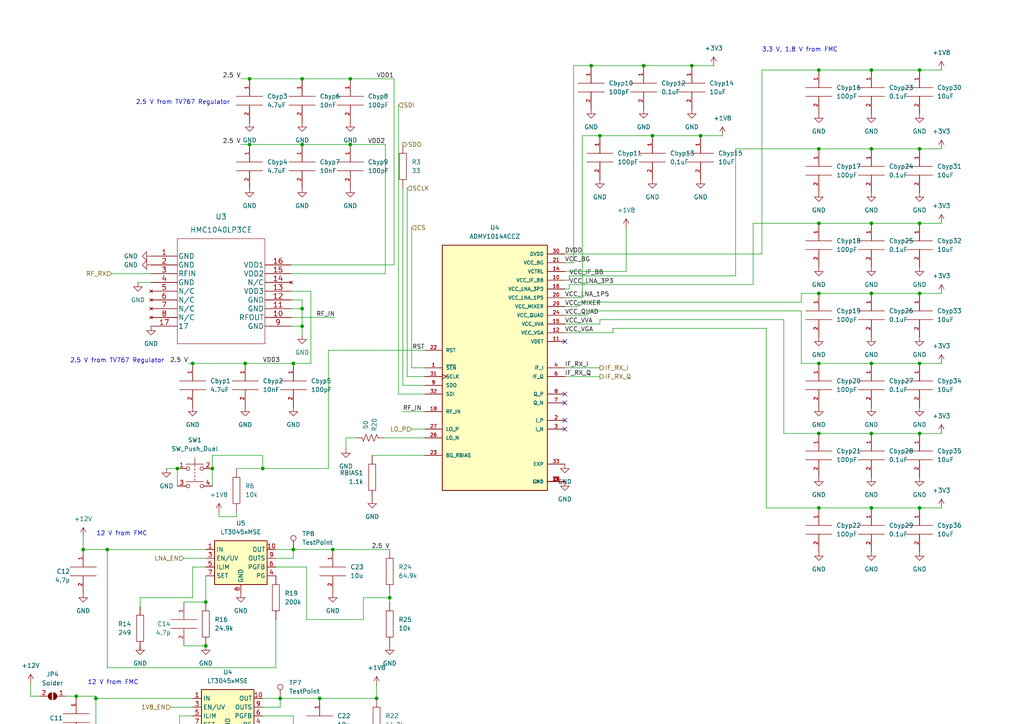
<source format=kicad_sch>
(kicad_sch (version 20211123) (generator eeschema)

  (uuid 0b52c239-231c-472e-8160-7e30095b8bc2)

  (paper "A4")

  (lib_symbols
    (symbol "2022-11-25_07-19-37:HMC1040LP3CE" (pin_names (offset 0.254)) (in_bom yes) (on_board yes)
      (property "Reference" "U" (id 0) (at 20.32 10.16 0)
        (effects (font (size 1.524 1.524)))
      )
      (property "Value" "HMC1040LP3CE" (id 1) (at 20.32 7.62 0)
        (effects (font (size 1.524 1.524)))
      )
      (property "Footprint" "SMT_16_ADI" (id 2) (at 20.32 6.096 0)
        (effects (font (size 1.524 1.524)) hide)
      )
      (property "Datasheet" "" (id 3) (at 0 0 0)
        (effects (font (size 1.524 1.524)))
      )
      (property "ki_locked" "" (id 4) (at 0 0 0)
        (effects (font (size 1.27 1.27)))
      )
      (property "ki_fp_filters" "SMT_16_ADI SMT_16_ADI-M SMT_16_ADI-L" (id 5) (at 0 0 0)
        (effects (font (size 1.27 1.27)) hide)
      )
      (symbol "HMC1040LP3CE_1_1"
        (polyline
          (pts
            (xy 7.62 -25.4)
            (xy 33.02 -25.4)
          )
          (stroke (width 0.127) (type default) (color 0 0 0 0))
          (fill (type none))
        )
        (polyline
          (pts
            (xy 7.62 5.08)
            (xy 7.62 -25.4)
          )
          (stroke (width 0.127) (type default) (color 0 0 0 0))
          (fill (type none))
        )
        (polyline
          (pts
            (xy 33.02 -25.4)
            (xy 33.02 5.08)
          )
          (stroke (width 0.127) (type default) (color 0 0 0 0))
          (fill (type none))
        )
        (polyline
          (pts
            (xy 33.02 5.08)
            (xy 7.62 5.08)
          )
          (stroke (width 0.127) (type default) (color 0 0 0 0))
          (fill (type none))
        )
        (pin power_in line (at 0 0 0) (length 7.62)
          (name "GND" (effects (font (size 1.4986 1.4986))))
          (number "1" (effects (font (size 1.4986 1.4986))))
        )
        (pin output line (at 40.64 -17.78 180) (length 7.62)
          (name "RFOUT" (effects (font (size 1.4986 1.4986))))
          (number "10" (effects (font (size 1.4986 1.4986))))
        )
        (pin power_in line (at 40.64 -15.24 180) (length 7.62)
          (name "GND" (effects (font (size 1.4986 1.4986))))
          (number "11" (effects (font (size 1.4986 1.4986))))
        )
        (pin power_in line (at 40.64 -12.7 180) (length 7.62)
          (name "GND" (effects (font (size 1.4986 1.4986))))
          (number "12" (effects (font (size 1.4986 1.4986))))
        )
        (pin power_in line (at 40.64 -10.16 180) (length 7.62)
          (name "VDD3" (effects (font (size 1.4986 1.4986))))
          (number "13" (effects (font (size 1.4986 1.4986))))
        )
        (pin no_connect line (at 40.64 -7.62 180) (length 7.62)
          (name "N/C" (effects (font (size 1.4986 1.4986))))
          (number "14" (effects (font (size 1.4986 1.4986))))
        )
        (pin power_in line (at 40.64 -5.08 180) (length 7.62)
          (name "VDD2" (effects (font (size 1.4986 1.4986))))
          (number "15" (effects (font (size 1.4986 1.4986))))
        )
        (pin power_in line (at 40.64 -2.54 180) (length 7.62)
          (name "VDD1" (effects (font (size 1.4986 1.4986))))
          (number "16" (effects (font (size 1.4986 1.4986))))
        )
        (pin unspecified line (at 0 -20.32 0) (length 7.62)
          (name "17" (effects (font (size 1.4986 1.4986))))
          (number "17" (effects (font (size 1.4986 1.4986))))
        )
        (pin power_in line (at 0 -2.54 0) (length 7.62)
          (name "GND" (effects (font (size 1.4986 1.4986))))
          (number "2" (effects (font (size 1.4986 1.4986))))
        )
        (pin unspecified line (at 0 -5.08 0) (length 7.62)
          (name "RFIN" (effects (font (size 1.4986 1.4986))))
          (number "3" (effects (font (size 1.4986 1.4986))))
        )
        (pin power_in line (at 0 -7.62 0) (length 7.62)
          (name "GND" (effects (font (size 1.4986 1.4986))))
          (number "4" (effects (font (size 1.4986 1.4986))))
        )
        (pin no_connect line (at 0 -10.16 0) (length 7.62)
          (name "N/C" (effects (font (size 1.4986 1.4986))))
          (number "5" (effects (font (size 1.4986 1.4986))))
        )
        (pin no_connect line (at 0 -12.7 0) (length 7.62)
          (name "N/C" (effects (font (size 1.4986 1.4986))))
          (number "6" (effects (font (size 1.4986 1.4986))))
        )
        (pin no_connect line (at 0 -15.24 0) (length 7.62)
          (name "N/C" (effects (font (size 1.4986 1.4986))))
          (number "7" (effects (font (size 1.4986 1.4986))))
        )
        (pin no_connect line (at 0 -17.78 0) (length 7.62)
          (name "N/C" (effects (font (size 1.4986 1.4986))))
          (number "8" (effects (font (size 1.4986 1.4986))))
        )
        (pin power_in line (at 40.64 -20.32 180) (length 7.62)
          (name "GND" (effects (font (size 1.4986 1.4986))))
          (number "9" (effects (font (size 1.4986 1.4986))))
        )
      )
    )
    (symbol "ADMV1014ACCZ:ADMV1014ACCZ" (pin_names (offset 1.016)) (in_bom yes) (on_board yes)
      (property "Reference" "U" (id 0) (at -15.24 38.1 0)
        (effects (font (size 1.27 1.27)) (justify left top))
      )
      (property "Value" "ADMV1014ACCZ" (id 1) (at -15.24 -38.1 0)
        (effects (font (size 1.27 1.27)) (justify left bottom))
      )
      (property "Footprint" "PQFN50P500X500X75-33N" (id 2) (at 0 0 0)
        (effects (font (size 1.27 1.27)) (justify bottom) hide)
      )
      (property "Datasheet" "" (id 3) (at 0 0 0)
        (effects (font (size 1.27 1.27)) hide)
      )
      (property "STANDARD" "ICP-7351B" (id 4) (at 0 0 0)
        (effects (font (size 1.27 1.27)) (justify bottom) hide)
      )
      (property "MAXIMUM_PACKAGE_HEIGHT" "0.75mm" (id 5) (at 0 0 0)
        (effects (font (size 1.27 1.27)) (justify bottom) hide)
      )
      (property "SNAPEDA_PN" "ADMV1014ACCZ" (id 6) (at 0 0 0)
        (effects (font (size 1.27 1.27)) (justify bottom) hide)
      )
      (property "MANUFACTURER" "Analog Devices" (id 7) (at 0 0 0)
        (effects (font (size 1.27 1.27)) (justify bottom) hide)
      )
      (property "PARTREV" "A" (id 8) (at 0 0 0)
        (effects (font (size 1.27 1.27)) (justify bottom) hide)
      )
      (symbol "ADMV1014ACCZ_0_0"
        (rectangle (start -15.24 -35.56) (end 15.24 35.56)
          (stroke (width 0.254) (type default) (color 0 0 0 0))
          (fill (type background))
        )
        (pin input line (at -20.32 0 0) (length 5.08)
          (name "~{SEN}" (effects (font (size 1.016 1.016))))
          (number "1" (effects (font (size 1.016 1.016))))
        )
        (pin power_in line (at 20.32 25.4 180) (length 5.08)
          (name "VCC_IF_BB" (effects (font (size 1.016 1.016))))
          (number "10" (effects (font (size 1.016 1.016))))
        )
        (pin power_in line (at 20.32 7.62 180) (length 5.08)
          (name "VDET" (effects (font (size 1.016 1.016))))
          (number "11" (effects (font (size 1.016 1.016))))
        )
        (pin power_in line (at 20.32 10.16 180) (length 5.08)
          (name "VCC_VGA" (effects (font (size 1.016 1.016))))
          (number "12" (effects (font (size 1.016 1.016))))
        )
        (pin power_in line (at 20.32 -33.02 180) (length 5.08)
          (name "GND" (effects (font (size 1.016 1.016))))
          (number "13" (effects (font (size 1.016 1.016))))
        )
        (pin power_in line (at 20.32 27.94 180) (length 5.08)
          (name "VCTRL" (effects (font (size 1.016 1.016))))
          (number "14" (effects (font (size 1.016 1.016))))
        )
        (pin power_in line (at 20.32 12.7 180) (length 5.08)
          (name "VCC_VVA" (effects (font (size 1.016 1.016))))
          (number "15" (effects (font (size 1.016 1.016))))
        )
        (pin power_in line (at 20.32 22.86 180) (length 5.08)
          (name "VCC_LNA_3P3" (effects (font (size 1.016 1.016))))
          (number "16" (effects (font (size 1.016 1.016))))
        )
        (pin power_in line (at 20.32 -33.02 180) (length 5.08)
          (name "GND" (effects (font (size 1.016 1.016))))
          (number "17" (effects (font (size 1.016 1.016))))
        )
        (pin input line (at -20.32 -12.7 0) (length 5.08)
          (name "RF_IN" (effects (font (size 1.016 1.016))))
          (number "18" (effects (font (size 1.016 1.016))))
        )
        (pin power_in line (at 20.32 -33.02 180) (length 5.08)
          (name "GND" (effects (font (size 1.016 1.016))))
          (number "19" (effects (font (size 1.016 1.016))))
        )
        (pin output line (at 20.32 -15.24 180) (length 5.08)
          (name "I_P" (effects (font (size 1.016 1.016))))
          (number "2" (effects (font (size 1.016 1.016))))
        )
        (pin power_in line (at 20.32 20.32 180) (length 5.08)
          (name "VCC_LNA_1P5" (effects (font (size 1.016 1.016))))
          (number "20" (effects (font (size 1.016 1.016))))
        )
        (pin power_in line (at 20.32 30.48 180) (length 5.08)
          (name "VCC_BG" (effects (font (size 1.016 1.016))))
          (number "21" (effects (font (size 1.016 1.016))))
        )
        (pin input line (at -20.32 5.08 0) (length 5.08)
          (name "RST" (effects (font (size 1.016 1.016))))
          (number "22" (effects (font (size 1.016 1.016))))
        )
        (pin passive line (at -20.32 -25.4 0) (length 5.08)
          (name "BG_RBIAS" (effects (font (size 1.016 1.016))))
          (number "23" (effects (font (size 1.016 1.016))))
        )
        (pin power_in line (at 20.32 15.24 180) (length 5.08)
          (name "VCC_QUAD" (effects (font (size 1.016 1.016))))
          (number "24" (effects (font (size 1.016 1.016))))
        )
        (pin power_in line (at 20.32 -33.02 180) (length 5.08)
          (name "GND" (effects (font (size 1.016 1.016))))
          (number "25" (effects (font (size 1.016 1.016))))
        )
        (pin input line (at -20.32 -20.32 0) (length 5.08)
          (name "LO_N" (effects (font (size 1.016 1.016))))
          (number "26" (effects (font (size 1.016 1.016))))
        )
        (pin input line (at -20.32 -17.78 0) (length 5.08)
          (name "LO_P" (effects (font (size 1.016 1.016))))
          (number "27" (effects (font (size 1.016 1.016))))
        )
        (pin power_in line (at 20.32 -33.02 180) (length 5.08)
          (name "GND" (effects (font (size 1.016 1.016))))
          (number "28" (effects (font (size 1.016 1.016))))
        )
        (pin power_in line (at 20.32 17.78 180) (length 5.08)
          (name "VCC_MIXER" (effects (font (size 1.016 1.016))))
          (number "29" (effects (font (size 1.016 1.016))))
        )
        (pin output line (at 20.32 -17.78 180) (length 5.08)
          (name "I_N" (effects (font (size 1.016 1.016))))
          (number "3" (effects (font (size 1.016 1.016))))
        )
        (pin power_in line (at 20.32 33.02 180) (length 5.08)
          (name "DVDD" (effects (font (size 1.016 1.016))))
          (number "30" (effects (font (size 1.016 1.016))))
        )
        (pin input clock (at -20.32 -2.54 0) (length 5.08)
          (name "SCLK" (effects (font (size 1.016 1.016))))
          (number "31" (effects (font (size 1.016 1.016))))
        )
        (pin input line (at -20.32 -7.62 0) (length 5.08)
          (name "SDI" (effects (font (size 1.016 1.016))))
          (number "32" (effects (font (size 1.016 1.016))))
        )
        (pin power_in line (at 20.32 -27.94 180) (length 5.08)
          (name "EXP" (effects (font (size 1.016 1.016))))
          (number "33" (effects (font (size 1.016 1.016))))
        )
        (pin output line (at 20.32 0 180) (length 5.08)
          (name "IF_I" (effects (font (size 1.016 1.016))))
          (number "4" (effects (font (size 1.016 1.016))))
        )
        (pin power_in line (at 20.32 -33.02 180) (length 5.08)
          (name "GND" (effects (font (size 1.016 1.016))))
          (number "5" (effects (font (size 1.016 1.016))))
        )
        (pin output line (at 20.32 -2.54 180) (length 5.08)
          (name "IF_Q" (effects (font (size 1.016 1.016))))
          (number "6" (effects (font (size 1.016 1.016))))
        )
        (pin output line (at 20.32 -10.16 180) (length 5.08)
          (name "Q_N" (effects (font (size 1.016 1.016))))
          (number "7" (effects (font (size 1.016 1.016))))
        )
        (pin output line (at 20.32 -7.62 180) (length 5.08)
          (name "Q_P" (effects (font (size 1.016 1.016))))
          (number "8" (effects (font (size 1.016 1.016))))
        )
        (pin output line (at -20.32 -5.08 0) (length 5.08)
          (name "SDO" (effects (font (size 1.016 1.016))))
          (number "9" (effects (font (size 1.016 1.016))))
        )
      )
    )
    (symbol "Connector:TestPoint" (pin_numbers hide) (pin_names (offset 0.762) hide) (in_bom yes) (on_board yes)
      (property "Reference" "TP" (id 0) (at 0 6.858 0)
        (effects (font (size 1.27 1.27)))
      )
      (property "Value" "TestPoint" (id 1) (at 0 5.08 0)
        (effects (font (size 1.27 1.27)))
      )
      (property "Footprint" "" (id 2) (at 5.08 0 0)
        (effects (font (size 1.27 1.27)) hide)
      )
      (property "Datasheet" "~" (id 3) (at 5.08 0 0)
        (effects (font (size 1.27 1.27)) hide)
      )
      (property "ki_keywords" "test point tp" (id 4) (at 0 0 0)
        (effects (font (size 1.27 1.27)) hide)
      )
      (property "ki_description" "test point" (id 5) (at 0 0 0)
        (effects (font (size 1.27 1.27)) hide)
      )
      (property "ki_fp_filters" "Pin* Test*" (id 6) (at 0 0 0)
        (effects (font (size 1.27 1.27)) hide)
      )
      (symbol "TestPoint_0_1"
        (circle (center 0 3.302) (radius 0.762)
          (stroke (width 0) (type default) (color 0 0 0 0))
          (fill (type none))
        )
      )
      (symbol "TestPoint_1_1"
        (pin passive line (at 0 0 90) (length 2.54)
          (name "1" (effects (font (size 1.27 1.27))))
          (number "1" (effects (font (size 1.27 1.27))))
        )
      )
    )
    (symbol "Device:R_US" (pin_numbers hide) (pin_names (offset 0)) (in_bom yes) (on_board yes)
      (property "Reference" "R" (id 0) (at 2.54 0 90)
        (effects (font (size 1.27 1.27)))
      )
      (property "Value" "R_US" (id 1) (at -2.54 0 90)
        (effects (font (size 1.27 1.27)))
      )
      (property "Footprint" "" (id 2) (at 1.016 -0.254 90)
        (effects (font (size 1.27 1.27)) hide)
      )
      (property "Datasheet" "~" (id 3) (at 0 0 0)
        (effects (font (size 1.27 1.27)) hide)
      )
      (property "ki_keywords" "R res resistor" (id 4) (at 0 0 0)
        (effects (font (size 1.27 1.27)) hide)
      )
      (property "ki_description" "Resistor, US symbol" (id 5) (at 0 0 0)
        (effects (font (size 1.27 1.27)) hide)
      )
      (property "ki_fp_filters" "R_*" (id 6) (at 0 0 0)
        (effects (font (size 1.27 1.27)) hide)
      )
      (symbol "R_US_0_1"
        (polyline
          (pts
            (xy 0 -2.286)
            (xy 0 -2.54)
          )
          (stroke (width 0) (type default) (color 0 0 0 0))
          (fill (type none))
        )
        (polyline
          (pts
            (xy 0 2.286)
            (xy 0 2.54)
          )
          (stroke (width 0) (type default) (color 0 0 0 0))
          (fill (type none))
        )
        (polyline
          (pts
            (xy 0 -0.762)
            (xy 1.016 -1.143)
            (xy 0 -1.524)
            (xy -1.016 -1.905)
            (xy 0 -2.286)
          )
          (stroke (width 0) (type default) (color 0 0 0 0))
          (fill (type none))
        )
        (polyline
          (pts
            (xy 0 0.762)
            (xy 1.016 0.381)
            (xy 0 0)
            (xy -1.016 -0.381)
            (xy 0 -0.762)
          )
          (stroke (width 0) (type default) (color 0 0 0 0))
          (fill (type none))
        )
        (polyline
          (pts
            (xy 0 2.286)
            (xy 1.016 1.905)
            (xy 0 1.524)
            (xy -1.016 1.143)
            (xy 0 0.762)
          )
          (stroke (width 0) (type default) (color 0 0 0 0))
          (fill (type none))
        )
      )
      (symbol "R_US_1_1"
        (pin passive line (at 0 3.81 270) (length 1.27)
          (name "~" (effects (font (size 1.27 1.27))))
          (number "1" (effects (font (size 1.27 1.27))))
        )
        (pin passive line (at 0 -3.81 90) (length 1.27)
          (name "~" (effects (font (size 1.27 1.27))))
          (number "2" (effects (font (size 1.27 1.27))))
        )
      )
    )
    (symbol "Jumper:SolderJumper_2_Open" (pin_names (offset 0) hide) (in_bom yes) (on_board yes)
      (property "Reference" "JP" (id 0) (at 0 2.032 0)
        (effects (font (size 1.27 1.27)))
      )
      (property "Value" "SolderJumper_2_Open" (id 1) (at 0 -2.54 0)
        (effects (font (size 1.27 1.27)))
      )
      (property "Footprint" "" (id 2) (at 0 0 0)
        (effects (font (size 1.27 1.27)) hide)
      )
      (property "Datasheet" "~" (id 3) (at 0 0 0)
        (effects (font (size 1.27 1.27)) hide)
      )
      (property "ki_keywords" "solder jumper SPST" (id 4) (at 0 0 0)
        (effects (font (size 1.27 1.27)) hide)
      )
      (property "ki_description" "Solder Jumper, 2-pole, open" (id 5) (at 0 0 0)
        (effects (font (size 1.27 1.27)) hide)
      )
      (property "ki_fp_filters" "SolderJumper*Open*" (id 6) (at 0 0 0)
        (effects (font (size 1.27 1.27)) hide)
      )
      (symbol "SolderJumper_2_Open_0_1"
        (arc (start -0.254 1.016) (mid -1.27 0) (end -0.254 -1.016)
          (stroke (width 0) (type default) (color 0 0 0 0))
          (fill (type none))
        )
        (arc (start -0.254 1.016) (mid -1.27 0) (end -0.254 -1.016)
          (stroke (width 0) (type default) (color 0 0 0 0))
          (fill (type outline))
        )
        (polyline
          (pts
            (xy -0.254 1.016)
            (xy -0.254 -1.016)
          )
          (stroke (width 0) (type default) (color 0 0 0 0))
          (fill (type none))
        )
        (polyline
          (pts
            (xy 0.254 1.016)
            (xy 0.254 -1.016)
          )
          (stroke (width 0) (type default) (color 0 0 0 0))
          (fill (type none))
        )
        (arc (start 0.254 -1.016) (mid 1.27 0) (end 0.254 1.016)
          (stroke (width 0) (type default) (color 0 0 0 0))
          (fill (type none))
        )
        (arc (start 0.254 -1.016) (mid 1.27 0) (end 0.254 1.016)
          (stroke (width 0) (type default) (color 0 0 0 0))
          (fill (type outline))
        )
      )
      (symbol "SolderJumper_2_Open_1_1"
        (pin passive line (at -3.81 0 0) (length 2.54)
          (name "A" (effects (font (size 1.27 1.27))))
          (number "1" (effects (font (size 1.27 1.27))))
        )
        (pin passive line (at 3.81 0 180) (length 2.54)
          (name "B" (effects (font (size 1.27 1.27))))
          (number "2" (effects (font (size 1.27 1.27))))
        )
      )
    )
    (symbol "LT3045xMSE_1" (in_bom yes) (on_board yes)
      (property "Reference" "U4" (id 0) (at 0 10.16 0)
        (effects (font (size 1.27 1.27)))
      )
      (property "Value" "LT3045xMSE_1" (id 1) (at 0 7.62 0)
        (effects (font (size 1.27 1.27)))
      )
      (property "Footprint" "Package_DFN_QFN:DFN-10-1EP_3x3mm_P0.5mm_EP1.65x2.38mm" (id 2) (at 0 8.255 0)
        (effects (font (size 1.27 1.27)) hide)
      )
      (property "Datasheet" "https://www.analog.com/media/en/technical-documentation/data-sheets/3045fa.pdf" (id 3) (at 7.62 11.43 0)
        (effects (font (size 1.27 1.27)) hide)
      )
      (property "ki_keywords" "linear voltage regulator low-noise" (id 4) (at 0 0 0)
        (effects (font (size 1.27 1.27)) hide)
      )
      (property "ki_description" "500mA, Adjustable, Ultralow Noise, Ultrahigh PSRR Linear Regulator, MSOP-12" (id 5) (at 0 0 0)
        (effects (font (size 1.27 1.27)) hide)
      )
      (property "ki_fp_filters" "MSOP*1EP*3x4mm*P0.65mm*" (id 6) (at 0 0 0)
        (effects (font (size 1.27 1.27)) hide)
      )
      (symbol "LT3045xMSE_1_0_1"
        (rectangle (start -7.62 5.08) (end 7.62 -7.62)
          (stroke (width 0.254) (type default) (color 0 0 0 0))
          (fill (type background))
        )
      )
      (symbol "LT3045xMSE_1_1_1"
        (pin power_in line (at -10.16 2.54 0) (length 2.54)
          (name "IN" (effects (font (size 1.27 1.27))))
          (number "1" (effects (font (size 1.27 1.27))))
        )
        (pin power_out line (at 10.16 2.54 180) (length 2.54)
          (name "OUT" (effects (font (size 1.27 1.27))))
          (number "10" (effects (font (size 1.27 1.27))))
        )
        (pin passive line (at 0 -10.16 90) (length 2.54) hide
          (name "GND" (effects (font (size 1.27 1.27))))
          (number "11" (effects (font (size 1.27 1.27))))
        )
        (pin passive line (at 10.16 2.54 180) (length 2.54) hide
          (name "OUT" (effects (font (size 1.27 1.27))))
          (number "12" (effects (font (size 1.27 1.27))))
        )
        (pin passive line (at -10.16 2.54 0) (length 2.54) hide
          (name "IN" (effects (font (size 1.27 1.27))))
          (number "2" (effects (font (size 1.27 1.27))))
        )
        (pin input line (at -10.16 0 0) (length 2.54)
          (name "EN/UV" (effects (font (size 1.27 1.27))))
          (number "3" (effects (font (size 1.27 1.27))))
        )
        (pin open_collector line (at 10.16 -5.08 180) (length 2.54)
          (name "PG" (effects (font (size 1.27 1.27))))
          (number "4" (effects (font (size 1.27 1.27))))
        )
        (pin passive line (at -10.16 -2.54 0) (length 2.54)
          (name "ILIM" (effects (font (size 1.27 1.27))))
          (number "5" (effects (font (size 1.27 1.27))))
        )
        (pin input line (at 10.16 -2.54 180) (length 2.54)
          (name "PGFB" (effects (font (size 1.27 1.27))))
          (number "6" (effects (font (size 1.27 1.27))))
        )
        (pin passive line (at -10.16 -5.08 0) (length 2.54)
          (name "SET" (effects (font (size 1.27 1.27))))
          (number "7" (effects (font (size 1.27 1.27))))
        )
        (pin power_in line (at 0 -10.16 90) (length 2.54)
          (name "GND" (effects (font (size 1.27 1.27))))
          (number "8" (effects (font (size 1.27 1.27))))
        )
        (pin input line (at 10.16 0 180) (length 2.54)
          (name "OUTS" (effects (font (size 1.27 1.27))))
          (number "9" (effects (font (size 1.27 1.27))))
        )
      )
    )
    (symbol "Switch:SW_Push_Dual" (pin_names (offset 1.016) hide) (in_bom yes) (on_board yes)
      (property "Reference" "SW" (id 0) (at 1.27 2.54 0)
        (effects (font (size 1.27 1.27)) (justify left))
      )
      (property "Value" "SW_Push_Dual" (id 1) (at 0 -6.858 0)
        (effects (font (size 1.27 1.27)))
      )
      (property "Footprint" "" (id 2) (at 0 5.08 0)
        (effects (font (size 1.27 1.27)) hide)
      )
      (property "Datasheet" "~" (id 3) (at 0 5.08 0)
        (effects (font (size 1.27 1.27)) hide)
      )
      (property "ki_keywords" "switch normally-open pushbutton push-button" (id 4) (at 0 0 0)
        (effects (font (size 1.27 1.27)) hide)
      )
      (property "ki_description" "Push button switch, generic, symbol, four pins" (id 5) (at 0 0 0)
        (effects (font (size 1.27 1.27)) hide)
      )
      (symbol "SW_Push_Dual_0_1"
        (circle (center -2.032 -5.08) (radius 0.508)
          (stroke (width 0) (type default) (color 0 0 0 0))
          (fill (type none))
        )
        (circle (center -2.032 0) (radius 0.508)
          (stroke (width 0) (type default) (color 0 0 0 0))
          (fill (type none))
        )
        (polyline
          (pts
            (xy 0 -3.048)
            (xy 0 -3.556)
          )
          (stroke (width 0) (type default) (color 0 0 0 0))
          (fill (type none))
        )
        (polyline
          (pts
            (xy 0 -2.032)
            (xy 0 -2.54)
          )
          (stroke (width 0) (type default) (color 0 0 0 0))
          (fill (type none))
        )
        (polyline
          (pts
            (xy 0 -1.524)
            (xy 0 -1.016)
          )
          (stroke (width 0) (type default) (color 0 0 0 0))
          (fill (type none))
        )
        (polyline
          (pts
            (xy 0 -0.508)
            (xy 0 0)
          )
          (stroke (width 0) (type default) (color 0 0 0 0))
          (fill (type none))
        )
        (polyline
          (pts
            (xy 0 0.508)
            (xy 0 1.016)
          )
          (stroke (width 0) (type default) (color 0 0 0 0))
          (fill (type none))
        )
        (polyline
          (pts
            (xy 0 1.27)
            (xy 0 3.048)
          )
          (stroke (width 0) (type default) (color 0 0 0 0))
          (fill (type none))
        )
        (polyline
          (pts
            (xy 2.54 -3.81)
            (xy -2.54 -3.81)
          )
          (stroke (width 0) (type default) (color 0 0 0 0))
          (fill (type none))
        )
        (polyline
          (pts
            (xy 2.54 1.27)
            (xy -2.54 1.27)
          )
          (stroke (width 0) (type default) (color 0 0 0 0))
          (fill (type none))
        )
        (circle (center 2.032 -5.08) (radius 0.508)
          (stroke (width 0) (type default) (color 0 0 0 0))
          (fill (type none))
        )
        (circle (center 2.032 0) (radius 0.508)
          (stroke (width 0) (type default) (color 0 0 0 0))
          (fill (type none))
        )
        (pin passive line (at -5.08 0 0) (length 2.54)
          (name "1" (effects (font (size 1.27 1.27))))
          (number "1" (effects (font (size 1.27 1.27))))
        )
        (pin passive line (at 5.08 0 180) (length 2.54)
          (name "2" (effects (font (size 1.27 1.27))))
          (number "2" (effects (font (size 1.27 1.27))))
        )
        (pin passive line (at -5.08 -5.08 0) (length 2.54)
          (name "3" (effects (font (size 1.27 1.27))))
          (number "3" (effects (font (size 1.27 1.27))))
        )
        (pin passive line (at 5.08 -5.08 180) (length 2.54)
          (name "4" (effects (font (size 1.27 1.27))))
          (number "4" (effects (font (size 1.27 1.27))))
        )
      )
    )
    (symbol "power:+12V" (power) (pin_names (offset 0)) (in_bom yes) (on_board yes)
      (property "Reference" "#PWR" (id 0) (at 0 -3.81 0)
        (effects (font (size 1.27 1.27)) hide)
      )
      (property "Value" "+12V" (id 1) (at 0 3.556 0)
        (effects (font (size 1.27 1.27)))
      )
      (property "Footprint" "" (id 2) (at 0 0 0)
        (effects (font (size 1.27 1.27)) hide)
      )
      (property "Datasheet" "" (id 3) (at 0 0 0)
        (effects (font (size 1.27 1.27)) hide)
      )
      (property "ki_keywords" "power-flag" (id 4) (at 0 0 0)
        (effects (font (size 1.27 1.27)) hide)
      )
      (property "ki_description" "Power symbol creates a global label with name \"+12V\"" (id 5) (at 0 0 0)
        (effects (font (size 1.27 1.27)) hide)
      )
      (symbol "+12V_0_1"
        (polyline
          (pts
            (xy -0.762 1.27)
            (xy 0 2.54)
          )
          (stroke (width 0) (type default) (color 0 0 0 0))
          (fill (type none))
        )
        (polyline
          (pts
            (xy 0 0)
            (xy 0 2.54)
          )
          (stroke (width 0) (type default) (color 0 0 0 0))
          (fill (type none))
        )
        (polyline
          (pts
            (xy 0 2.54)
            (xy 0.762 1.27)
          )
          (stroke (width 0) (type default) (color 0 0 0 0))
          (fill (type none))
        )
      )
      (symbol "+12V_1_1"
        (pin power_in line (at 0 0 90) (length 0) hide
          (name "+12V" (effects (font (size 1.27 1.27))))
          (number "1" (effects (font (size 1.27 1.27))))
        )
      )
    )
    (symbol "power:+1V8" (power) (pin_names (offset 0)) (in_bom yes) (on_board yes)
      (property "Reference" "#PWR" (id 0) (at 0 -3.81 0)
        (effects (font (size 1.27 1.27)) hide)
      )
      (property "Value" "+1V8" (id 1) (at 0 3.556 0)
        (effects (font (size 1.27 1.27)))
      )
      (property "Footprint" "" (id 2) (at 0 0 0)
        (effects (font (size 1.27 1.27)) hide)
      )
      (property "Datasheet" "" (id 3) (at 0 0 0)
        (effects (font (size 1.27 1.27)) hide)
      )
      (property "ki_keywords" "power-flag" (id 4) (at 0 0 0)
        (effects (font (size 1.27 1.27)) hide)
      )
      (property "ki_description" "Power symbol creates a global label with name \"+1V8\"" (id 5) (at 0 0 0)
        (effects (font (size 1.27 1.27)) hide)
      )
      (symbol "+1V8_0_1"
        (polyline
          (pts
            (xy -0.762 1.27)
            (xy 0 2.54)
          )
          (stroke (width 0) (type default) (color 0 0 0 0))
          (fill (type none))
        )
        (polyline
          (pts
            (xy 0 0)
            (xy 0 2.54)
          )
          (stroke (width 0) (type default) (color 0 0 0 0))
          (fill (type none))
        )
        (polyline
          (pts
            (xy 0 2.54)
            (xy 0.762 1.27)
          )
          (stroke (width 0) (type default) (color 0 0 0 0))
          (fill (type none))
        )
      )
      (symbol "+1V8_1_1"
        (pin power_in line (at 0 0 90) (length 0) hide
          (name "+1V8" (effects (font (size 1.27 1.27))))
          (number "1" (effects (font (size 1.27 1.27))))
        )
      )
    )
    (symbol "power:+3V3" (power) (pin_names (offset 0)) (in_bom yes) (on_board yes)
      (property "Reference" "#PWR" (id 0) (at 0 -3.81 0)
        (effects (font (size 1.27 1.27)) hide)
      )
      (property "Value" "+3V3" (id 1) (at 0 3.556 0)
        (effects (font (size 1.27 1.27)))
      )
      (property "Footprint" "" (id 2) (at 0 0 0)
        (effects (font (size 1.27 1.27)) hide)
      )
      (property "Datasheet" "" (id 3) (at 0 0 0)
        (effects (font (size 1.27 1.27)) hide)
      )
      (property "ki_keywords" "power-flag" (id 4) (at 0 0 0)
        (effects (font (size 1.27 1.27)) hide)
      )
      (property "ki_description" "Power symbol creates a global label with name \"+3V3\"" (id 5) (at 0 0 0)
        (effects (font (size 1.27 1.27)) hide)
      )
      (symbol "+3V3_0_1"
        (polyline
          (pts
            (xy -0.762 1.27)
            (xy 0 2.54)
          )
          (stroke (width 0) (type default) (color 0 0 0 0))
          (fill (type none))
        )
        (polyline
          (pts
            (xy 0 0)
            (xy 0 2.54)
          )
          (stroke (width 0) (type default) (color 0 0 0 0))
          (fill (type none))
        )
        (polyline
          (pts
            (xy 0 2.54)
            (xy 0.762 1.27)
          )
          (stroke (width 0) (type default) (color 0 0 0 0))
          (fill (type none))
        )
      )
      (symbol "+3V3_1_1"
        (pin power_in line (at 0 0 90) (length 0) hide
          (name "+3V3" (effects (font (size 1.27 1.27))))
          (number "1" (effects (font (size 1.27 1.27))))
        )
      )
    )
    (symbol "power:GND" (power) (pin_names (offset 0)) (in_bom yes) (on_board yes)
      (property "Reference" "#PWR" (id 0) (at 0 -6.35 0)
        (effects (font (size 1.27 1.27)) hide)
      )
      (property "Value" "GND" (id 1) (at 0 -3.81 0)
        (effects (font (size 1.27 1.27)))
      )
      (property "Footprint" "" (id 2) (at 0 0 0)
        (effects (font (size 1.27 1.27)) hide)
      )
      (property "Datasheet" "" (id 3) (at 0 0 0)
        (effects (font (size 1.27 1.27)) hide)
      )
      (property "ki_keywords" "power-flag" (id 4) (at 0 0 0)
        (effects (font (size 1.27 1.27)) hide)
      )
      (property "ki_description" "Power symbol creates a global label with name \"GND\" , ground" (id 5) (at 0 0 0)
        (effects (font (size 1.27 1.27)) hide)
      )
      (symbol "GND_0_1"
        (polyline
          (pts
            (xy 0 0)
            (xy 0 -1.27)
            (xy 1.27 -1.27)
            (xy 0 -2.54)
            (xy -1.27 -1.27)
            (xy 0 -1.27)
          )
          (stroke (width 0) (type default) (color 0 0 0 0))
          (fill (type none))
        )
      )
      (symbol "GND_1_1"
        (pin power_in line (at 0 0 270) (length 0) hide
          (name "GND" (effects (font (size 1.27 1.27))))
          (number "1" (effects (font (size 1.27 1.27))))
        )
      )
    )
    (symbol "pspice:C" (pin_names (offset 0.254)) (in_bom yes) (on_board yes)
      (property "Reference" "C" (id 0) (at 2.54 3.81 90)
        (effects (font (size 1.27 1.27)))
      )
      (property "Value" "C" (id 1) (at 2.54 -3.81 90)
        (effects (font (size 1.27 1.27)))
      )
      (property "Footprint" "" (id 2) (at 0 0 0)
        (effects (font (size 1.27 1.27)) hide)
      )
      (property "Datasheet" "~" (id 3) (at 0 0 0)
        (effects (font (size 1.27 1.27)) hide)
      )
      (property "ki_keywords" "simulation" (id 4) (at 0 0 0)
        (effects (font (size 1.27 1.27)) hide)
      )
      (property "ki_description" "Capacitor symbol for simulation only" (id 5) (at 0 0 0)
        (effects (font (size 1.27 1.27)) hide)
      )
      (symbol "C_0_1"
        (polyline
          (pts
            (xy -3.81 -1.27)
            (xy 3.81 -1.27)
          )
          (stroke (width 0) (type default) (color 0 0 0 0))
          (fill (type none))
        )
        (polyline
          (pts
            (xy -3.81 1.27)
            (xy 3.81 1.27)
          )
          (stroke (width 0) (type default) (color 0 0 0 0))
          (fill (type none))
        )
      )
      (symbol "C_1_1"
        (pin passive line (at 0 6.35 270) (length 5.08)
          (name "~" (effects (font (size 1.016 1.016))))
          (number "1" (effects (font (size 1.016 1.016))))
        )
        (pin passive line (at 0 -6.35 90) (length 5.08)
          (name "~" (effects (font (size 1.016 1.016))))
          (number "2" (effects (font (size 1.016 1.016))))
        )
      )
    )
    (symbol "pspice:R" (pin_numbers hide) (pin_names (offset 0)) (in_bom yes) (on_board yes)
      (property "Reference" "R" (id 0) (at 2.032 0 90)
        (effects (font (size 1.27 1.27)))
      )
      (property "Value" "R" (id 1) (at 0 0 90)
        (effects (font (size 1.27 1.27)))
      )
      (property "Footprint" "" (id 2) (at 0 0 0)
        (effects (font (size 1.27 1.27)) hide)
      )
      (property "Datasheet" "~" (id 3) (at 0 0 0)
        (effects (font (size 1.27 1.27)) hide)
      )
      (property "ki_keywords" "resistor simulation" (id 4) (at 0 0 0)
        (effects (font (size 1.27 1.27)) hide)
      )
      (property "ki_description" "Resistor symbol for simulation only" (id 5) (at 0 0 0)
        (effects (font (size 1.27 1.27)) hide)
      )
      (symbol "R_0_1"
        (rectangle (start -1.016 3.81) (end 1.016 -3.81)
          (stroke (width 0) (type default) (color 0 0 0 0))
          (fill (type none))
        )
      )
      (symbol "R_1_1"
        (pin passive line (at 0 6.35 270) (length 2.54)
          (name "~" (effects (font (size 1.27 1.27))))
          (number "1" (effects (font (size 1.27 1.27))))
        )
        (pin passive line (at 0 -6.35 90) (length 2.54)
          (name "~" (effects (font (size 1.27 1.27))))
          (number "2" (effects (font (size 1.27 1.27))))
        )
      )
    )
  )

  (junction (at 252.73 64.77) (diameter 0) (color 0 0 0 0)
    (uuid 0bf6db48-b784-4a76-9ca1-ff4c7b551b65)
  )
  (junction (at 237.49 147.32) (diameter 0) (color 0 0 0 0)
    (uuid 10652785-e5c7-4be8-af91-2a0e79efa0b1)
  )
  (junction (at 61.595 135.89) (diameter 0) (color 0 0 0 0)
    (uuid 17d64601-2814-4bed-8d75-113722fa4549)
  )
  (junction (at 237.49 105.41) (diameter 0) (color 0 0 0 0)
    (uuid 195a9d73-fe75-462a-bf40-0f7f16c502a6)
  )
  (junction (at 31.115 159.385) (diameter 0) (color 0 0 0 0)
    (uuid 2065e568-e393-4cf9-b9c8-d3b055994c33)
  )
  (junction (at 87.63 94.615) (diameter 0) (color 0 0 0 0)
    (uuid 212c84b8-069a-4b42-b17f-19f0df31c377)
  )
  (junction (at 189.23 39.37) (diameter 0) (color 0 0 0 0)
    (uuid 22ce717c-c958-4d49-a0e8-74785894630b)
  )
  (junction (at 237.49 125.73) (diameter 0) (color 0 0 0 0)
    (uuid 266481d1-ca26-4744-b353-58700bd783a4)
  )
  (junction (at 87.63 41.91) (diameter 0) (color 0 0 0 0)
    (uuid 2a14e733-7311-4d45-9991-e8b923b1dafe)
  )
  (junction (at 252.73 125.73) (diameter 0) (color 0 0 0 0)
    (uuid 2a2974c1-e348-4a40-b6e0-381024f8de7d)
  )
  (junction (at 96.52 159.385) (diameter 0) (color 0 0 0 0)
    (uuid 2d52a6d6-b9f9-40ab-ad0f-9e86a8cb465b)
  )
  (junction (at 203.2 39.37) (diameter 0) (color 0 0 0 0)
    (uuid 41f8868f-7965-4234-9fa0-63a67d8e7f09)
  )
  (junction (at 71.12 105.41) (diameter 0) (color 0 0 0 0)
    (uuid 49ceb115-a213-4d20-ad5c-6a97a098234d)
  )
  (junction (at 85.09 159.385) (diameter 0) (color 0 0 0 0)
    (uuid 4aa2a6d0-e9ff-4fd9-8c79-7844284bb8f2)
  )
  (junction (at 266.7 85.09) (diameter 0) (color 0 0 0 0)
    (uuid 4d95d65e-f8a0-44ce-affe-5a7cd00aef88)
  )
  (junction (at 87.63 89.535) (diameter 0) (color 0 0 0 0)
    (uuid 508da66c-81b2-42c1-9817-3cedcd7a4752)
  )
  (junction (at 87.63 22.86) (diameter 0) (color 0 0 0 0)
    (uuid 525e76e7-e60d-4b26-86fa-1c99d80822d6)
  )
  (junction (at 237.49 85.09) (diameter 0) (color 0 0 0 0)
    (uuid 5e96d633-e874-4c2a-8a66-d725e47629aa)
  )
  (junction (at 237.49 43.18) (diameter 0) (color 0 0 0 0)
    (uuid 60c6475b-c52e-4efb-9f90-6990ecc3a987)
  )
  (junction (at 266.7 105.41) (diameter 0) (color 0 0 0 0)
    (uuid 6a25ce39-95b3-4dab-beea-97159eab0c0a)
  )
  (junction (at 266.7 43.18) (diameter 0) (color 0 0 0 0)
    (uuid 6fdd24f6-aba5-4530-9ac1-c0a524b49883)
  )
  (junction (at 85.09 105.41) (diameter 0) (color 0 0 0 0)
    (uuid 74bc2e1d-5e94-4e22-91b2-431d3750d0a9)
  )
  (junction (at 55.88 105.41) (diameter 0) (color 0 0 0 0)
    (uuid 77650166-70cf-4ecf-8412-6b9b25a1f976)
  )
  (junction (at 252.73 43.18) (diameter 0) (color 0 0 0 0)
    (uuid 7a479ff5-a9de-4761-911c-d3d85b2da928)
  )
  (junction (at 59.69 187.325) (diameter 0) (color 0 0 0 0)
    (uuid 83323962-9a1f-4b59-82dc-a0d3d9fc60a5)
  )
  (junction (at 72.39 41.91) (diameter 0) (color 0 0 0 0)
    (uuid 847916b7-a12c-4826-ab07-62b9a4a0c66e)
  )
  (junction (at 72.39 22.86) (diameter 0) (color 0 0 0 0)
    (uuid 8ef426bd-b942-4369-9bf5-f1d960758e5f)
  )
  (junction (at 109.22 216.535) (diameter 0) (color 0 0 0 0)
    (uuid 95ffa5ef-40b1-4d01-b6bb-7aab04019d88)
  )
  (junction (at 113.03 173.355) (diameter 0) (color 0 0 0 0)
    (uuid 96789bcb-1a25-463b-baac-1a8ca0ead109)
  )
  (junction (at 59.69 174.625) (diameter 0) (color 0 0 0 0)
    (uuid 99e78f7f-d0a1-4841-959f-ebf9e5a313d6)
  )
  (junction (at 186.69 19.05) (diameter 0) (color 0 0 0 0)
    (uuid 9b8cf20c-b1c9-4977-8fe9-52f67d4c624f)
  )
  (junction (at 266.7 64.77) (diameter 0) (color 0 0 0 0)
    (uuid a0db2196-0b4e-4ea7-a6eb-a20abb531ee3)
  )
  (junction (at 101.6 22.86) (diameter 0) (color 0 0 0 0)
    (uuid a4f25ba9-8dac-4266-9563-9c07d334a9f5)
  )
  (junction (at 266.7 125.73) (diameter 0) (color 0 0 0 0)
    (uuid a7d61dad-1e9a-446e-aef8-4aaf802d3bd2)
  )
  (junction (at 51.435 135.89) (diameter 0) (color 0 0 0 0)
    (uuid ac3a035d-07c8-498e-8f7e-22b56324ad01)
  )
  (junction (at 171.45 19.05) (diameter 0) (color 0 0 0 0)
    (uuid adcbeecc-c555-4f70-8a84-6970cb64b234)
  )
  (junction (at 55.88 230.505) (diameter 0) (color 0 0 0 0)
    (uuid aeb5925d-f880-4f77-9a76-5a33d8dfabb7)
  )
  (junction (at 109.22 202.565) (diameter 0) (color 0 0 0 0)
    (uuid b0c805d9-f238-4b8c-899f-f10eaf93bd32)
  )
  (junction (at 252.73 105.41) (diameter 0) (color 0 0 0 0)
    (uuid b9cce898-eeaa-40ad-b8d8-99ca730cf16a)
  )
  (junction (at 266.7 20.32) (diameter 0) (color 0 0 0 0)
    (uuid b9cd2559-49bd-4fc4-92d0-370d5b596d32)
  )
  (junction (at 22.098 201.93) (diameter 0) (color 0 0 0 0)
    (uuid c1f93119-57a0-4eb6-a8b9-bb47f41a0769)
  )
  (junction (at 76.2 135.89) (diameter 0) (color 0 0 0 0)
    (uuid c3dd1f59-ad6d-4a18-92e7-c81d8163df36)
  )
  (junction (at 200.66 19.05) (diameter 0) (color 0 0 0 0)
    (uuid c4454741-7205-4464-8ae8-9f32b6deba41)
  )
  (junction (at 92.71 202.565) (diameter 0) (color 0 0 0 0)
    (uuid ca7a642e-3228-4e8e-864a-402f3d5f0108)
  )
  (junction (at 173.99 39.37) (diameter 0) (color 0 0 0 0)
    (uuid d0e43c41-2107-41f1-b8f4-c101c1722edc)
  )
  (junction (at 252.73 20.32) (diameter 0) (color 0 0 0 0)
    (uuid d30f62fc-60ad-4c58-940b-9210689ac16e)
  )
  (junction (at 266.7 147.32) (diameter 0) (color 0 0 0 0)
    (uuid d6a53e0e-1609-4899-8ad1-6a35cf272aca)
  )
  (junction (at 237.49 64.77) (diameter 0) (color 0 0 0 0)
    (uuid e1bea653-a60e-4831-a6ff-eecd2693d674)
  )
  (junction (at 252.73 85.09) (diameter 0) (color 0 0 0 0)
    (uuid e5a5b8a7-3f34-4d06-a045-f723d911027c)
  )
  (junction (at 55.88 217.805) (diameter 0) (color 0 0 0 0)
    (uuid eab2aa47-dff3-4dc3-80e8-c147266dd47c)
  )
  (junction (at 101.6 41.91) (diameter 0) (color 0 0 0 0)
    (uuid ecddea4b-0eb4-4ff8-b690-1b57e722102b)
  )
  (junction (at 27.813 202.565) (diameter 0) (color 0 0 0 0)
    (uuid eea9c1e7-8399-4e48-9890-b9869884e048)
  )
  (junction (at 24.13 159.385) (diameter 0) (color 0 0 0 0)
    (uuid ef004ab8-6557-49be-9c79-84083c27a565)
  )
  (junction (at 81.28 202.565) (diameter 0) (color 0 0 0 0)
    (uuid fcffa8af-5bfa-4708-b127-c754deb32693)
  )
  (junction (at 237.49 20.32) (diameter 0) (color 0 0 0 0)
    (uuid fd78468b-1022-4df8-90bf-f733f1e2fd13)
  )
  (junction (at 252.73 147.32) (diameter 0) (color 0 0 0 0)
    (uuid fdeb925f-fb9c-43bf-8a45-9c287824852c)
  )

  (no_connect (at 163.83 99.06) (uuid 58be24d8-6da6-4a9c-9a97-08fe78168a8a))
  (no_connect (at 163.83 121.92) (uuid 8b66ce32-3546-4cc3-9f70-42ae84174ab1))
  (no_connect (at 163.83 116.84) (uuid c97901b6-5ccb-4417-bcbe-d45daf9e7314))
  (no_connect (at 163.83 124.46) (uuid e6c3c077-a637-40d3-be13-d1838e728733))
  (no_connect (at 163.83 114.3) (uuid f4e8b382-19f1-4a3f-90fc-4cfe753d867e))

  (wire (pts (xy 252.73 43.18) (xy 266.7 43.18))
    (stroke (width 0) (type default) (color 0 0 0 0))
    (uuid 0048ac95-7b12-4213-8cbb-61c09050a8cb)
  )
  (wire (pts (xy 49.53 205.105) (xy 55.88 205.105))
    (stroke (width 0) (type default) (color 0 0 0 0))
    (uuid 01223816-c071-4121-81bc-cbff49308407)
  )
  (wire (pts (xy 266.7 85.09) (xy 273.05 85.09))
    (stroke (width 0) (type default) (color 0 0 0 0))
    (uuid 0446e190-aafe-46c0-8404-2546300f1561)
  )
  (wire (pts (xy 170.18 90.17) (xy 232.41 90.17))
    (stroke (width 0) (type default) (color 0 0 0 0))
    (uuid 0632da16-4b54-4715-ab21-cfb5c11761c2)
  )
  (wire (pts (xy 63.5 149.86) (xy 63.5 148.59))
    (stroke (width 0) (type default) (color 0 0 0 0))
    (uuid 070a55a9-0c5b-4f09-aeb1-057c09f36589)
  )
  (wire (pts (xy 72.39 41.91) (xy 87.63 41.91))
    (stroke (width 0) (type default) (color 0 0 0 0))
    (uuid 086b9e21-c29c-4187-ab17-b48c6a7d2b22)
  )
  (wire (pts (xy 49.53 230.505) (xy 55.88 230.505))
    (stroke (width 0) (type default) (color 0 0 0 0))
    (uuid 0875f228-0944-4533-bc20-db0b79fbf865)
  )
  (wire (pts (xy 232.41 85.09) (xy 237.49 85.09))
    (stroke (width 0) (type default) (color 0 0 0 0))
    (uuid 0ab2135a-6a5e-474e-a6d4-7e4249d731e7)
  )
  (wire (pts (xy 61.595 132.08) (xy 76.2 132.08))
    (stroke (width 0) (type default) (color 0 0 0 0))
    (uuid 0b67d4a3-fcf0-4125-829f-29db308a86ae)
  )
  (wire (pts (xy 119.38 124.46) (xy 123.19 124.46))
    (stroke (width 0) (type default) (color 0 0 0 0))
    (uuid 0cdd2730-b234-4f43-944b-337320011243)
  )
  (wire (pts (xy 266.7 105.41) (xy 273.05 105.41))
    (stroke (width 0) (type default) (color 0 0 0 0))
    (uuid 0d4037c6-b282-4c9d-9ea8-6fdf9924a538)
  )
  (wire (pts (xy 72.39 22.86) (xy 87.63 22.86))
    (stroke (width 0) (type default) (color 0 0 0 0))
    (uuid 0da491fe-9c3d-4307-8506-2e5fb4c226b5)
  )
  (wire (pts (xy 227.33 125.73) (xy 237.49 125.73))
    (stroke (width 0) (type default) (color 0 0 0 0))
    (uuid 0dd9e5bd-c415-4580-b471-3b05cc950495)
  )
  (wire (pts (xy 8.89 198.12) (xy 8.89 201.93))
    (stroke (width 0) (type default) (color 0 0 0 0))
    (uuid 0f6bd6ae-6166-4b48-8af6-37b67688e1f6)
  )
  (wire (pts (xy 168.91 86.36) (xy 163.83 86.36))
    (stroke (width 0) (type default) (color 0 0 0 0))
    (uuid 0fdfa534-d200-4345-a7a7-37d3cfff0618)
  )
  (wire (pts (xy 87.63 89.535) (xy 84.455 89.535))
    (stroke (width 0) (type default) (color 0 0 0 0))
    (uuid 1033f2ba-59ce-45f1-8348-d066f78d139f)
  )
  (wire (pts (xy 31.115 193.675) (xy 31.115 159.385))
    (stroke (width 0) (type default) (color 0 0 0 0))
    (uuid 10ee8aae-1597-4efc-bed1-2801c783e8ce)
  )
  (wire (pts (xy 181.61 78.74) (xy 181.61 66.04))
    (stroke (width 0) (type default) (color 0 0 0 0))
    (uuid 11126d67-a8f9-4030-b019-a99f72b27e89)
  )
  (wire (pts (xy 40.005 81.915) (xy 43.815 81.915))
    (stroke (width 0) (type default) (color 0 0 0 0))
    (uuid 12cbcfbb-86d1-49b4-a8c9-e2149afdae31)
  )
  (wire (pts (xy 252.73 64.77) (xy 266.7 64.77))
    (stroke (width 0) (type default) (color 0 0 0 0))
    (uuid 137b67f0-c37e-4057-8822-ce028966d180)
  )
  (wire (pts (xy 113.03 172.085) (xy 113.03 173.355))
    (stroke (width 0) (type default) (color 0 0 0 0))
    (uuid 18ad48ff-4f15-4b56-8fa4-107610cd0b0b)
  )
  (wire (pts (xy 87.63 86.995) (xy 87.63 89.535))
    (stroke (width 0) (type default) (color 0 0 0 0))
    (uuid 19125285-9dbd-48a7-9c5b-24b84e772443)
  )
  (wire (pts (xy 96.52 159.385) (xy 113.03 159.385))
    (stroke (width 0) (type default) (color 0 0 0 0))
    (uuid 1b3a266f-9ce6-4448-901a-ed8d0a450349)
  )
  (wire (pts (xy 68.58 135.89) (xy 76.2 135.89))
    (stroke (width 0) (type default) (color 0 0 0 0))
    (uuid 1d9f3709-7ad2-4ce5-89b4-e6974a91ea49)
  )
  (wire (pts (xy 123.19 114.3) (xy 115.57 114.3))
    (stroke (width 0) (type default) (color 0 0 0 0))
    (uuid 1eefc76a-caa8-4479-a567-54dfd896a6c9)
  )
  (wire (pts (xy 163.83 73.66) (xy 220.98 73.66))
    (stroke (width 0) (type default) (color 0 0 0 0))
    (uuid 2086dcaf-276c-45f8-b3ed-d8eaeacdf549)
  )
  (wire (pts (xy 88.9 179.705) (xy 105.41 179.705))
    (stroke (width 0) (type default) (color 0 0 0 0))
    (uuid 2221991e-a560-4901-bff9-e092e0c564d4)
  )
  (wire (pts (xy 81.28 205.105) (xy 81.28 202.565))
    (stroke (width 0) (type default) (color 0 0 0 0))
    (uuid 224d5dce-2368-42b8-8a25-be1f322ee3df)
  )
  (wire (pts (xy 173.99 92.71) (xy 227.33 92.71))
    (stroke (width 0) (type default) (color 0 0 0 0))
    (uuid 229c1bef-cb3c-4373-9727-eed230ce04b3)
  )
  (wire (pts (xy 107.95 132.08) (xy 123.19 132.08))
    (stroke (width 0) (type default) (color 0 0 0 0))
    (uuid 22e5c443-b6d5-4d40-987f-bea25d01234d)
  )
  (wire (pts (xy 40.64 173.355) (xy 40.64 175.895))
    (stroke (width 0) (type default) (color 0 0 0 0))
    (uuid 2abedfe2-233b-458b-ab0b-bbc5ca823869)
  )
  (wire (pts (xy 90.17 84.455) (xy 90.17 105.41))
    (stroke (width 0) (type default) (color 0 0 0 0))
    (uuid 2ac23a80-3fb0-4fa8-a947-79f93ec26bee)
  )
  (wire (pts (xy 76.2 132.08) (xy 76.2 135.89))
    (stroke (width 0) (type default) (color 0 0 0 0))
    (uuid 2b77f18a-d4fb-4a31-a9fc-db98fb0b9384)
  )
  (wire (pts (xy 49.53 217.805) (xy 55.88 217.805))
    (stroke (width 0) (type default) (color 0 0 0 0))
    (uuid 2cc897dc-f50e-4791-b488-57e10e0f3b07)
  )
  (wire (pts (xy 173.99 39.37) (xy 168.91 39.37))
    (stroke (width 0) (type default) (color 0 0 0 0))
    (uuid 2e5e8c30-3ea2-4d53-869b-f539df5215ae)
  )
  (wire (pts (xy 116.84 119.38) (xy 123.19 119.38))
    (stroke (width 0) (type default) (color 0 0 0 0))
    (uuid 2ef98bbe-32e9-4fe4-abd4-b3efbc0581cd)
  )
  (wire (pts (xy 71.12 105.41) (xy 85.09 105.41))
    (stroke (width 0) (type default) (color 0 0 0 0))
    (uuid 322ba1ea-78d4-4b6a-b5ac-5e6fce3fc772)
  )
  (wire (pts (xy 111.76 79.375) (xy 111.76 41.91))
    (stroke (width 0) (type default) (color 0 0 0 0))
    (uuid 32c230e7-0bcf-47f8-9b55-e4b79dc2421a)
  )
  (wire (pts (xy 163.83 76.2) (xy 166.37 76.2))
    (stroke (width 0) (type default) (color 0 0 0 0))
    (uuid 32e01eff-9622-45e0-a428-fca6ed7889bc)
  )
  (wire (pts (xy 167.64 87.63) (xy 167.64 88.9))
    (stroke (width 0) (type default) (color 0 0 0 0))
    (uuid 32e227a7-8c30-4f25-b3f5-808d5c040c07)
  )
  (wire (pts (xy 101.6 222.885) (xy 101.6 216.535))
    (stroke (width 0) (type default) (color 0 0 0 0))
    (uuid 34bb5167-c8b1-472f-b4f1-e6052bca8623)
  )
  (wire (pts (xy 100.33 127) (xy 103.505 127))
    (stroke (width 0) (type default) (color 0 0 0 0))
    (uuid 34c1cbf8-5248-4115-bc1a-d4b86e40b561)
  )
  (wire (pts (xy 163.83 88.9) (xy 167.64 88.9))
    (stroke (width 0) (type default) (color 0 0 0 0))
    (uuid 38ac3697-7704-438c-b7d8-ac3ea16c7045)
  )
  (wire (pts (xy 101.6 22.86) (xy 114.3 22.86))
    (stroke (width 0) (type default) (color 0 0 0 0))
    (uuid 3a5d014f-bcdf-40dc-a400-4aa02b52f71e)
  )
  (wire (pts (xy 80.01 164.465) (xy 88.9 164.465))
    (stroke (width 0) (type default) (color 0 0 0 0))
    (uuid 3ab2a03d-487e-4987-aa8f-d9e0434455af)
  )
  (wire (pts (xy 237.49 43.18) (xy 252.73 43.18))
    (stroke (width 0) (type default) (color 0 0 0 0))
    (uuid 3b47359f-eab7-4d1f-90d2-c288727d7a47)
  )
  (wire (pts (xy 237.49 147.32) (xy 252.73 147.32))
    (stroke (width 0) (type default) (color 0 0 0 0))
    (uuid 3ced3e37-43c9-4659-90a4-156ad82f715d)
  )
  (wire (pts (xy 27.813 201.93) (xy 27.813 202.565))
    (stroke (width 0) (type default) (color 0 0 0 0))
    (uuid 3d32fc5d-d181-4eb1-877f-4638a51440c9)
  )
  (wire (pts (xy 87.63 94.615) (xy 84.455 94.615))
    (stroke (width 0) (type default) (color 0 0 0 0))
    (uuid 3e16f39a-52c4-4784-99a7-f9b2f141d9a4)
  )
  (wire (pts (xy 165.1 80.01) (xy 213.36 80.01))
    (stroke (width 0) (type default) (color 0 0 0 0))
    (uuid 40b094de-0c4b-4ca3-ab14-c98fa1147916)
  )
  (wire (pts (xy 232.41 105.41) (xy 237.49 105.41))
    (stroke (width 0) (type default) (color 0 0 0 0))
    (uuid 41a0d0a4-87e5-4120-b555-715165240c25)
  )
  (wire (pts (xy 76.2 207.645) (xy 85.09 207.645))
    (stroke (width 0) (type default) (color 0 0 0 0))
    (uuid 4297bd9d-451e-41b8-b04f-cde719bbcc1e)
  )
  (wire (pts (xy 59.69 164.465) (xy 55.88 164.465))
    (stroke (width 0) (type default) (color 0 0 0 0))
    (uuid 437336fb-0267-4045-903e-b04cadfea1de)
  )
  (wire (pts (xy 266.7 43.18) (xy 273.05 43.18))
    (stroke (width 0) (type default) (color 0 0 0 0))
    (uuid 4677c23b-2db2-499b-acca-10d85002f505)
  )
  (wire (pts (xy 32.385 79.375) (xy 43.815 79.375))
    (stroke (width 0) (type default) (color 0 0 0 0))
    (uuid 48935314-7f3e-4611-95cb-e06fa7856a14)
  )
  (wire (pts (xy 80.01 179.705) (xy 80.01 193.675))
    (stroke (width 0) (type default) (color 0 0 0 0))
    (uuid 48cfe148-0fff-419a-a83d-48801f304f72)
  )
  (wire (pts (xy 115.57 30.48) (xy 115.57 114.3))
    (stroke (width 0) (type default) (color 0 0 0 0))
    (uuid 4916e472-ecf4-4b85-ba36-847d677b5101)
  )
  (wire (pts (xy 76.2 135.89) (xy 95.25 135.89))
    (stroke (width 0) (type default) (color 0 0 0 0))
    (uuid 49604566-c3b2-4b97-aeb3-6f80faab578b)
  )
  (wire (pts (xy 252.73 105.41) (xy 266.7 105.41))
    (stroke (width 0) (type default) (color 0 0 0 0))
    (uuid 49e6f629-d6be-4805-a5d8-044133503905)
  )
  (wire (pts (xy 52.07 207.645) (xy 52.07 216.535))
    (stroke (width 0) (type default) (color 0 0 0 0))
    (uuid 4d127dc9-f1fd-4132-80bf-c2f584e28b01)
  )
  (wire (pts (xy 101.6 216.535) (xy 109.22 216.535))
    (stroke (width 0) (type default) (color 0 0 0 0))
    (uuid 4e76cbab-3a31-4e57-b0a7-b249d6a9bd64)
  )
  (wire (pts (xy 85.09 222.885) (xy 101.6 222.885))
    (stroke (width 0) (type default) (color 0 0 0 0))
    (uuid 4e99eac8-c4be-49b2-9617-ebd8bcee1d1d)
  )
  (wire (pts (xy 53.34 161.925) (xy 59.69 161.925))
    (stroke (width 0) (type default) (color 0 0 0 0))
    (uuid 4ee6f864-7b0f-42ce-86d8-21bea52bb984)
  )
  (wire (pts (xy 189.23 39.37) (xy 203.2 39.37))
    (stroke (width 0) (type default) (color 0 0 0 0))
    (uuid 4eec66ea-4d5e-4288-b16b-b2cfc8b8ca6c)
  )
  (wire (pts (xy 87.63 22.86) (xy 101.6 22.86))
    (stroke (width 0) (type default) (color 0 0 0 0))
    (uuid 4f8678b2-c3d9-471e-8084-7d1a9094113c)
  )
  (wire (pts (xy 163.83 81.28) (xy 165.1 81.28))
    (stroke (width 0) (type default) (color 0 0 0 0))
    (uuid 508df8e9-ef64-4e95-bbc3-839cc9106d9f)
  )
  (wire (pts (xy 173.99 109.22) (xy 163.83 109.22))
    (stroke (width 0) (type default) (color 0 0 0 0))
    (uuid 50b98f1e-79a2-4057-b48b-64730ecf1f19)
  )
  (wire (pts (xy 36.83 230.505) (xy 36.83 231.775))
    (stroke (width 0) (type default) (color 0 0 0 0))
    (uuid 516e46e1-4e71-4a92-93c5-09495244de61)
  )
  (wire (pts (xy 177.8 95.25) (xy 222.25 95.25))
    (stroke (width 0) (type default) (color 0 0 0 0))
    (uuid 53094f94-9801-4fb8-9785-0358a0cf2ada)
  )
  (wire (pts (xy 69.85 41.91) (xy 72.39 41.91))
    (stroke (width 0) (type default) (color 0 0 0 0))
    (uuid 5397a716-44fc-4349-a1f4-ea13d57a800a)
  )
  (wire (pts (xy 76.2 238.379) (xy 27.813 238.379))
    (stroke (width 0) (type default) (color 0 0 0 0))
    (uuid 53ba562f-64e2-47dd-91b8-7d8437c93c4f)
  )
  (wire (pts (xy 85.09 161.925) (xy 85.09 159.385))
    (stroke (width 0) (type default) (color 0 0 0 0))
    (uuid 54a9617d-9892-4e7b-80cb-1ef847595ae9)
  )
  (wire (pts (xy 109.22 215.265) (xy 109.22 216.535))
    (stroke (width 0) (type default) (color 0 0 0 0))
    (uuid 54cbc357-1d33-4337-b819-71aeaebbc491)
  )
  (wire (pts (xy 24.13 155.575) (xy 24.13 159.385))
    (stroke (width 0) (type default) (color 0 0 0 0))
    (uuid 5519cbdb-e057-4c77-9e3b-5eec662ca5b0)
  )
  (wire (pts (xy 95.25 101.6) (xy 123.19 101.6))
    (stroke (width 0) (type default) (color 0 0 0 0))
    (uuid 559a4965-4276-4d70-ba9d-83c3c44f64f6)
  )
  (wire (pts (xy 69.85 22.86) (xy 72.39 22.86))
    (stroke (width 0) (type default) (color 0 0 0 0))
    (uuid 578adbb6-d44d-4377-8a09-aae76cbcb912)
  )
  (wire (pts (xy 237.49 125.73) (xy 252.73 125.73))
    (stroke (width 0) (type default) (color 0 0 0 0))
    (uuid 583aa473-0bd6-4b73-ba14-e098f71c5b3f)
  )
  (wire (pts (xy 173.99 106.68) (xy 163.83 106.68))
    (stroke (width 0) (type default) (color 0 0 0 0))
    (uuid 58b4addf-16b6-4e20-b2f8-a7738264ca24)
  )
  (wire (pts (xy 213.36 43.18) (xy 237.49 43.18))
    (stroke (width 0) (type default) (color 0 0 0 0))
    (uuid 59fc9fb3-53be-43f4-9861-7069b1baf5ea)
  )
  (wire (pts (xy 85.09 105.41) (xy 90.17 105.41))
    (stroke (width 0) (type default) (color 0 0 0 0))
    (uuid 5da96552-bdc2-4dbf-b6d9-e1f31350ff6e)
  )
  (wire (pts (xy 163.83 78.74) (xy 181.61 78.74))
    (stroke (width 0) (type default) (color 0 0 0 0))
    (uuid 5e0c44a2-59c6-4097-b2f3-7867ceb0bfd2)
  )
  (wire (pts (xy 59.69 174.625) (xy 59.69 167.005))
    (stroke (width 0) (type default) (color 0 0 0 0))
    (uuid 5fe233ae-5e3d-41bb-a3dd-ad7d90756b32)
  )
  (wire (pts (xy 173.99 39.37) (xy 189.23 39.37))
    (stroke (width 0) (type default) (color 0 0 0 0))
    (uuid 62844a7d-3905-4968-a25b-2e9a7f41b711)
  )
  (wire (pts (xy 165.1 82.55) (xy 218.44 82.55))
    (stroke (width 0) (type default) (color 0 0 0 0))
    (uuid 644bff3c-be69-40c7-b060-3aee58e25675)
  )
  (wire (pts (xy 90.17 84.455) (xy 84.455 84.455))
    (stroke (width 0) (type default) (color 0 0 0 0))
    (uuid 64d03527-97d4-43e9-87d3-8f5fa55650de)
  )
  (wire (pts (xy 200.66 19.05) (xy 207.01 19.05))
    (stroke (width 0) (type default) (color 0 0 0 0))
    (uuid 67bd2409-d5eb-4d82-9428-fca4d1cf2e97)
  )
  (wire (pts (xy 85.09 159.385) (xy 96.52 159.385))
    (stroke (width 0) (type default) (color 0 0 0 0))
    (uuid 6bd4982a-d5ea-48aa-8139-22efd3c07893)
  )
  (wire (pts (xy 177.8 95.25) (xy 177.8 96.52))
    (stroke (width 0) (type default) (color 0 0 0 0))
    (uuid 6c4036d4-7858-4104-8fd0-f3b3f4606d77)
  )
  (wire (pts (xy 24.13 159.385) (xy 31.115 159.385))
    (stroke (width 0) (type default) (color 0 0 0 0))
    (uuid 6d6c0760-0dd5-4d42-9101-5add0683583a)
  )
  (wire (pts (xy 54.61 105.41) (xy 55.88 105.41))
    (stroke (width 0) (type default) (color 0 0 0 0))
    (uuid 6ea25337-d1d0-4b53-8381-69fa969edd36)
  )
  (wire (pts (xy 171.45 19.05) (xy 166.37 19.05))
    (stroke (width 0) (type default) (color 0 0 0 0))
    (uuid 70ce526e-8483-4d0c-933f-a16b917daa67)
  )
  (wire (pts (xy 105.41 173.355) (xy 113.03 173.355))
    (stroke (width 0) (type default) (color 0 0 0 0))
    (uuid 70e7f557-e306-4be0-9334-b8a0c2621539)
  )
  (wire (pts (xy 87.63 41.91) (xy 101.6 41.91))
    (stroke (width 0) (type default) (color 0 0 0 0))
    (uuid 75afce54-2d2e-44a4-9654-dea779b03272)
  )
  (wire (pts (xy 220.98 73.66) (xy 220.98 20.32))
    (stroke (width 0) (type default) (color 0 0 0 0))
    (uuid 75b0f366-6cdd-4091-8b7f-7af7c0885af4)
  )
  (wire (pts (xy 186.69 19.05) (xy 200.66 19.05))
    (stroke (width 0) (type default) (color 0 0 0 0))
    (uuid 75ec4065-f84b-4af8-b529-88160cde9fbb)
  )
  (wire (pts (xy 163.83 93.98) (xy 173.99 93.98))
    (stroke (width 0) (type default) (color 0 0 0 0))
    (uuid 76ad0fe8-e3eb-4c93-9eec-e591beba316c)
  )
  (wire (pts (xy 55.88 105.41) (xy 71.12 105.41))
    (stroke (width 0) (type default) (color 0 0 0 0))
    (uuid 77e69eb3-75b0-4076-b734-a452651c4202)
  )
  (wire (pts (xy 92.71 202.565) (xy 109.22 202.565))
    (stroke (width 0) (type default) (color 0 0 0 0))
    (uuid 786f6bcd-0417-48f5-b353-cb378fd01203)
  )
  (wire (pts (xy 8.89 201.93) (xy 11.43 201.93))
    (stroke (width 0) (type default) (color 0 0 0 0))
    (uuid 7aefe03e-2335-4dda-99b4-87f535f67d5c)
  )
  (wire (pts (xy 31.115 159.385) (xy 59.69 159.385))
    (stroke (width 0) (type default) (color 0 0 0 0))
    (uuid 7bfd1851-adfa-4c09-8846-4356d45e1a46)
  )
  (wire (pts (xy 100.33 127) (xy 100.33 130.175))
    (stroke (width 0) (type default) (color 0 0 0 0))
    (uuid 7ed2f70b-d079-48ef-9f73-9a80f233c304)
  )
  (wire (pts (xy 123.19 111.76) (xy 116.84 111.76))
    (stroke (width 0) (type default) (color 0 0 0 0))
    (uuid 800675b8-4601-4fe2-92fc-d62be90a0eb1)
  )
  (wire (pts (xy 111.125 127) (xy 123.19 127))
    (stroke (width 0) (type default) (color 0 0 0 0))
    (uuid 829117e7-047d-476b-880a-4529b99295b6)
  )
  (wire (pts (xy 266.7 20.32) (xy 273.05 20.32))
    (stroke (width 0) (type default) (color 0 0 0 0))
    (uuid 83913fef-581f-451f-add3-d1b51a2abd3c)
  )
  (wire (pts (xy 81.28 202.565) (xy 92.71 202.565))
    (stroke (width 0) (type default) (color 0 0 0 0))
    (uuid 85262cd4-8e27-4529-9098-3956aeecda91)
  )
  (wire (pts (xy 168.91 39.37) (xy 168.91 86.36))
    (stroke (width 0) (type default) (color 0 0 0 0))
    (uuid 865c2f23-b41a-456a-9236-521ac880511e)
  )
  (wire (pts (xy 166.37 19.05) (xy 166.37 76.2))
    (stroke (width 0) (type default) (color 0 0 0 0))
    (uuid 8abc919f-19c7-4096-83a3-e04f49d14a81)
  )
  (wire (pts (xy 163.83 96.52) (xy 177.8 96.52))
    (stroke (width 0) (type default) (color 0 0 0 0))
    (uuid 8b00419f-93a0-4738-bf81-fe8bc7b2cb75)
  )
  (wire (pts (xy 95.25 135.89) (xy 95.25 101.6))
    (stroke (width 0) (type default) (color 0 0 0 0))
    (uuid 8b816d91-bec9-4829-92ba-8fb479dc2b2b)
  )
  (wire (pts (xy 170.18 90.17) (xy 170.18 91.44))
    (stroke (width 0) (type default) (color 0 0 0 0))
    (uuid 8bf2b93e-4a18-4e26-a337-5737e9c19aef)
  )
  (wire (pts (xy 218.44 64.77) (xy 237.49 64.77))
    (stroke (width 0) (type default) (color 0 0 0 0))
    (uuid 8efdb3e3-e46c-43dd-8a1a-2f895036b5cf)
  )
  (wire (pts (xy 220.98 20.32) (xy 237.49 20.32))
    (stroke (width 0) (type default) (color 0 0 0 0))
    (uuid 92c5ff9f-b664-4a8b-8140-4a2e987ac878)
  )
  (wire (pts (xy 61.595 135.89) (xy 61.595 140.97))
    (stroke (width 0) (type default) (color 0 0 0 0))
    (uuid 92e219a8-07c0-424d-b53a-f5deba9edda7)
  )
  (wire (pts (xy 167.64 87.63) (xy 232.41 87.63))
    (stroke (width 0) (type default) (color 0 0 0 0))
    (uuid 931be7e6-d0cd-44dd-9659-3f299cdfc4f5)
  )
  (wire (pts (xy 80.01 161.925) (xy 85.09 161.925))
    (stroke (width 0) (type default) (color 0 0 0 0))
    (uuid 95a8f6ba-98e4-4dbd-b6ae-01d3749c3646)
  )
  (wire (pts (xy 171.45 19.05) (xy 186.69 19.05))
    (stroke (width 0) (type default) (color 0 0 0 0))
    (uuid 99565a6c-bdd1-454c-98dd-bbb8bdf524c6)
  )
  (wire (pts (xy 237.49 20.32) (xy 252.73 20.32))
    (stroke (width 0) (type default) (color 0 0 0 0))
    (uuid 9a527079-0cf2-4432-a671-ccae8c5c9422)
  )
  (wire (pts (xy 87.63 94.615) (xy 87.63 97.155))
    (stroke (width 0) (type default) (color 0 0 0 0))
    (uuid 9af2aa6b-9521-4e84-8bc2-593b5535a6d8)
  )
  (wire (pts (xy 105.41 179.705) (xy 105.41 173.355))
    (stroke (width 0) (type default) (color 0 0 0 0))
    (uuid 9c47f032-5279-4615-bdb5-5a24a64ed3ee)
  )
  (wire (pts (xy 53.34 174.625) (xy 59.69 174.625))
    (stroke (width 0) (type default) (color 0 0 0 0))
    (uuid 9c9469fc-a8aa-43f8-ba94-d1031432fb14)
  )
  (wire (pts (xy 227.33 92.71) (xy 227.33 125.73))
    (stroke (width 0) (type default) (color 0 0 0 0))
    (uuid 9d581bf1-7fc9-4382-a2cb-e2b9dc263436)
  )
  (wire (pts (xy 218.44 82.55) (xy 218.44 64.77))
    (stroke (width 0) (type default) (color 0 0 0 0))
    (uuid 9d844ab9-a4a5-4dd4-aa4c-536e7e9726da)
  )
  (wire (pts (xy 68.58 149.86) (xy 63.5 149.86))
    (stroke (width 0) (type default) (color 0 0 0 0))
    (uuid 9eeb013b-03f4-4736-ab50-417da860cdc6)
  )
  (wire (pts (xy 84.455 79.375) (xy 111.76 79.375))
    (stroke (width 0) (type default) (color 0 0 0 0))
    (uuid a0a34064-8148-4da7-93c6-a4e1d28042f6)
  )
  (wire (pts (xy 252.73 85.09) (xy 266.7 85.09))
    (stroke (width 0) (type default) (color 0 0 0 0))
    (uuid a262ad77-d9cf-4b74-8ca6-58eff0a65f86)
  )
  (wire (pts (xy 232.41 87.63) (xy 232.41 85.09))
    (stroke (width 0) (type default) (color 0 0 0 0))
    (uuid a3298294-544a-4928-9bfa-335ad44dbecf)
  )
  (wire (pts (xy 109.22 198.755) (xy 109.22 202.565))
    (stroke (width 0) (type default) (color 0 0 0 0))
    (uuid a510db8c-b0bf-4fd0-b91e-8697a5384f0d)
  )
  (wire (pts (xy 252.73 125.73) (xy 266.7 125.73))
    (stroke (width 0) (type default) (color 0 0 0 0))
    (uuid a86d7525-a99c-403c-ab72-b1deb8956cb4)
  )
  (wire (pts (xy 114.3 76.835) (xy 84.455 76.835))
    (stroke (width 0) (type default) (color 0 0 0 0))
    (uuid a911575e-867a-4f9d-9e30-939afadcbc86)
  )
  (wire (pts (xy 80.01 159.385) (xy 85.09 159.385))
    (stroke (width 0) (type default) (color 0 0 0 0))
    (uuid aa54492e-e018-426a-8b94-422fd06c50f2)
  )
  (wire (pts (xy 53.34 187.325) (xy 59.69 187.325))
    (stroke (width 0) (type default) (color 0 0 0 0))
    (uuid ac7fc24a-78e8-4dd1-b883-91152e3df088)
  )
  (wire (pts (xy 40.64 187.325) (xy 40.64 188.595))
    (stroke (width 0) (type default) (color 0 0 0 0))
    (uuid afa72b26-3db3-4f3d-aed5-4a3ff3b63310)
  )
  (wire (pts (xy 84.455 92.075) (xy 97.155 92.075))
    (stroke (width 0) (type default) (color 0 0 0 0))
    (uuid b123fe75-9427-4955-ad0c-2a3c36a287cc)
  )
  (wire (pts (xy 27.813 202.565) (xy 55.88 202.565))
    (stroke (width 0) (type default) (color 0 0 0 0))
    (uuid b13735d2-5548-43ef-b7c0-4cfe39360691)
  )
  (wire (pts (xy 85.09 207.645) (xy 85.09 222.885))
    (stroke (width 0) (type default) (color 0 0 0 0))
    (uuid b6f0d979-ff9e-4c9f-a8b0-e2e6574e35e0)
  )
  (wire (pts (xy 165.1 81.28) (xy 165.1 80.01))
    (stroke (width 0) (type default) (color 0 0 0 0))
    (uuid b736289f-359d-423e-9fda-280615fd6922)
  )
  (wire (pts (xy 163.83 83.82) (xy 165.1 83.82))
    (stroke (width 0) (type default) (color 0 0 0 0))
    (uuid b8602cd4-b98d-4572-b2a4-96db818c2459)
  )
  (wire (pts (xy 163.83 91.44) (xy 170.18 91.44))
    (stroke (width 0) (type default) (color 0 0 0 0))
    (uuid b9f0debf-bfee-4aba-996f-f5dc942fec24)
  )
  (wire (pts (xy 52.07 216.535) (xy 36.83 216.535))
    (stroke (width 0) (type default) (color 0 0 0 0))
    (uuid ba78d392-30a3-4d0a-bcd3-51da9b929495)
  )
  (wire (pts (xy 114.3 22.86) (xy 114.3 76.835))
    (stroke (width 0) (type default) (color 0 0 0 0))
    (uuid ba9951c2-72a7-4a6f-9817-df1c812a33d2)
  )
  (wire (pts (xy 266.7 125.73) (xy 273.05 125.73))
    (stroke (width 0) (type default) (color 0 0 0 0))
    (uuid bae656f0-0dc6-4ede-bfcf-447cd0a577c4)
  )
  (wire (pts (xy 55.88 207.645) (xy 52.07 207.645))
    (stroke (width 0) (type default) (color 0 0 0 0))
    (uuid bcb7590e-e9fc-4ddd-b6aa-3191c8b525dd)
  )
  (wire (pts (xy 27.813 202.565) (xy 27.813 238.379))
    (stroke (width 0) (type default) (color 0 0 0 0))
    (uuid bd98f050-3e9a-47e6-9f73-b2898324db4c)
  )
  (wire (pts (xy 203.2 39.37) (xy 209.55 39.37))
    (stroke (width 0) (type default) (color 0 0 0 0))
    (uuid bdc6597e-16d7-4a12-807d-f2d958aa63e5)
  )
  (wire (pts (xy 55.88 217.805) (xy 55.88 210.185))
    (stroke (width 0) (type default) (color 0 0 0 0))
    (uuid be7d1eb9-3a26-4936-ac4c-d2703f8f278a)
  )
  (wire (pts (xy 61.595 135.89) (xy 61.595 132.08))
    (stroke (width 0) (type default) (color 0 0 0 0))
    (uuid bf5a91e0-32cf-4a88-a5b6-0a424229e4bb)
  )
  (wire (pts (xy 55.88 173.355) (xy 40.64 173.355))
    (stroke (width 0) (type default) (color 0 0 0 0))
    (uuid c0a3ddf9-a098-42c8-8a78-bce0613f5e5c)
  )
  (wire (pts (xy 213.36 80.01) (xy 213.36 43.18))
    (stroke (width 0) (type default) (color 0 0 0 0))
    (uuid c371aaff-7545-4987-937a-17a449df1361)
  )
  (wire (pts (xy 222.25 95.25) (xy 222.25 147.32))
    (stroke (width 0) (type default) (color 0 0 0 0))
    (uuid c67cfdc5-3d27-4d53-b537-91f1260a48ca)
  )
  (wire (pts (xy 87.63 89.535) (xy 87.63 94.615))
    (stroke (width 0) (type default) (color 0 0 0 0))
    (uuid c76aec28-e46c-4572-93ea-c0200015c959)
  )
  (wire (pts (xy 237.49 85.09) (xy 252.73 85.09))
    (stroke (width 0) (type default) (color 0 0 0 0))
    (uuid ca41dc2b-f2d9-4351-8a10-4944da18db50)
  )
  (wire (pts (xy 237.49 64.77) (xy 252.73 64.77))
    (stroke (width 0) (type default) (color 0 0 0 0))
    (uuid cd7d8695-e9b0-4811-be03-92a1a6423319)
  )
  (wire (pts (xy 76.2 205.105) (xy 81.28 205.105))
    (stroke (width 0) (type default) (color 0 0 0 0))
    (uuid cda886a0-2687-4446-8abb-b7308486b1db)
  )
  (wire (pts (xy 113.03 173.355) (xy 113.03 174.625))
    (stroke (width 0) (type default) (color 0 0 0 0))
    (uuid d161bc14-0e73-4237-aa96-65d26e2506a7)
  )
  (wire (pts (xy 118.11 109.22) (xy 123.19 109.22))
    (stroke (width 0) (type default) (color 0 0 0 0))
    (uuid d2dff835-57f6-4e9f-997b-18eedafebb63)
  )
  (wire (pts (xy 232.41 90.17) (xy 232.41 105.41))
    (stroke (width 0) (type default) (color 0 0 0 0))
    (uuid d3d2df34-834b-43bd-a845-ad24ba1c3674)
  )
  (wire (pts (xy 237.49 105.41) (xy 252.73 105.41))
    (stroke (width 0) (type default) (color 0 0 0 0))
    (uuid d527e8c8-9f97-40b4-b096-315cb05c9b56)
  )
  (wire (pts (xy 116.84 54.61) (xy 116.84 111.76))
    (stroke (width 0) (type default) (color 0 0 0 0))
    (uuid d574f996-e339-449d-8dd2-cda42eb43a8f)
  )
  (wire (pts (xy 51.435 135.89) (xy 51.435 140.97))
    (stroke (width 0) (type default) (color 0 0 0 0))
    (uuid d65e1544-c98b-45c5-86e9-8ee101e4f7f7)
  )
  (wire (pts (xy 76.2 222.885) (xy 76.2 238.379))
    (stroke (width 0) (type default) (color 0 0 0 0))
    (uuid db9ff99b-eda4-491f-9b7e-61941665bec6)
  )
  (wire (pts (xy 19.05 201.93) (xy 22.098 201.93))
    (stroke (width 0) (type default) (color 0 0 0 0))
    (uuid e04be6c4-130f-4925-a646-e5d7a0343d38)
  )
  (wire (pts (xy 252.73 147.32) (xy 266.7 147.32))
    (stroke (width 0) (type default) (color 0 0 0 0))
    (uuid e33d4522-5ae1-417e-90d9-f73520407af8)
  )
  (wire (pts (xy 119.38 66.04) (xy 119.38 106.68))
    (stroke (width 0) (type default) (color 0 0 0 0))
    (uuid e35ad3e2-cf99-47f9-97a6-396eea4aff13)
  )
  (wire (pts (xy 119.38 106.68) (xy 123.19 106.68))
    (stroke (width 0) (type default) (color 0 0 0 0))
    (uuid e5f3f5ac-e920-4685-b921-da558df99f14)
  )
  (wire (pts (xy 118.11 54.61) (xy 118.11 109.22))
    (stroke (width 0) (type default) (color 0 0 0 0))
    (uuid e60754bd-6d3b-47a2-8531-d378e07d22d5)
  )
  (wire (pts (xy 80.01 193.675) (xy 31.115 193.675))
    (stroke (width 0) (type default) (color 0 0 0 0))
    (uuid e8a36829-9049-4f7c-a66e-52ce3d6f678f)
  )
  (wire (pts (xy 88.9 164.465) (xy 88.9 179.705))
    (stroke (width 0) (type default) (color 0 0 0 0))
    (uuid e943ac81-f753-464d-b1ec-728518380a9b)
  )
  (wire (pts (xy 55.88 164.465) (xy 55.88 173.355))
    (stroke (width 0) (type default) (color 0 0 0 0))
    (uuid e99c1264-71b9-4311-a519-aa1f7fbaf6b5)
  )
  (wire (pts (xy 36.83 216.535) (xy 36.83 219.075))
    (stroke (width 0) (type default) (color 0 0 0 0))
    (uuid ea235f77-e7d8-492f-bd3c-8bf1ea4febb7)
  )
  (wire (pts (xy 173.99 92.71) (xy 173.99 93.98))
    (stroke (width 0) (type default) (color 0 0 0 0))
    (uuid eb89043d-81fc-42eb-8833-7a7f29986a90)
  )
  (wire (pts (xy 22.098 201.93) (xy 27.813 201.93))
    (stroke (width 0) (type default) (color 0 0 0 0))
    (uuid edc87e8f-f82a-4cff-b1b5-165b363090f6)
  )
  (wire (pts (xy 165.1 82.55) (xy 165.1 83.82))
    (stroke (width 0) (type default) (color 0 0 0 0))
    (uuid edebb6e8-6dc4-4ec6-bae6-48dfa63de5a2)
  )
  (wire (pts (xy 222.25 147.32) (xy 237.49 147.32))
    (stroke (width 0) (type default) (color 0 0 0 0))
    (uuid eecd4493-241b-438f-a036-21b12bee8e7c)
  )
  (wire (pts (xy 266.7 147.32) (xy 273.05 147.32))
    (stroke (width 0) (type default) (color 0 0 0 0))
    (uuid f01f316c-ddc3-444b-a540-4ea77d2929c6)
  )
  (wire (pts (xy 68.58 148.59) (xy 68.58 149.86))
    (stroke (width 0) (type default) (color 0 0 0 0))
    (uuid f2c2ca34-2aa3-4269-a9c9-7bb5ea310301)
  )
  (wire (pts (xy 266.7 64.77) (xy 273.05 64.77))
    (stroke (width 0) (type default) (color 0 0 0 0))
    (uuid f2fa6413-cb65-497d-8cb6-0a10fab9d7a8)
  )
  (wire (pts (xy 109.22 216.535) (xy 109.22 217.805))
    (stroke (width 0) (type default) (color 0 0 0 0))
    (uuid f58ff15e-45c6-490b-91c2-80f402188814)
  )
  (wire (pts (xy 87.63 86.995) (xy 84.455 86.995))
    (stroke (width 0) (type default) (color 0 0 0 0))
    (uuid f6bf1803-e003-4dba-b288-146819839210)
  )
  (wire (pts (xy 101.6 41.91) (xy 111.76 41.91))
    (stroke (width 0) (type default) (color 0 0 0 0))
    (uuid f84569f6-4d52-4fe3-8953-9ce8333567ff)
  )
  (wire (pts (xy 252.73 20.32) (xy 266.7 20.32))
    (stroke (width 0) (type default) (color 0 0 0 0))
    (uuid fc64973b-1c14-4d75-9eef-7f17c888dfec)
  )
  (wire (pts (xy 48.26 135.89) (xy 51.435 135.89))
    (stroke (width 0) (type default) (color 0 0 0 0))
    (uuid fcd87774-099f-4d1c-9eb2-15c9c7428214)
  )
  (wire (pts (xy 76.2 202.565) (xy 81.28 202.565))
    (stroke (width 0) (type default) (color 0 0 0 0))
    (uuid fe0f2b94-bf9a-42e5-9ba1-af951595aba8)
  )

  (text "12 V from FMC\n" (at 27.94 155.575 0)
    (effects (font (size 1.27 1.27)) (justify left bottom))
    (uuid 15ccf524-8568-45cb-b99c-1dea7f95eeaf)
  )
  (text "3.3 V, 1.8 V from FMC\n" (at 220.98 15.24 0)
    (effects (font (size 1.27 1.27)) (justify left bottom))
    (uuid 36e5e4cc-83a9-4d45-a860-a7faf673edd7)
  )
  (text "2.5 V from TV767 Regulator" (at 39.37 30.48 0)
    (effects (font (size 1.27 1.27)) (justify left bottom))
    (uuid 7a377a92-027b-49dd-8645-7a6111d0ff32)
  )
  (text "2.5 V from TV767 Regulator" (at 20.32 105.41 0)
    (effects (font (size 1.27 1.27)) (justify left bottom))
    (uuid 928d4fa1-aec8-4298-8cae-6e8cd93226ff)
  )
  (text "12 V from FMC\n" (at 25.4 198.755 0)
    (effects (font (size 1.27 1.27)) (justify left bottom))
    (uuid bb5bb5b0-cf92-42d9-96bc-a7c194297203)
  )

  (label "IF_RX_Q" (at 163.83 109.22 0)
    (effects (font (size 1.27 1.27)) (justify left bottom))
    (uuid 0ab48a08-cacf-4d7b-9b5c-584e2e893b0f)
  )
  (label "VCC_VGA" (at 163.83 96.52 0)
    (effects (font (size 1.27 1.27)) (justify left bottom))
    (uuid 1853958e-1d0f-4b53-8344-32a82dd04876)
  )
  (label "2.5 V" (at 69.85 22.86 180)
    (effects (font (size 1.27 1.27)) (justify right bottom))
    (uuid 2d3d8ff8-d6f7-41b9-b67b-316be2f72d79)
  )
  (label "RF_IN" (at 116.84 119.38 0)
    (effects (font (size 1.27 1.27)) (justify left bottom))
    (uuid 340bbd97-b60c-408f-90ef-587d16003399)
  )
  (label "VCC_VVA" (at 163.83 93.98 0)
    (effects (font (size 1.27 1.27)) (justify left bottom))
    (uuid 452742fe-0196-4bd1-a4c7-642a9eea5470)
  )
  (label "DVDD" (at 163.83 73.66 0)
    (effects (font (size 1.27 1.27)) (justify left bottom))
    (uuid 573f4265-94b8-4e05-9ef7-e7ff5c56247a)
  )
  (label "VCC_LNA_3P3" (at 165.1 82.55 0)
    (effects (font (size 1.27 1.27)) (justify left bottom))
    (uuid 5af71953-c191-433b-a96d-1a2ba8276a59)
  )
  (label "2.5 V" (at 54.61 105.41 180)
    (effects (font (size 1.27 1.27)) (justify right bottom))
    (uuid 70f00407-43c8-47d3-ba6f-4887ed6165ff)
  )
  (label "VCC_QUAD" (at 163.83 91.44 0)
    (effects (font (size 1.27 1.27)) (justify left bottom))
    (uuid 78eb76b4-7052-43a4-9123-0d5c78a327f1)
  )
  (label "VCC_IF_BB" (at 165.1 80.01 0)
    (effects (font (size 1.27 1.27)) (justify left bottom))
    (uuid 8122d83b-2d4e-4814-a4e8-df387d3ad7d4)
  )
  (label "VDD2" (at 106.68 41.91 0)
    (effects (font (size 1.27 1.27)) (justify left bottom))
    (uuid 97c2ade4-0f49-48b3-8148-d3706f7462e4)
  )
  (label "2.5 V" (at 113.03 159.385 180)
    (effects (font (size 1.27 1.27)) (justify right bottom))
    (uuid 9b3c6a3a-049a-4dda-a890-605ce77dc25e)
  )
  (label "VCC_BG" (at 163.83 76.2 0)
    (effects (font (size 1.27 1.27)) (justify left bottom))
    (uuid 9d92aaf5-3722-44c6-8da1-166926e2dda3)
  )
  (label "2.5 V" (at 69.85 41.91 180)
    (effects (font (size 1.27 1.27)) (justify right bottom))
    (uuid a40386af-9f4e-4c95-8977-0a5d6735c7ef)
  )
  (label "VDD3" (at 76.2 105.41 0)
    (effects (font (size 1.27 1.27)) (justify left bottom))
    (uuid a9decd14-085b-47be-875e-1e5ba378b007)
  )
  (label "VCC_LNA_1P5" (at 163.83 86.36 0)
    (effects (font (size 1.27 1.27)) (justify left bottom))
    (uuid d561ab95-451a-48e3-a9c6-707e2fb6e602)
  )
  (label "IF_RX_I" (at 163.83 106.68 0)
    (effects (font (size 1.27 1.27)) (justify left bottom))
    (uuid dbb8f40b-409f-4f6d-8064-13fda7543fd0)
  )
  (label "RF_IN" (at 97.155 92.075 180)
    (effects (font (size 1.27 1.27)) (justify right bottom))
    (uuid e3971b12-5699-43d0-9e53-00ab2839d0b0)
  )
  (label "RST" (at 123.19 101.6 180)
    (effects (font (size 1.27 1.27)) (justify right bottom))
    (uuid e636d12f-bc02-419c-84cb-9dce47556a52)
  )
  (label "VDD1" (at 109.22 22.86 0)
    (effects (font (size 1.27 1.27)) (justify left bottom))
    (uuid ed3d1ea1-8a49-4dcf-af74-eb4856fe992f)
  )
  (label "VCC_MIXER" (at 163.83 88.9 0)
    (effects (font (size 1.27 1.27)) (justify left bottom))
    (uuid fffef1b7-2422-4a68-bab7-37ed33901467)
  )

  (hierarchical_label "SCLK" (shape input) (at 118.11 54.61 0)
    (effects (font (size 1.27 1.27)) (justify left))
    (uuid 412ad6b4-b215-4711-abde-39f415bc0eff)
  )
  (hierarchical_label "IF_RX_I" (shape output) (at 173.99 106.68 0)
    (effects (font (size 1.27 1.27)) (justify left))
    (uuid 521855d4-4920-4716-85f5-98861f834851)
  )
  (hierarchical_label "LNA_EN" (shape input) (at 53.34 161.925 180)
    (effects (font (size 1.27 1.27)) (justify right))
    (uuid 8905b0f2-c3d8-4630-a715-748cd3a2e253)
  )
  (hierarchical_label "SDI" (shape input) (at 115.57 30.48 0)
    (effects (font (size 1.27 1.27)) (justify left))
    (uuid 9627b81e-fb1f-4281-ad0f-5c04c7371069)
  )
  (hierarchical_label "LO_P" (shape input) (at 119.38 124.46 180)
    (effects (font (size 1.27 1.27)) (justify right))
    (uuid a31b962f-5eda-4b1b-9f49-3464a29df6f4)
  )
  (hierarchical_label "1V8_EN" (shape input) (at 49.53 205.105 180)
    (effects (font (size 1.27 1.27)) (justify right))
    (uuid a3e5fcbb-6c39-4952-a21e-309ba781883e)
  )
  (hierarchical_label "RF_RX" (shape input) (at 32.385 79.375 180)
    (effects (font (size 1.27 1.27)) (justify right))
    (uuid a5d2cb70-1f2c-4c92-a9ef-d7eb4eb62e28)
  )
  (hierarchical_label "CS" (shape input) (at 119.38 66.04 0)
    (effects (font (size 1.27 1.27)) (justify left))
    (uuid ab3426f4-ca55-4576-bfbc-5b4475b5b6f9)
  )
  (hierarchical_label "SDO" (shape output) (at 116.84 41.91 0)
    (effects (font (size 1.27 1.27)) (justify left))
    (uuid e31fb281-d498-4d82-92d8-9bd77b1da337)
  )
  (hierarchical_label "IF_RX_Q" (shape output) (at 173.99 109.22 0)
    (effects (font (size 1.27 1.27)) (justify left))
    (uuid ef59f2ea-e641-4970-97cf-0f154df581fd)
  )

  (symbol (lib_id "power:GND") (at 266.7 160.02 0) (unit 1)
    (in_bom yes) (on_board yes) (fields_autoplaced)
    (uuid 01018886-5abf-4490-b67c-32da0a66bdd4)
    (property "Reference" "#PWR0115" (id 0) (at 266.7 166.37 0)
      (effects (font (size 1.27 1.27)) hide)
    )
    (property "Value" "GND" (id 1) (at 266.7 165.1 0))
    (property "Footprint" "" (id 2) (at 266.7 160.02 0)
      (effects (font (size 1.27 1.27)) hide)
    )
    (property "Datasheet" "" (id 3) (at 266.7 160.02 0)
      (effects (font (size 1.27 1.27)) hide)
    )
    (pin "1" (uuid 92540c28-0f3c-4571-849c-a96bc6351b87))
  )

  (symbol (lib_id "pspice:C") (at 266.7 132.08 0) (unit 1)
    (in_bom yes) (on_board yes)
    (uuid 03b40273-a030-4823-bdc4-bad0900f451f)
    (property "Reference" "C51" (id 0) (at 271.78 130.81 0)
      (effects (font (size 1.27 1.27)) (justify left))
    )
    (property "Value" "10u" (id 1) (at 271.78 133.35 0)
      (effects (font (size 1.27 1.27)) (justify left))
    )
    (property "Footprint" "Capacitor_SMD:C_0402_1005Metric" (id 2) (at 266.7 132.08 0)
      (effects (font (size 1.27 1.27)) hide)
    )
    (property "Datasheet" "~" (id 3) (at 266.7 132.08 0)
      (effects (font (size 1.27 1.27)) hide)
    )
    (pin "1" (uuid 9d962cd2-86ed-4fb5-88fd-ecb61c561ebb))
    (pin "2" (uuid f57baddb-0a4f-47f8-b5cb-84304c6dab4d))
  )

  (symbol (lib_name "LT3045xMSE_1") (lib_id "Regulator_Linear:LT3045xMSE") (at 69.85 161.925 0) (unit 1)
    (in_bom yes) (on_board yes) (fields_autoplaced)
    (uuid 05ef0467-383c-4979-be43-31c031f880fd)
    (property "Reference" "U5" (id 0) (at 69.85 151.765 0))
    (property "Value" "LT3045xMSE" (id 1) (at 69.85 154.305 0))
    (property "Footprint" "Package_DFN_QFN:DFN-10-1EP_3x3mm_P0.5mm_EP1.65x2.38mm" (id 2) (at 69.85 153.67 0)
      (effects (font (size 1.27 1.27)) hide)
    )
    (property "Datasheet" "https://www.analog.com/media/en/technical-documentation/data-sheets/3045fa.pdf" (id 3) (at 77.47 150.495 0)
      (effects (font (size 1.27 1.27)) hide)
    )
    (pin "1" (uuid 56649a31-115d-47e5-9378-05a2b9767bcd))
    (pin "10" (uuid 90871f1e-8347-4d7f-a442-e1df52227c5b))
    (pin "11" (uuid 45b1dc6f-edce-4ca8-821c-ca54219ff5dc))
    (pin "12" (uuid 1ffa7181-8f71-4a46-8b58-0bbfeb096d98))
    (pin "2" (uuid 6421fa5d-f21d-4717-8a1a-8ca643bd936d))
    (pin "3" (uuid b7cde2d6-9df5-4384-8101-dfee40f32862))
    (pin "4" (uuid b2739a50-a49c-4083-a1f9-f3a9ffd0f61f))
    (pin "5" (uuid f42ef69f-858d-476e-b20d-496ecb9ac507))
    (pin "6" (uuid 5f0a3d54-49e5-4251-9061-69402bb0f7a4))
    (pin "7" (uuid da9bbf84-3025-492f-a154-434727b3559d))
    (pin "8" (uuid 9fbbfc34-8b41-4775-b4b7-c3a1b4377452))
    (pin "9" (uuid d8d59647-b7ad-4f95-86ef-670fdbce15e4))
  )

  (symbol (lib_name "LT3045xMSE_1") (lib_id "Regulator_Linear:LT3045xMSE") (at 66.04 205.105 0) (unit 1)
    (in_bom yes) (on_board yes) (fields_autoplaced)
    (uuid 06b4b587-142e-47e8-9031-bd873dae57d8)
    (property "Reference" "U4" (id 0) (at 66.04 194.945 0))
    (property "Value" "LT3045xMSE" (id 1) (at 66.04 197.485 0))
    (property "Footprint" "Package_DFN_QFN:DFN-10-1EP_3x3mm_P0.5mm_EP1.65x2.38mm" (id 2) (at 66.04 196.85 0)
      (effects (font (size 1.27 1.27)) hide)
    )
    (property "Datasheet" "https://www.analog.com/media/en/technical-documentation/data-sheets/3045fa.pdf" (id 3) (at 73.66 193.675 0)
      (effects (font (size 1.27 1.27)) hide)
    )
    (pin "1" (uuid 07d4a2c6-2468-4b3c-92ec-0a53b1c9798e))
    (pin "10" (uuid c0501e25-3b26-4a91-bb02-ba424e7a5d23))
    (pin "11" (uuid 72393194-01a2-4bc8-8ce9-d9f5096de62b))
    (pin "12" (uuid 7d8bf558-93f6-4949-beae-e8f0e7bee8b2))
    (pin "2" (uuid 4291b0d5-dc12-40ce-b7b0-1f94f40d23ef))
    (pin "3" (uuid ff34c22e-8240-40f2-8d8a-f222d5a06c26))
    (pin "4" (uuid 6dc728db-d9a2-4c0f-940f-eb2bf8f91d37))
    (pin "5" (uuid af0c735d-7a62-4b96-98de-d4965f7de879))
    (pin "6" (uuid 4a402329-58dd-4f09-84c4-d804c17a055b))
    (pin "7" (uuid eac00c12-34f7-47ec-937b-cc3d02d2a8a5))
    (pin "8" (uuid 3a67093f-0597-4cf9-8c23-81847c047a02))
    (pin "9" (uuid 5582ad53-0756-43b7-b85d-eb79b42a8aeb))
  )

  (symbol (lib_id "power:GND") (at 171.45 31.75 0) (unit 1)
    (in_bom yes) (on_board yes) (fields_autoplaced)
    (uuid 071624cb-fdc3-4820-998a-672ea2a465b1)
    (property "Reference" "#PWR086" (id 0) (at 171.45 38.1 0)
      (effects (font (size 1.27 1.27)) hide)
    )
    (property "Value" "GND" (id 1) (at 171.45 36.83 0))
    (property "Footprint" "" (id 2) (at 171.45 31.75 0)
      (effects (font (size 1.27 1.27)) hide)
    )
    (property "Datasheet" "" (id 3) (at 171.45 31.75 0)
      (effects (font (size 1.27 1.27)) hide)
    )
    (pin "1" (uuid ac6aca5b-0822-4bc8-a6c0-21b0573e5804))
  )

  (symbol (lib_id "pspice:C") (at 266.7 26.67 0) (unit 1)
    (in_bom yes) (on_board yes)
    (uuid 07eb1f6c-f0e0-4f08-a2a2-a02a38f2b1c5)
    (property "Reference" "C46" (id 0) (at 271.78 25.4 0)
      (effects (font (size 1.27 1.27)) (justify left))
    )
    (property "Value" "10u" (id 1) (at 271.78 27.94 0)
      (effects (font (size 1.27 1.27)) (justify left))
    )
    (property "Footprint" "Capacitor_SMD:C_0402_1005Metric" (id 2) (at 266.7 26.67 0)
      (effects (font (size 1.27 1.27)) hide)
    )
    (property "Datasheet" "~" (id 3) (at 266.7 26.67 0)
      (effects (font (size 1.27 1.27)) hide)
    )
    (pin "1" (uuid a1213213-6e41-460e-88d0-56e143ab421e))
    (pin "2" (uuid 533a9d1e-dcc2-4efe-b85f-dbc5aaa6980f))
  )

  (symbol (lib_id "power:GND") (at 237.49 160.02 0) (unit 1)
    (in_bom yes) (on_board yes) (fields_autoplaced)
    (uuid 08fac139-3f5d-4a7b-a375-a67819dd7c03)
    (property "Reference" "#PWR0101" (id 0) (at 237.49 166.37 0)
      (effects (font (size 1.27 1.27)) hide)
    )
    (property "Value" "GND" (id 1) (at 237.49 165.1 0))
    (property "Footprint" "" (id 2) (at 237.49 160.02 0)
      (effects (font (size 1.27 1.27)) hide)
    )
    (property "Datasheet" "" (id 3) (at 237.49 160.02 0)
      (effects (font (size 1.27 1.27)) hide)
    )
    (pin "1" (uuid 1703f51b-0723-4fb1-b6c4-00b6359c6bf7))
  )

  (symbol (lib_id "power:GND") (at 252.73 33.02 0) (unit 1)
    (in_bom yes) (on_board yes) (fields_autoplaced)
    (uuid 0b202bc0-e226-443d-92a3-7ea995c13a23)
    (property "Reference" "#PWR0102" (id 0) (at 252.73 39.37 0)
      (effects (font (size 1.27 1.27)) hide)
    )
    (property "Value" "GND" (id 1) (at 252.73 38.1 0))
    (property "Footprint" "" (id 2) (at 252.73 33.02 0)
      (effects (font (size 1.27 1.27)) hide)
    )
    (property "Datasheet" "" (id 3) (at 252.73 33.02 0)
      (effects (font (size 1.27 1.27)) hide)
    )
    (pin "1" (uuid 14e8d2bb-ae32-4440-970e-e0f158787a01))
  )

  (symbol (lib_id "power:GND") (at 87.63 97.155 0) (unit 1)
    (in_bom yes) (on_board yes) (fields_autoplaced)
    (uuid 0c2431f9-700e-4bc2-b189-c508fee1ef70)
    (property "Reference" "#PWR074" (id 0) (at 87.63 103.505 0)
      (effects (font (size 1.27 1.27)) hide)
    )
    (property "Value" "GND" (id 1) (at 87.63 102.235 0))
    (property "Footprint" "" (id 2) (at 87.63 97.155 0)
      (effects (font (size 1.27 1.27)) hide)
    )
    (property "Datasheet" "" (id 3) (at 87.63 97.155 0)
      (effects (font (size 1.27 1.27)) hide)
    )
    (pin "1" (uuid b6eaaccb-bad9-40bb-87e4-9a44cb28949e))
  )

  (symbol (lib_id "power:GND") (at 266.7 118.11 0) (unit 1)
    (in_bom yes) (on_board yes) (fields_autoplaced)
    (uuid 0f8ade60-19da-464e-9650-8a64c5c0720f)
    (property "Reference" "#PWR0113" (id 0) (at 266.7 124.46 0)
      (effects (font (size 1.27 1.27)) hide)
    )
    (property "Value" "GND" (id 1) (at 266.7 123.19 0))
    (property "Footprint" "" (id 2) (at 266.7 118.11 0)
      (effects (font (size 1.27 1.27)) hide)
    )
    (property "Datasheet" "" (id 3) (at 266.7 118.11 0)
      (effects (font (size 1.27 1.27)) hide)
    )
    (pin "1" (uuid 11a43796-1f49-48a1-a0a0-c133fa340835))
  )

  (symbol (lib_id "pspice:C") (at 237.49 132.08 0) (unit 1)
    (in_bom yes) (on_board yes) (fields_autoplaced)
    (uuid 0f8eba53-4ef7-4bcd-84df-9866b39ed0e6)
    (property "Reference" "C37" (id 0) (at 242.57 130.8099 0)
      (effects (font (size 1.27 1.27)) (justify left))
    )
    (property "Value" "100p" (id 1) (at 242.57 133.3499 0)
      (effects (font (size 1.27 1.27)) (justify left))
    )
    (property "Footprint" "Capacitor_SMD:C_0402_1005Metric" (id 2) (at 237.49 132.08 0)
      (effects (font (size 1.27 1.27)) hide)
    )
    (property "Datasheet" "~" (id 3) (at 237.49 132.08 0)
      (effects (font (size 1.27 1.27)) hide)
    )
    (pin "1" (uuid 94f6e502-88be-4f29-bdd8-8495598e03ea))
    (pin "2" (uuid 71854f06-263a-47ec-a430-6f19e310ad09))
  )

  (symbol (lib_id "power:GND") (at 237.49 55.88 0) (unit 1)
    (in_bom yes) (on_board yes) (fields_autoplaced)
    (uuid 11eced44-7dde-4c0d-acfe-8159a08b69bb)
    (property "Reference" "#PWR096" (id 0) (at 237.49 62.23 0)
      (effects (font (size 1.27 1.27)) hide)
    )
    (property "Value" "GND" (id 1) (at 237.49 60.96 0))
    (property "Footprint" "" (id 2) (at 237.49 55.88 0)
      (effects (font (size 1.27 1.27)) hide)
    )
    (property "Datasheet" "" (id 3) (at 237.49 55.88 0)
      (effects (font (size 1.27 1.27)) hide)
    )
    (pin "1" (uuid 303f9af2-cc04-443c-b7db-047cdb8f14b8))
  )

  (symbol (lib_id "Connector:TestPoint") (at 81.28 202.565 0) (unit 1)
    (in_bom yes) (on_board yes) (fields_autoplaced)
    (uuid 15435997-86a4-4c6d-9c02-67803997a4b6)
    (property "Reference" "TP7" (id 0) (at 83.82 197.9929 0)
      (effects (font (size 1.27 1.27)) (justify left))
    )
    (property "Value" "TestPoint" (id 1) (at 83.82 200.5329 0)
      (effects (font (size 1.27 1.27)) (justify left))
    )
    (property "Footprint" "TestPoint:TestPoint_Loop_D2.50mm_Drill1.0mm" (id 2) (at 86.36 202.565 0)
      (effects (font (size 1.27 1.27)) hide)
    )
    (property "Datasheet" "~" (id 3) (at 86.36 202.565 0)
      (effects (font (size 1.27 1.27)) hide)
    )
    (pin "1" (uuid 3a47d090-affd-4670-9dd2-df86692b4599))
  )

  (symbol (lib_id "pspice:C") (at 101.6 48.26 0) (unit 1)
    (in_bom yes) (on_board yes) (fields_autoplaced)
    (uuid 1659926f-30f0-4df1-8909-8a8d613f5df5)
    (property "Reference" "C25" (id 0) (at 106.68 46.9899 0)
      (effects (font (size 1.27 1.27)) (justify left))
    )
    (property "Value" "100p" (id 1) (at 106.68 49.5299 0)
      (effects (font (size 1.27 1.27)) (justify left))
    )
    (property "Footprint" "Capacitor_SMD:C_0402_1005Metric" (id 2) (at 101.6 48.26 0)
      (effects (font (size 1.27 1.27)) hide)
    )
    (property "Datasheet" "~" (id 3) (at 101.6 48.26 0)
      (effects (font (size 1.27 1.27)) hide)
    )
    (pin "1" (uuid 5dbc3d39-c81a-40e8-a382-fc4f77743bbd))
    (pin "2" (uuid c497bd48-f415-48bf-8afd-e33a878cc9b4))
  )

  (symbol (lib_id "Jumper:SolderJumper_2_Open") (at 15.24 201.93 180) (unit 1)
    (in_bom yes) (on_board yes) (fields_autoplaced)
    (uuid 16b66692-9d33-467c-b93c-ab624ed8714b)
    (property "Reference" "JP4" (id 0) (at 15.24 195.58 0))
    (property "Value" "Solder" (id 1) (at 15.24 198.12 0))
    (property "Footprint" "Jumper:SolderJumper-2_P1.3mm_Open_RoundedPad1.0x1.5mm" (id 2) (at 15.24 201.93 0)
      (effects (font (size 1.27 1.27)) hide)
    )
    (property "Datasheet" "~" (id 3) (at 15.24 201.93 0)
      (effects (font (size 1.27 1.27)) hide)
    )
    (pin "1" (uuid 65f1c315-47c8-4633-89e2-7526eabcf177))
    (pin "2" (uuid 47431e1b-4ca0-4777-91fc-d25336e44f1e))
  )

  (symbol (lib_id "Switch:SW_Push_Dual") (at 56.515 135.89 0) (unit 1)
    (in_bom yes) (on_board yes) (fields_autoplaced)
    (uuid 178a72cb-e76e-4fab-9d87-e1fec52cc82c)
    (property "Reference" "SW1" (id 0) (at 56.515 127.635 0))
    (property "Value" "SW_Push_Dual" (id 1) (at 56.515 130.175 0))
    (property "Footprint" "TL6330AF200Q:SW_TL6330AF200Q" (id 2) (at 56.515 130.81 0)
      (effects (font (size 1.27 1.27)) hide)
    )
    (property "Datasheet" "~" (id 3) (at 56.515 130.81 0)
      (effects (font (size 1.27 1.27)) hide)
    )
    (pin "1" (uuid 82de9067-eb47-4571-ba0a-283d4eb0c7a3))
    (pin "2" (uuid 6cd988b3-6c94-4765-894e-1f4e7c863e88))
    (pin "3" (uuid 2102da1a-a75d-448e-b24e-fc4ec50c26da))
    (pin "4" (uuid 557dd790-0e55-4725-87fd-36f8c8a34bc6))
  )

  (symbol (lib_id "power:GND") (at 237.49 118.11 0) (unit 1)
    (in_bom yes) (on_board yes) (fields_autoplaced)
    (uuid 18a6e401-f979-42c6-96f8-38710b3189ed)
    (property "Reference" "#PWR099" (id 0) (at 237.49 124.46 0)
      (effects (font (size 1.27 1.27)) hide)
    )
    (property "Value" "GND" (id 1) (at 237.49 123.19 0))
    (property "Footprint" "" (id 2) (at 237.49 118.11 0)
      (effects (font (size 1.27 1.27)) hide)
    )
    (property "Datasheet" "" (id 3) (at 237.49 118.11 0)
      (effects (font (size 1.27 1.27)) hide)
    )
    (pin "1" (uuid 307a3203-fb36-4963-bfa2-acb5cf644487))
  )

  (symbol (lib_id "pspice:C") (at 252.73 49.53 0) (unit 1)
    (in_bom yes) (on_board yes) (fields_autoplaced)
    (uuid 19d145ee-3738-4a82-8d6f-c0be7ec7ba48)
    (property "Reference" "C40" (id 0) (at 257.81 48.2599 0)
      (effects (font (size 1.27 1.27)) (justify left))
    )
    (property "Value" "0.1u" (id 1) (at 257.81 50.7999 0)
      (effects (font (size 1.27 1.27)) (justify left))
    )
    (property "Footprint" "Capacitor_SMD:C_0402_1005Metric" (id 2) (at 252.73 49.53 0)
      (effects (font (size 1.27 1.27)) hide)
    )
    (property "Datasheet" "~" (id 3) (at 252.73 49.53 0)
      (effects (font (size 1.27 1.27)) hide)
    )
    (pin "1" (uuid e6bcd332-cabb-4d5d-a509-2563dce607cb))
    (pin "2" (uuid 3626df5a-3683-4142-ba9e-4be4435c30a3))
  )

  (symbol (lib_id "power:+3V3") (at 273.05 64.77 0) (unit 1)
    (in_bom yes) (on_board yes) (fields_autoplaced)
    (uuid 1bcbd68f-6b06-4891-a7fd-9173049fb76c)
    (property "Reference" "#PWR0118" (id 0) (at 273.05 68.58 0)
      (effects (font (size 1.27 1.27)) hide)
    )
    (property "Value" "+3V3" (id 1) (at 273.05 59.69 0))
    (property "Footprint" "" (id 2) (at 273.05 64.77 0)
      (effects (font (size 1.27 1.27)) hide)
    )
    (property "Datasheet" "" (id 3) (at 273.05 64.77 0)
      (effects (font (size 1.27 1.27)) hide)
    )
    (pin "1" (uuid dce6ba9c-e4b2-4a71-902d-d4654a2129f1))
  )

  (symbol (lib_id "power:GND") (at 100.33 130.175 0) (unit 1)
    (in_bom yes) (on_board yes) (fields_autoplaced)
    (uuid 1c2cd2ba-8285-4bd7-a343-47012b58c67d)
    (property "Reference" "#PWR077" (id 0) (at 100.33 136.525 0)
      (effects (font (size 1.27 1.27)) hide)
    )
    (property "Value" "GND" (id 1) (at 100.33 135.255 0))
    (property "Footprint" "" (id 2) (at 100.33 130.175 0)
      (effects (font (size 1.27 1.27)) hide)
    )
    (property "Datasheet" "" (id 3) (at 100.33 130.175 0)
      (effects (font (size 1.27 1.27)) hide)
    )
    (pin "1" (uuid 953d7a39-406f-4041-ac93-99dcf8d3a3a8))
  )

  (symbol (lib_id "power:GND") (at 43.815 74.295 270) (unit 1)
    (in_bom yes) (on_board yes) (fields_autoplaced)
    (uuid 1fb5e164-5e67-4975-bf4b-8c8bd71eb621)
    (property "Reference" "#PWR058" (id 0) (at 37.465 74.295 0)
      (effects (font (size 1.27 1.27)) hide)
    )
    (property "Value" "GND" (id 1) (at 40.005 74.2949 90)
      (effects (font (size 1.27 1.27)) (justify right))
    )
    (property "Footprint" "" (id 2) (at 43.815 74.295 0)
      (effects (font (size 1.27 1.27)) hide)
    )
    (property "Datasheet" "" (id 3) (at 43.815 74.295 0)
      (effects (font (size 1.27 1.27)) hide)
    )
    (pin "1" (uuid fe9565c9-6166-4f8f-917b-5c0415477437))
  )

  (symbol (lib_id "pspice:C") (at 186.69 25.4 0) (unit 1)
    (in_bom yes) (on_board yes) (fields_autoplaced)
    (uuid 2398844c-18bd-4d24-b3da-ab1c9912ee6c)
    (property "Reference" "C28" (id 0) (at 191.77 24.1299 0)
      (effects (font (size 1.27 1.27)) (justify left))
    )
    (property "Value" "0.1u" (id 1) (at 191.77 26.6699 0)
      (effects (font (size 1.27 1.27)) (justify left))
    )
    (property "Footprint" "Capacitor_SMD:C_0402_1005Metric" (id 2) (at 186.69 25.4 0)
      (effects (font (size 1.27 1.27)) hide)
    )
    (property "Datasheet" "~" (id 3) (at 186.69 25.4 0)
      (effects (font (size 1.27 1.27)) hide)
    )
    (pin "1" (uuid 6a23c530-72cf-414b-99c9-e7a27b17494e))
    (pin "2" (uuid 9a788cb7-4bbe-42db-a52b-c322be8a6e51))
  )

  (symbol (lib_id "power:+1V8") (at 273.05 20.32 0) (unit 1)
    (in_bom yes) (on_board yes) (fields_autoplaced)
    (uuid 2430af8a-ba1a-4f78-be64-531c28d6e78b)
    (property "Reference" "#PWR0116" (id 0) (at 273.05 24.13 0)
      (effects (font (size 1.27 1.27)) hide)
    )
    (property "Value" "+1V8" (id 1) (at 273.05 15.24 0))
    (property "Footprint" "" (id 2) (at 273.05 20.32 0)
      (effects (font (size 1.27 1.27)) hide)
    )
    (property "Datasheet" "" (id 3) (at 273.05 20.32 0)
      (effects (font (size 1.27 1.27)) hide)
    )
    (pin "1" (uuid 425c110f-6938-42a1-b887-4b75acabe5aa))
  )

  (symbol (lib_id "power:GND") (at 43.815 94.615 0) (unit 1)
    (in_bom yes) (on_board yes) (fields_autoplaced)
    (uuid 24f8de90-6382-4715-8ff1-b53fd50ac22b)
    (property "Reference" "#PWR060" (id 0) (at 43.815 100.965 0)
      (effects (font (size 1.27 1.27)) hide)
    )
    (property "Value" "GND" (id 1) (at 43.815 99.695 0))
    (property "Footprint" "" (id 2) (at 43.815 94.615 0)
      (effects (font (size 1.27 1.27)) hide)
    )
    (property "Datasheet" "" (id 3) (at 43.815 94.615 0)
      (effects (font (size 1.27 1.27)) hide)
    )
    (pin "1" (uuid f1d0f831-fd90-48c1-8cf3-503eb0527168))
  )

  (symbol (lib_id "power:GND") (at 237.49 77.47 0) (unit 1)
    (in_bom yes) (on_board yes) (fields_autoplaced)
    (uuid 27e30c36-629c-4a81-bdf8-ad99c079fbdf)
    (property "Reference" "#PWR097" (id 0) (at 237.49 83.82 0)
      (effects (font (size 1.27 1.27)) hide)
    )
    (property "Value" "GND" (id 1) (at 237.49 82.55 0))
    (property "Footprint" "" (id 2) (at 237.49 77.47 0)
      (effects (font (size 1.27 1.27)) hide)
    )
    (property "Datasheet" "" (id 3) (at 237.49 77.47 0)
      (effects (font (size 1.27 1.27)) hide)
    )
    (pin "1" (uuid 5081c69f-66b5-461d-82aa-26d98ed2174e))
  )

  (symbol (lib_id "power:GND") (at 113.03 187.325 0) (unit 1)
    (in_bom yes) (on_board yes) (fields_autoplaced)
    (uuid 282069e1-8c41-4266-95f7-50d740803a51)
    (property "Reference" "#PWR083" (id 0) (at 113.03 193.675 0)
      (effects (font (size 1.27 1.27)) hide)
    )
    (property "Value" "GND" (id 1) (at 113.03 192.405 0))
    (property "Footprint" "" (id 2) (at 113.03 187.325 0)
      (effects (font (size 1.27 1.27)) hide)
    )
    (property "Datasheet" "" (id 3) (at 113.03 187.325 0)
      (effects (font (size 1.27 1.27)) hide)
    )
    (pin "1" (uuid 9106eb3f-485c-4b0c-b72e-b7604341e2f2))
  )

  (symbol (lib_id "power:GND") (at 107.95 144.78 0) (unit 1)
    (in_bom yes) (on_board yes) (fields_autoplaced)
    (uuid 2894083e-be70-4ad3-85d0-4bd89a6ed7f2)
    (property "Reference" "#PWR080" (id 0) (at 107.95 151.13 0)
      (effects (font (size 1.27 1.27)) hide)
    )
    (property "Value" "GND" (id 1) (at 107.95 149.86 0))
    (property "Footprint" "" (id 2) (at 107.95 144.78 0)
      (effects (font (size 1.27 1.27)) hide)
    )
    (property "Datasheet" "" (id 3) (at 107.95 144.78 0)
      (effects (font (size 1.27 1.27)) hide)
    )
    (pin "1" (uuid 8a992d73-82af-48aa-b536-391a4a3d9aa7))
  )

  (symbol (lib_id "power:+3V3") (at 273.05 125.73 0) (unit 1)
    (in_bom yes) (on_board yes) (fields_autoplaced)
    (uuid 2b1e97cb-9d5f-4766-b4f8-148926e3f995)
    (property "Reference" "#PWR0121" (id 0) (at 273.05 129.54 0)
      (effects (font (size 1.27 1.27)) hide)
    )
    (property "Value" "+3V3" (id 1) (at 273.05 120.65 0))
    (property "Footprint" "" (id 2) (at 273.05 125.73 0)
      (effects (font (size 1.27 1.27)) hide)
    )
    (property "Datasheet" "" (id 3) (at 273.05 125.73 0)
      (effects (font (size 1.27 1.27)) hide)
    )
    (pin "1" (uuid f6e6b7f9-feee-4dd1-b586-0aaf1b496dc3))
  )

  (symbol (lib_id "power:GND") (at 266.7 77.47 0) (unit 1)
    (in_bom yes) (on_board yes) (fields_autoplaced)
    (uuid 2bd00d7a-019d-4c51-9e74-8e42eaeb9c4d)
    (property "Reference" "#PWR0111" (id 0) (at 266.7 83.82 0)
      (effects (font (size 1.27 1.27)) hide)
    )
    (property "Value" "GND" (id 1) (at 266.7 82.55 0))
    (property "Footprint" "" (id 2) (at 266.7 77.47 0)
      (effects (font (size 1.27 1.27)) hide)
    )
    (property "Datasheet" "" (id 3) (at 266.7 77.47 0)
      (effects (font (size 1.27 1.27)) hide)
    )
    (pin "1" (uuid c21f3b28-5ff4-4ac0-b6b3-19fc17b5cfc6))
  )

  (symbol (lib_id "power:+1V8") (at 63.5 148.59 0) (unit 1)
    (in_bom yes) (on_board yes) (fields_autoplaced)
    (uuid 2ca594ef-c424-4c51-81f5-4d265cf0c78c)
    (property "Reference" "#PWR065" (id 0) (at 63.5 152.4 0)
      (effects (font (size 1.27 1.27)) hide)
    )
    (property "Value" "+1V8" (id 1) (at 63.5 143.51 0))
    (property "Footprint" "" (id 2) (at 63.5 148.59 0)
      (effects (font (size 1.27 1.27)) hide)
    )
    (property "Datasheet" "" (id 3) (at 63.5 148.59 0)
      (effects (font (size 1.27 1.27)) hide)
    )
    (pin "1" (uuid 10206e73-6d41-4a19-a712-8c26c10838f0))
  )

  (symbol (lib_id "power:GND") (at 69.85 172.085 0) (unit 1)
    (in_bom yes) (on_board yes) (fields_autoplaced)
    (uuid 2d053373-eb09-43da-acba-4058791a3383)
    (property "Reference" "#PWR067" (id 0) (at 69.85 178.435 0)
      (effects (font (size 1.27 1.27)) hide)
    )
    (property "Value" "GND" (id 1) (at 69.85 177.165 0))
    (property "Footprint" "" (id 2) (at 69.85 172.085 0)
      (effects (font (size 1.27 1.27)) hide)
    )
    (property "Datasheet" "" (id 3) (at 69.85 172.085 0)
      (effects (font (size 1.27 1.27)) hide)
    )
    (pin "1" (uuid 31e09a35-2d72-4089-b035-d94b364155ab))
  )

  (symbol (lib_id "pspice:C") (at 71.12 111.76 0) (unit 1)
    (in_bom yes) (on_board yes) (fields_autoplaced)
    (uuid 300a31fc-dd92-4d24-b045-cb2e1cb6de10)
    (property "Reference" "C16" (id 0) (at 76.2 110.4899 0)
      (effects (font (size 1.27 1.27)) (justify left))
    )
    (property "Value" "10n" (id 1) (at 76.2 113.0299 0)
      (effects (font (size 1.27 1.27)) (justify left))
    )
    (property "Footprint" "Capacitor_SMD:C_0402_1005Metric" (id 2) (at 71.12 111.76 0)
      (effects (font (size 1.27 1.27)) hide)
    )
    (property "Datasheet" "~" (id 3) (at 71.12 111.76 0)
      (effects (font (size 1.27 1.27)) hide)
    )
    (pin "1" (uuid 972830a1-3dc0-48dc-9617-c76561009362))
    (pin "2" (uuid 0029f31f-977c-4fc1-b440-b5706e025ee2))
  )

  (symbol (lib_id "pspice:R") (at 76.2 216.535 0) (unit 1)
    (in_bom yes) (on_board yes) (fields_autoplaced)
    (uuid 3113f960-1f1d-47eb-b020-09a17f6aebe3)
    (property "Reference" "R18" (id 0) (at 78.74 215.2649 0)
      (effects (font (size 1.27 1.27)) (justify left))
    )
    (property "Value" "200k" (id 1) (at 78.74 217.8049 0)
      (effects (font (size 1.27 1.27)) (justify left))
    )
    (property "Footprint" "Resistor_SMD:R_0402_1005Metric" (id 2) (at 76.2 216.535 0)
      (effects (font (size 1.27 1.27)) hide)
    )
    (property "Datasheet" "~" (id 3) (at 76.2 216.535 0)
      (effects (font (size 1.27 1.27)) hide)
    )
    (pin "1" (uuid 926fed60-96b9-4b56-b27b-e8f3579f83d1))
    (pin "2" (uuid 70bf44b7-96d0-43a5-8483-6c3f6399df1d))
  )

  (symbol (lib_id "power:+12V") (at 8.89 198.12 0) (unit 1)
    (in_bom yes) (on_board yes) (fields_autoplaced)
    (uuid 33bbf019-c23b-4132-845c-9106aa4c2174)
    (property "Reference" "#PWR051" (id 0) (at 8.89 201.93 0)
      (effects (font (size 1.27 1.27)) hide)
    )
    (property "Value" "+12V" (id 1) (at 8.89 193.04 0))
    (property "Footprint" "" (id 2) (at 8.89 198.12 0)
      (effects (font (size 1.27 1.27)) hide)
    )
    (property "Datasheet" "" (id 3) (at 8.89 198.12 0)
      (effects (font (size 1.27 1.27)) hide)
    )
    (pin "1" (uuid 2bd7b2ce-bd3b-4566-a1c0-1090fc3076c9))
  )

  (symbol (lib_id "2022-11-25_07-19-37:HMC1040LP3CE") (at 43.815 74.295 0) (unit 1)
    (in_bom yes) (on_board yes) (fields_autoplaced)
    (uuid 3424234b-eb4c-4ee3-bc4e-b499b25b092e)
    (property "Reference" "U3" (id 0) (at 64.135 62.865 0)
      (effects (font (size 1.524 1.524)))
    )
    (property "Value" "HMC1040LP3CE" (id 1) (at 64.135 66.675 0)
      (effects (font (size 1.524 1.524)))
    )
    (property "Footprint" "S23_16_Library:HMC1040LP3CE" (id 2) (at 64.135 68.199 0)
      (effects (font (size 1.524 1.524)) hide)
    )
    (property "Datasheet" "" (id 3) (at 43.815 74.295 0)
      (effects (font (size 1.524 1.524)))
    )
    (pin "1" (uuid 14f0d132-66ab-4597-a23e-4776478343e2))
    (pin "10" (uuid e5eaac33-c0b3-4605-b480-3b4cf3b38576))
    (pin "11" (uuid 893e2785-4527-4143-9227-836dc64e8315))
    (pin "12" (uuid 1073f6d4-100b-46eb-a1ac-5961dc27883f))
    (pin "13" (uuid e7401940-89f7-4f59-851a-df61fb5da6c6))
    (pin "14" (uuid 54ffcdd5-1826-4804-93d9-a6883e802c61))
    (pin "15" (uuid e3983ac2-837d-499c-9cbe-31c44bbae902))
    (pin "16" (uuid f2c9f6d7-5f20-4484-ab4f-98900d877cdf))
    (pin "17" (uuid 333b2590-892e-4d86-855b-6954de26d177))
    (pin "2" (uuid 13b0b8e6-5ebe-49e5-93c5-1bf0d36a7042))
    (pin "3" (uuid c479ce14-0a4f-4b4f-a172-b0145e2a5e22))
    (pin "4" (uuid 804a9502-4bc3-4626-a4da-158ab43e02b1))
    (pin "5" (uuid b8b11a61-26bd-4df2-8261-208a8e067554))
    (pin "6" (uuid da28e2bc-db83-4ae6-8b8a-573b540c444c))
    (pin "7" (uuid 4a47a1b2-10d1-43a1-8b62-1f01f74ce5a0))
    (pin "8" (uuid 5e934029-de66-4b3b-b008-decb9f8a2374))
    (pin "9" (uuid 3540c72d-6c65-4b23-a696-e57b28534f98))
  )

  (symbol (lib_id "pspice:C") (at 53.34 180.975 0) (mirror y) (unit 1)
    (in_bom yes) (on_board yes)
    (uuid 3aabf251-7dc8-4d85-aa6d-f6613adae507)
    (property "Reference" "C14" (id 0) (at 49.53 180.975 0)
      (effects (font (size 1.27 1.27)) (justify left))
    )
    (property "Value" "4.7p" (id 1) (at 49.53 183.515 0)
      (effects (font (size 1.27 1.27)) (justify left))
    )
    (property "Footprint" "Capacitor_SMD:C_0402_1005Metric" (id 2) (at 53.34 180.975 0)
      (effects (font (size 1.27 1.27)) hide)
    )
    (property "Datasheet" "~" (id 3) (at 53.34 180.975 0)
      (effects (font (size 1.27 1.27)) hide)
    )
    (pin "1" (uuid 8e9a8292-8bdf-4bdf-88ef-4fff9eca1892))
    (pin "2" (uuid 85068752-ed2f-4903-b390-ad702d43301b))
  )

  (symbol (lib_id "power:GND") (at 101.6 54.61 0) (unit 1)
    (in_bom yes) (on_board yes) (fields_autoplaced)
    (uuid 3c90f8dc-afed-4a73-8795-fd3519146d3a)
    (property "Reference" "#PWR079" (id 0) (at 101.6 60.96 0)
      (effects (font (size 1.27 1.27)) hide)
    )
    (property "Value" "GND" (id 1) (at 101.6 59.69 0))
    (property "Footprint" "" (id 2) (at 101.6 54.61 0)
      (effects (font (size 1.27 1.27)) hide)
    )
    (property "Datasheet" "" (id 3) (at 101.6 54.61 0)
      (effects (font (size 1.27 1.27)) hide)
    )
    (pin "1" (uuid 5536c2ae-a8bb-4fdc-ad0b-665d46132504))
  )

  (symbol (lib_id "power:+3V3") (at 207.01 19.05 0) (unit 1)
    (in_bom yes) (on_board yes) (fields_autoplaced)
    (uuid 40f67744-c8a8-4574-a4d2-189e86745ed2)
    (property "Reference" "#PWR093" (id 0) (at 207.01 22.86 0)
      (effects (font (size 1.27 1.27)) hide)
    )
    (property "Value" "+3V3" (id 1) (at 207.01 13.97 0))
    (property "Footprint" "" (id 2) (at 207.01 19.05 0)
      (effects (font (size 1.27 1.27)) hide)
    )
    (property "Datasheet" "" (id 3) (at 207.01 19.05 0)
      (effects (font (size 1.27 1.27)) hide)
    )
    (pin "1" (uuid c9bfd2c8-6043-4598-bf26-e57b8d171a57))
  )

  (symbol (lib_id "pspice:R") (at 36.83 225.425 0) (mirror x) (unit 1)
    (in_bom yes) (on_board yes) (fields_autoplaced)
    (uuid 414b8d5e-08bc-4fce-87dd-e3b1c09396c5)
    (property "Reference" "R13" (id 0) (at 34.29 224.1549 0)
      (effects (font (size 1.27 1.27)) (justify right))
    )
    (property "Value" "249" (id 1) (at 34.29 226.6949 0)
      (effects (font (size 1.27 1.27)) (justify right))
    )
    (property "Footprint" "Resistor_SMD:R_0402_1005Metric" (id 2) (at 36.83 225.425 0)
      (effects (font (size 1.27 1.27)) hide)
    )
    (property "Datasheet" "~" (id 3) (at 36.83 225.425 0)
      (effects (font (size 1.27 1.27)) hide)
    )
    (pin "1" (uuid 29f5eb48-202d-424e-a0fb-8e7ff88ed8e7))
    (pin "2" (uuid 3a450137-f05d-473c-b5b5-a0618b1c99ce))
  )

  (symbol (lib_id "pspice:R") (at 40.64 182.245 0) (mirror x) (unit 1)
    (in_bom yes) (on_board yes) (fields_autoplaced)
    (uuid 42e9ae4f-e894-4276-a3b2-946421633d52)
    (property "Reference" "R14" (id 0) (at 38.1 180.9749 0)
      (effects (font (size 1.27 1.27)) (justify right))
    )
    (property "Value" "249" (id 1) (at 38.1 183.5149 0)
      (effects (font (size 1.27 1.27)) (justify right))
    )
    (property "Footprint" "Resistor_SMD:R_0402_1005Metric" (id 2) (at 40.64 182.245 0)
      (effects (font (size 1.27 1.27)) hide)
    )
    (property "Datasheet" "~" (id 3) (at 40.64 182.245 0)
      (effects (font (size 1.27 1.27)) hide)
    )
    (pin "1" (uuid ac97bed0-bf58-4726-9f9e-324cd8415a65))
    (pin "2" (uuid f572adf7-70c7-4cc7-ad8c-4295d4552a11))
  )

  (symbol (lib_id "pspice:R") (at 59.69 180.975 0) (unit 1)
    (in_bom yes) (on_board yes) (fields_autoplaced)
    (uuid 44716282-a66c-4f9f-81f5-a94264babd9d)
    (property "Reference" "R16" (id 0) (at 62.23 179.7049 0)
      (effects (font (size 1.27 1.27)) (justify left))
    )
    (property "Value" "24.9k" (id 1) (at 62.23 182.2449 0)
      (effects (font (size 1.27 1.27)) (justify left))
    )
    (property "Footprint" "Resistor_SMD:R_0402_1005Metric" (id 2) (at 59.69 180.975 0)
      (effects (font (size 1.27 1.27)) hide)
    )
    (property "Datasheet" "~" (id 3) (at 59.69 180.975 0)
      (effects (font (size 1.27 1.27)) hide)
    )
    (pin "1" (uuid 06127e96-0e6f-4b72-946b-09f0267ae1f6))
    (pin "2" (uuid e94827f8-033b-4993-80f8-627d34e691c6))
  )

  (symbol (lib_id "power:GND") (at 66.04 215.265 0) (unit 1)
    (in_bom yes) (on_board yes) (fields_autoplaced)
    (uuid 45343028-11e3-4df7-844c-980f493d5b64)
    (property "Reference" "#PWR066" (id 0) (at 66.04 221.615 0)
      (effects (font (size 1.27 1.27)) hide)
    )
    (property "Value" "GND" (id 1) (at 66.04 220.345 0))
    (property "Footprint" "" (id 2) (at 66.04 215.265 0)
      (effects (font (size 1.27 1.27)) hide)
    )
    (property "Datasheet" "" (id 3) (at 66.04 215.265 0)
      (effects (font (size 1.27 1.27)) hide)
    )
    (pin "1" (uuid 6c9224b4-eb7c-46fc-94dd-3abb888fffec))
  )

  (symbol (lib_id "power:GND") (at 85.09 118.11 0) (unit 1)
    (in_bom yes) (on_board yes) (fields_autoplaced)
    (uuid 477603c7-0037-438a-b9eb-9ec2bd628934)
    (property "Reference" "#PWR071" (id 0) (at 85.09 124.46 0)
      (effects (font (size 1.27 1.27)) hide)
    )
    (property "Value" "GND" (id 1) (at 85.09 123.19 0))
    (property "Footprint" "" (id 2) (at 85.09 118.11 0)
      (effects (font (size 1.27 1.27)) hide)
    )
    (property "Datasheet" "" (id 3) (at 85.09 118.11 0)
      (effects (font (size 1.27 1.27)) hide)
    )
    (pin "1" (uuid 7833c7e5-406b-44e0-adc2-482086e8a710))
  )

  (symbol (lib_id "power:GND") (at 101.6 35.56 0) (unit 1)
    (in_bom yes) (on_board yes) (fields_autoplaced)
    (uuid 48c57c7e-97c3-4cce-97a1-1705c4fc3bad)
    (property "Reference" "#PWR078" (id 0) (at 101.6 41.91 0)
      (effects (font (size 1.27 1.27)) hide)
    )
    (property "Value" "GND" (id 1) (at 101.6 40.64 0))
    (property "Footprint" "" (id 2) (at 101.6 35.56 0)
      (effects (font (size 1.27 1.27)) hide)
    )
    (property "Datasheet" "" (id 3) (at 101.6 35.56 0)
      (effects (font (size 1.27 1.27)) hide)
    )
    (pin "1" (uuid 4a7551f8-1512-4f79-8e02-d9e24a6635ae))
  )

  (symbol (lib_id "pspice:R") (at 109.22 208.915 0) (unit 1)
    (in_bom yes) (on_board yes) (fields_autoplaced)
    (uuid 4c58c5ba-7b67-4403-b816-048c815deab7)
    (property "Reference" "R22" (id 0) (at 111.76 207.6449 0)
      (effects (font (size 1.27 1.27)) (justify left))
    )
    (property "Value" "44.2k" (id 1) (at 111.76 210.1849 0)
      (effects (font (size 1.27 1.27)) (justify left))
    )
    (property "Footprint" "Resistor_SMD:R_0402_1005Metric" (id 2) (at 109.22 208.915 0)
      (effects (font (size 1.27 1.27)) hide)
    )
    (property "Datasheet" "~" (id 3) (at 109.22 208.915 0)
      (effects (font (size 1.27 1.27)) hide)
    )
    (pin "1" (uuid 5c512d31-0424-4e08-8a0d-541a0f5936e4))
    (pin "2" (uuid de81e618-a607-4e76-af61-a07a4ef15125))
  )

  (symbol (lib_id "power:GND") (at 22.098 214.63 0) (unit 1)
    (in_bom yes) (on_board yes) (fields_autoplaced)
    (uuid 4d971cd5-7c2b-4400-bac8-2704b667c983)
    (property "Reference" "#PWR052" (id 0) (at 22.098 220.98 0)
      (effects (font (size 1.27 1.27)) hide)
    )
    (property "Value" "GND" (id 1) (at 22.098 219.71 0))
    (property "Footprint" "" (id 2) (at 22.098 214.63 0)
      (effects (font (size 1.27 1.27)) hide)
    )
    (property "Datasheet" "" (id 3) (at 22.098 214.63 0)
      (effects (font (size 1.27 1.27)) hide)
    )
    (pin "1" (uuid a3db129d-1a2c-4120-9fb2-679bfbb62f5e))
  )

  (symbol (lib_id "pspice:C") (at 200.66 25.4 0) (unit 1)
    (in_bom yes) (on_board yes)
    (uuid 4fba9713-7e64-4148-8205-65d12c0929e0)
    (property "Reference" "C30" (id 0) (at 205.74 24.13 0)
      (effects (font (size 1.27 1.27)) (justify left))
    )
    (property "Value" "10u" (id 1) (at 205.74 26.67 0)
      (effects (font (size 1.27 1.27)) (justify left))
    )
    (property "Footprint" "Capacitor_SMD:C_0402_1005Metric" (id 2) (at 200.66 25.4 0)
      (effects (font (size 1.27 1.27)) hide)
    )
    (property "Datasheet" "~" (id 3) (at 200.66 25.4 0)
      (effects (font (size 1.27 1.27)) hide)
    )
    (pin "1" (uuid 57230a4f-39ae-40d7-b9d4-c6d49bee45e1))
    (pin "2" (uuid 36cd5c36-3fba-4855-9fba-6a7fdc4c6cd3))
  )

  (symbol (lib_id "pspice:C") (at 173.99 45.72 0) (unit 1)
    (in_bom yes) (on_board yes) (fields_autoplaced)
    (uuid 500abf4a-eb04-4f3f-8c38-25bc6b756f7c)
    (property "Reference" "C27" (id 0) (at 179.07 44.4499 0)
      (effects (font (size 1.27 1.27)) (justify left))
    )
    (property "Value" "100p" (id 1) (at 179.07 46.9899 0)
      (effects (font (size 1.27 1.27)) (justify left))
    )
    (property "Footprint" "Capacitor_SMD:C_0402_1005Metric" (id 2) (at 173.99 45.72 0)
      (effects (font (size 1.27 1.27)) hide)
    )
    (property "Datasheet" "~" (id 3) (at 173.99 45.72 0)
      (effects (font (size 1.27 1.27)) hide)
    )
    (pin "1" (uuid d75640c1-e468-4f7f-b38b-37bd5643f24c))
    (pin "2" (uuid be0bdc75-198a-4543-b323-cb83753bd108))
  )

  (symbol (lib_id "pspice:C") (at 252.73 111.76 0) (unit 1)
    (in_bom yes) (on_board yes) (fields_autoplaced)
    (uuid 50bbe423-dfe1-496e-b85f-d3702e65e9d1)
    (property "Reference" "C43" (id 0) (at 257.81 110.4899 0)
      (effects (font (size 1.27 1.27)) (justify left))
    )
    (property "Value" "0.1u" (id 1) (at 257.81 113.0299 0)
      (effects (font (size 1.27 1.27)) (justify left))
    )
    (property "Footprint" "Capacitor_SMD:C_0402_1005Metric" (id 2) (at 252.73 111.76 0)
      (effects (font (size 1.27 1.27)) hide)
    )
    (property "Datasheet" "~" (id 3) (at 252.73 111.76 0)
      (effects (font (size 1.27 1.27)) hide)
    )
    (pin "1" (uuid c1f2b86a-0c09-4c6e-9cfa-49571d646a8b))
    (pin "2" (uuid 2ea79f2c-3292-4cce-ac55-ebc584bcb271))
  )

  (symbol (lib_id "pspice:C") (at 203.2 45.72 0) (unit 1)
    (in_bom yes) (on_board yes)
    (uuid 5268192a-79a8-4395-a1eb-d0b8875b9c25)
    (property "Reference" "C31" (id 0) (at 208.28 44.45 0)
      (effects (font (size 1.27 1.27)) (justify left))
    )
    (property "Value" "10u" (id 1) (at 208.28 46.99 0)
      (effects (font (size 1.27 1.27)) (justify left))
    )
    (property "Footprint" "Capacitor_SMD:C_0402_1005Metric" (id 2) (at 203.2 45.72 0)
      (effects (font (size 1.27 1.27)) hide)
    )
    (property "Datasheet" "~" (id 3) (at 203.2 45.72 0)
      (effects (font (size 1.27 1.27)) hide)
    )
    (pin "1" (uuid 4a64e684-94a2-47fd-bad0-26f705129c4c))
    (pin "2" (uuid d8e1c5fe-fb53-4a70-9bf2-ca7e648e0184))
  )

  (symbol (lib_id "pspice:C") (at 55.88 111.76 0) (unit 1)
    (in_bom yes) (on_board yes) (fields_autoplaced)
    (uuid 54e97aca-6d64-4e9e-9d15-10e045d10fc1)
    (property "Reference" "C15" (id 0) (at 60.96 110.4899 0)
      (effects (font (size 1.27 1.27)) (justify left))
    )
    (property "Value" "4.7u" (id 1) (at 60.96 113.0299 0)
      (effects (font (size 1.27 1.27)) (justify left))
    )
    (property "Footprint" "Capacitor_SMD:C_0402_1005Metric" (id 2) (at 55.88 111.76 0)
      (effects (font (size 1.27 1.27)) hide)
    )
    (property "Datasheet" "~" (id 3) (at 55.88 111.76 0)
      (effects (font (size 1.27 1.27)) hide)
    )
    (pin "1" (uuid e6b5fa69-c935-4934-84a8-3bce95cc24eb))
    (pin "2" (uuid 8759d59c-c71c-4f8e-b60c-1c1f4275848e))
  )

  (symbol (lib_id "power:GND") (at 203.2 52.07 0) (unit 1)
    (in_bom yes) (on_board yes) (fields_autoplaced)
    (uuid 5803bbf9-7abd-4960-91d0-69ce1874225c)
    (property "Reference" "#PWR092" (id 0) (at 203.2 58.42 0)
      (effects (font (size 1.27 1.27)) hide)
    )
    (property "Value" "GND" (id 1) (at 203.2 57.15 0))
    (property "Footprint" "" (id 2) (at 203.2 52.07 0)
      (effects (font (size 1.27 1.27)) hide)
    )
    (property "Datasheet" "" (id 3) (at 203.2 52.07 0)
      (effects (font (size 1.27 1.27)) hide)
    )
    (pin "1" (uuid 28b55e5d-cd3c-4dae-87a3-d32c18cd2796))
  )

  (symbol (lib_id "power:GND") (at 200.66 31.75 0) (unit 1)
    (in_bom yes) (on_board yes) (fields_autoplaced)
    (uuid 5942cbc5-7af7-41fa-a542-d5bf87d3ca82)
    (property "Reference" "#PWR091" (id 0) (at 200.66 38.1 0)
      (effects (font (size 1.27 1.27)) hide)
    )
    (property "Value" "GND" (id 1) (at 200.66 36.83 0))
    (property "Footprint" "" (id 2) (at 200.66 31.75 0)
      (effects (font (size 1.27 1.27)) hide)
    )
    (property "Datasheet" "" (id 3) (at 200.66 31.75 0)
      (effects (font (size 1.27 1.27)) hide)
    )
    (pin "1" (uuid f62d9a39-1171-4814-a606-81a43eea2fb5))
  )

  (symbol (lib_id "power:GND") (at 252.73 77.47 0) (unit 1)
    (in_bom yes) (on_board yes) (fields_autoplaced)
    (uuid 5fe47aef-e69f-4078-9cbf-fb48b578bf09)
    (property "Reference" "#PWR0104" (id 0) (at 252.73 83.82 0)
      (effects (font (size 1.27 1.27)) hide)
    )
    (property "Value" "GND" (id 1) (at 252.73 82.55 0))
    (property "Footprint" "" (id 2) (at 252.73 77.47 0)
      (effects (font (size 1.27 1.27)) hide)
    )
    (property "Datasheet" "" (id 3) (at 252.73 77.47 0)
      (effects (font (size 1.27 1.27)) hide)
    )
    (pin "1" (uuid 902f1243-ae7b-438d-b5b0-5551362b36a2))
  )

  (symbol (lib_id "pspice:R") (at 107.95 138.43 0) (mirror x) (unit 1)
    (in_bom yes) (on_board yes) (fields_autoplaced)
    (uuid 5ff98429-d205-4c69-b18c-4801298a4155)
    (property "Reference" "R21" (id 0) (at 105.41 137.1599 0)
      (effects (font (size 1.27 1.27)) (justify right))
    )
    (property "Value" "1.1k" (id 1) (at 105.41 139.6999 0)
      (effects (font (size 1.27 1.27)) (justify right))
    )
    (property "Footprint" "Resistor_SMD:R_0402_1005Metric" (id 2) (at 107.95 138.43 0)
      (effects (font (size 1.27 1.27)) hide)
    )
    (property "Datasheet" "~" (id 3) (at 107.95 138.43 0)
      (effects (font (size 1.27 1.27)) hide)
    )
    (pin "1" (uuid 27401371-09d2-48dd-a0f8-4ef17eeb482a))
    (pin "2" (uuid 1916a805-9f88-426e-b7a5-cd3ca6e406bf))
  )

  (symbol (lib_id "power:GND") (at 252.73 55.88 0) (unit 1)
    (in_bom yes) (on_board yes) (fields_autoplaced)
    (uuid 60930110-c640-4e04-9dd5-730abbc2f46a)
    (property "Reference" "#PWR0103" (id 0) (at 252.73 62.23 0)
      (effects (font (size 1.27 1.27)) hide)
    )
    (property "Value" "GND" (id 1) (at 252.73 60.96 0))
    (property "Footprint" "" (id 2) (at 252.73 55.88 0)
      (effects (font (size 1.27 1.27)) hide)
    )
    (property "Datasheet" "" (id 3) (at 252.73 55.88 0)
      (effects (font (size 1.27 1.27)) hide)
    )
    (pin "1" (uuid 2fa6c039-4b2d-40e2-b39f-3bc67befa599))
  )

  (symbol (lib_id "power:GND") (at 59.69 187.325 0) (unit 1)
    (in_bom yes) (on_board yes) (fields_autoplaced)
    (uuid 6975d98c-ff8c-4105-8818-4c532a3827d0)
    (property "Reference" "#PWR064" (id 0) (at 59.69 193.675 0)
      (effects (font (size 1.27 1.27)) hide)
    )
    (property "Value" "GND" (id 1) (at 59.69 192.405 0))
    (property "Footprint" "" (id 2) (at 59.69 187.325 0)
      (effects (font (size 1.27 1.27)) hide)
    )
    (property "Datasheet" "" (id 3) (at 59.69 187.325 0)
      (effects (font (size 1.27 1.27)) hide)
    )
    (pin "1" (uuid aa70dfb7-99f7-4538-b530-aeda51474204))
  )

  (symbol (lib_id "Device:R_US") (at 107.315 127 90) (mirror x) (unit 1)
    (in_bom yes) (on_board yes)
    (uuid 699c11dd-dde8-43e7-8c17-4097086070e3)
    (property "Reference" "R20" (id 0) (at 108.585 123.19 0))
    (property "Value" "50" (id 1) (at 106.045 123.19 0))
    (property "Footprint" "Resistor_SMD:R_0402_1005Metric" (id 2) (at 107.569 128.016 90)
      (effects (font (size 1.27 1.27)) hide)
    )
    (property "Datasheet" "~" (id 3) (at 107.315 127 0)
      (effects (font (size 1.27 1.27)) hide)
    )
    (pin "1" (uuid 550a7750-7a76-4ebf-ab87-4752a83bb636))
    (pin "2" (uuid b70bf024-a67e-48b0-b2f1-285f29985f10))
  )

  (symbol (lib_id "power:GND") (at 24.13 172.085 0) (unit 1)
    (in_bom yes) (on_board yes) (fields_autoplaced)
    (uuid 69ea1378-5a40-4149-8778-5b508c3da227)
    (property "Reference" "#PWR054" (id 0) (at 24.13 178.435 0)
      (effects (font (size 1.27 1.27)) hide)
    )
    (property "Value" "GND" (id 1) (at 24.13 177.165 0))
    (property "Footprint" "" (id 2) (at 24.13 172.085 0)
      (effects (font (size 1.27 1.27)) hide)
    )
    (property "Datasheet" "" (id 3) (at 24.13 172.085 0)
      (effects (font (size 1.27 1.27)) hide)
    )
    (pin "1" (uuid b7c72416-eed8-4c89-8a52-0660a0966b90))
  )

  (symbol (lib_id "ADMV1014ACCZ:ADMV1014ACCZ") (at 143.51 106.68 0) (unit 1)
    (in_bom yes) (on_board yes) (fields_autoplaced)
    (uuid 6a13cf60-223c-41b0-bc75-254b30ca66c2)
    (property "Reference" "U6" (id 0) (at 143.51 66.04 0))
    (property "Value" "ADMV1014ACCZ" (id 1) (at 143.51 68.58 0))
    (property "Footprint" "S23_16_Library:ADMV1014ACCZ" (id 2) (at 143.51 106.68 0)
      (effects (font (size 1.27 1.27)) (justify bottom) hide)
    )
    (property "Datasheet" "" (id 3) (at 143.51 106.68 0)
      (effects (font (size 1.27 1.27)) hide)
    )
    (property "STANDARD" "ICP-7351B" (id 4) (at 143.51 106.68 0)
      (effects (font (size 1.27 1.27)) (justify bottom) hide)
    )
    (property "MAXIMUM_PACKAGE_HEIGHT" "0.75mm" (id 5) (at 143.51 106.68 0)
      (effects (font (size 1.27 1.27)) (justify bottom) hide)
    )
    (property "SNAPEDA_PN" "ADMV1014ACCZ" (id 6) (at 143.51 106.68 0)
      (effects (font (size 1.27 1.27)) (justify bottom) hide)
    )
    (property "MANUFACTURER" "Analog Devices" (id 7) (at 143.51 106.68 0)
      (effects (font (size 1.27 1.27)) (justify bottom) hide)
    )
    (property "PARTREV" "A" (id 8) (at 143.51 106.68 0)
      (effects (font (size 1.27 1.27)) (justify bottom) hide)
    )
    (pin "1" (uuid 796995f2-df37-4c45-a7b1-5006bde412e5))
    (pin "10" (uuid 92f98564-6cde-48af-b84b-e51f19d7e849))
    (pin "11" (uuid 95306502-fd0b-43ca-8a37-328371fd4df2))
    (pin "12" (uuid 0d03ad82-d977-42c2-a2e4-69ca73ce2896))
    (pin "13" (uuid 4b19c30d-77dd-4271-8d29-5e74d04b1d83))
    (pin "14" (uuid 4282b7d2-3662-4b1e-9a6a-60a0173a8343))
    (pin "15" (uuid 9a5a1ff5-5c2f-4c26-9ae3-9c34cc381516))
    (pin "16" (uuid 920a9240-efd9-42f4-8514-5f3ba0a8907b))
    (pin "17" (uuid f57095a2-964b-4729-ab61-e1fda1870e94))
    (pin "18" (uuid 80832f40-4103-4be5-ae2f-bd638fd26beb))
    (pin "19" (uuid 05370d46-a116-4702-b249-97912840466c))
    (pin "2" (uuid b22b5561-0b3b-4820-87cb-ea039e55a353))
    (pin "20" (uuid 21be2ace-41ac-49e5-bbbd-45e953c58e4d))
    (pin "21" (uuid 021706f6-bc11-49f4-aa78-46cf1ec4cd4e))
    (pin "22" (uuid 75f8e75e-0153-406d-80ac-c698c049f76c))
    (pin "23" (uuid 1b5952ad-b808-4ce5-ad8a-b5ef0fd2f429))
    (pin "24" (uuid bbf998a7-d31b-4479-b62a-aab3c5b84c25))
    (pin "25" (uuid 7e355a5d-f69f-4a73-a56e-d6bf845b9f9d))
    (pin "26" (uuid 14e13b8b-c9ad-4569-8903-5a9696968b20))
    (pin "27" (uuid 4dcbf72b-adc6-4bc3-bc8e-bb46f200d646))
    (pin "28" (uuid ad96f90e-39ea-486f-a652-ddbdd6d67bc6))
    (pin "29" (uuid eef10fa0-b2f4-4b6c-bbc5-fa8b03ea9b74))
    (pin "3" (uuid 03d515ef-1491-408f-8857-a70d97eaa793))
    (pin "30" (uuid b15c5c63-4dc9-452c-a2af-117879725cad))
    (pin "31" (uuid 26794ff0-cf5a-4359-8247-b61ff45b5cbb))
    (pin "32" (uuid 81ec1544-2112-4c08-908e-249855b6ac13))
    (pin "33" (uuid 0091b161-b531-45ef-9888-88e11d98d740))
    (pin "4" (uuid 7659ba83-23b3-48f8-9d5c-86bbec6f044b))
    (pin "5" (uuid fc641aa6-423e-4597-9342-09f02f611362))
    (pin "6" (uuid 9406d8f9-84fc-4ee3-8599-5f4f1f31a25e))
    (pin "7" (uuid 37b7c5ff-b483-4946-a78b-71c7f8c88c6d))
    (pin "8" (uuid 81191c0a-f49b-4bc7-b82e-3f50018aacbe))
    (pin "9" (uuid caa86067-1716-428d-897f-ce0e7c9b2433))
  )

  (symbol (lib_id "pspice:R") (at 55.88 224.155 0) (unit 1)
    (in_bom yes) (on_board yes) (fields_autoplaced)
    (uuid 6a607c48-7f9e-474b-8d99-50fa79d3324d)
    (property "Reference" "R15" (id 0) (at 58.42 222.8849 0)
      (effects (font (size 1.27 1.27)) (justify left))
    )
    (property "Value" "18.2k" (id 1) (at 58.42 225.4249 0)
      (effects (font (size 1.27 1.27)) (justify left))
    )
    (property "Footprint" "Resistor_SMD:R_0402_1005Metric" (id 2) (at 55.88 224.155 0)
      (effects (font (size 1.27 1.27)) hide)
    )
    (property "Datasheet" "~" (id 3) (at 55.88 224.155 0)
      (effects (font (size 1.27 1.27)) hide)
    )
    (pin "1" (uuid 1e0ebe21-4cf0-459a-9f35-b0fcfa284b90))
    (pin "2" (uuid 87a42f5f-4a65-4894-843f-8b49028631a6))
  )

  (symbol (lib_id "power:GND") (at 92.71 215.265 0) (unit 1)
    (in_bom yes) (on_board yes) (fields_autoplaced)
    (uuid 6d9a2de1-bec0-4223-91e5-3c5b1db4b0ec)
    (property "Reference" "#PWR075" (id 0) (at 92.71 221.615 0)
      (effects (font (size 1.27 1.27)) hide)
    )
    (property "Value" "GND" (id 1) (at 92.71 220.345 0))
    (property "Footprint" "" (id 2) (at 92.71 215.265 0)
      (effects (font (size 1.27 1.27)) hide)
    )
    (property "Datasheet" "" (id 3) (at 92.71 215.265 0)
      (effects (font (size 1.27 1.27)) hide)
    )
    (pin "1" (uuid 7f6e76fc-810e-414e-a203-109d8ddec044))
  )

  (symbol (lib_id "pspice:C") (at 266.7 71.12 0) (unit 1)
    (in_bom yes) (on_board yes)
    (uuid 722617ca-504f-49e3-9903-4340f7e47754)
    (property "Reference" "C48" (id 0) (at 271.78 69.85 0)
      (effects (font (size 1.27 1.27)) (justify left))
    )
    (property "Value" "10u" (id 1) (at 271.78 72.39 0)
      (effects (font (size 1.27 1.27)) (justify left))
    )
    (property "Footprint" "Capacitor_SMD:C_0402_1005Metric" (id 2) (at 266.7 71.12 0)
      (effects (font (size 1.27 1.27)) hide)
    )
    (property "Datasheet" "~" (id 3) (at 266.7 71.12 0)
      (effects (font (size 1.27 1.27)) hide)
    )
    (pin "1" (uuid dedfe250-6a8b-4290-9415-c9a5625b03d2))
    (pin "2" (uuid bc1c6b60-d0b1-4937-870b-a613f8ea36d9))
  )

  (symbol (lib_id "pspice:C") (at 266.7 111.76 0) (unit 1)
    (in_bom yes) (on_board yes)
    (uuid 7415d36f-824c-428f-9ffd-e12f47351352)
    (property "Reference" "C50" (id 0) (at 271.78 110.49 0)
      (effects (font (size 1.27 1.27)) (justify left))
    )
    (property "Value" "10u" (id 1) (at 271.78 113.03 0)
      (effects (font (size 1.27 1.27)) (justify left))
    )
    (property "Footprint" "Capacitor_SMD:C_0402_1005Metric" (id 2) (at 266.7 111.76 0)
      (effects (font (size 1.27 1.27)) hide)
    )
    (property "Datasheet" "~" (id 3) (at 266.7 111.76 0)
      (effects (font (size 1.27 1.27)) hide)
    )
    (pin "1" (uuid cdff5f7b-1b16-4676-b4bd-8c886552545d))
    (pin "2" (uuid de0d0ac9-7f46-4dce-92fe-d1dfef83d749))
  )

  (symbol (lib_id "pspice:C") (at 101.6 29.21 0) (unit 1)
    (in_bom yes) (on_board yes) (fields_autoplaced)
    (uuid 74781eb1-8c42-4556-ac75-c5667f6749fd)
    (property "Reference" "C24" (id 0) (at 106.68 27.9399 0)
      (effects (font (size 1.27 1.27)) (justify left))
    )
    (property "Value" "100p" (id 1) (at 106.68 30.4799 0)
      (effects (font (size 1.27 1.27)) (justify left))
    )
    (property "Footprint" "Capacitor_SMD:C_0402_1005Metric" (id 2) (at 101.6 29.21 0)
      (effects (font (size 1.27 1.27)) hide)
    )
    (property "Datasheet" "~" (id 3) (at 101.6 29.21 0)
      (effects (font (size 1.27 1.27)) hide)
    )
    (pin "1" (uuid 4a1db66f-708c-45d3-bcb0-d0d02ebd32b5))
    (pin "2" (uuid e4ee9ed8-a6e3-484e-92f6-cf041bf69d5e))
  )

  (symbol (lib_id "power:+12V") (at 24.13 155.575 0) (unit 1)
    (in_bom yes) (on_board yes) (fields_autoplaced)
    (uuid 7552ddc0-32a4-4c97-b09a-30e26807cf38)
    (property "Reference" "#PWR053" (id 0) (at 24.13 159.385 0)
      (effects (font (size 1.27 1.27)) hide)
    )
    (property "Value" "+12V" (id 1) (at 24.13 150.495 0))
    (property "Footprint" "" (id 2) (at 24.13 155.575 0)
      (effects (font (size 1.27 1.27)) hide)
    )
    (property "Datasheet" "" (id 3) (at 24.13 155.575 0)
      (effects (font (size 1.27 1.27)) hide)
    )
    (pin "1" (uuid 3b02c77d-c6af-42b0-a7fe-4b59af304e5c))
  )

  (symbol (lib_id "power:GND") (at 237.49 33.02 0) (unit 1)
    (in_bom yes) (on_board yes) (fields_autoplaced)
    (uuid 77f5d933-6a8c-4dc0-9e0b-21729883c109)
    (property "Reference" "#PWR095" (id 0) (at 237.49 39.37 0)
      (effects (font (size 1.27 1.27)) hide)
    )
    (property "Value" "GND" (id 1) (at 237.49 38.1 0))
    (property "Footprint" "" (id 2) (at 237.49 33.02 0)
      (effects (font (size 1.27 1.27)) hide)
    )
    (property "Datasheet" "" (id 3) (at 237.49 33.02 0)
      (effects (font (size 1.27 1.27)) hide)
    )
    (pin "1" (uuid 958474b2-5d44-4e2a-ab33-b85089551663))
  )

  (symbol (lib_id "pspice:C") (at 237.49 153.67 0) (unit 1)
    (in_bom yes) (on_board yes) (fields_autoplaced)
    (uuid 7d588c87-35cd-4f74-8145-1e5fc3877e15)
    (property "Reference" "C38" (id 0) (at 242.57 152.3999 0)
      (effects (font (size 1.27 1.27)) (justify left))
    )
    (property "Value" "100p" (id 1) (at 242.57 154.9399 0)
      (effects (font (size 1.27 1.27)) (justify left))
    )
    (property "Footprint" "Capacitor_SMD:C_0402_1005Metric" (id 2) (at 237.49 153.67 0)
      (effects (font (size 1.27 1.27)) hide)
    )
    (property "Datasheet" "~" (id 3) (at 237.49 153.67 0)
      (effects (font (size 1.27 1.27)) hide)
    )
    (pin "1" (uuid dc45a85e-8500-4824-ad16-d9414ed71d9d))
    (pin "2" (uuid 9cf63dc7-dfdf-4aeb-a2c5-b831fa0c6b72))
  )

  (symbol (lib_id "power:+1V8") (at 181.61 66.04 0) (unit 1)
    (in_bom yes) (on_board yes) (fields_autoplaced)
    (uuid 83da873e-a3d9-4483-a93e-ffa69b07618b)
    (property "Reference" "#PWR088" (id 0) (at 181.61 69.85 0)
      (effects (font (size 1.27 1.27)) hide)
    )
    (property "Value" "+1V8" (id 1) (at 181.61 60.96 0))
    (property "Footprint" "" (id 2) (at 181.61 66.04 0)
      (effects (font (size 1.27 1.27)) hide)
    )
    (property "Datasheet" "" (id 3) (at 181.61 66.04 0)
      (effects (font (size 1.27 1.27)) hide)
    )
    (pin "1" (uuid 80e2ed98-5b87-4d6c-aea9-647aa7d52472))
  )

  (symbol (lib_id "pspice:C") (at 87.63 29.21 0) (unit 1)
    (in_bom yes) (on_board yes)
    (uuid 869b580c-2106-4269-8aa8-bfbd098564c3)
    (property "Reference" "C20" (id 0) (at 92.71 27.9399 0)
      (effects (font (size 1.27 1.27)) (justify left))
    )
    (property "Value" "10n" (id 1) (at 92.71 30.4799 0)
      (effects (font (size 1.27 1.27)) (justify left))
    )
    (property "Footprint" "Capacitor_SMD:C_0402_1005Metric" (id 2) (at 87.63 29.21 0)
      (effects (font (size 1.27 1.27)) hide)
    )
    (property "Datasheet" "~" (id 3) (at 87.63 29.21 0)
      (effects (font (size 1.27 1.27)) hide)
    )
    (pin "1" (uuid 30be9c19-5687-41bf-b572-f53067c7fb53))
    (pin "2" (uuid 18bbad9e-9ce5-4777-90a1-9514ea07bb5f))
  )

  (symbol (lib_id "power:GND") (at 266.7 55.88 0) (unit 1)
    (in_bom yes) (on_board yes) (fields_autoplaced)
    (uuid 86b08781-a2c5-453f-b7d9-c70df8bbef04)
    (property "Reference" "#PWR0110" (id 0) (at 266.7 62.23 0)
      (effects (font (size 1.27 1.27)) hide)
    )
    (property "Value" "GND" (id 1) (at 266.7 60.96 0))
    (property "Footprint" "" (id 2) (at 266.7 55.88 0)
      (effects (font (size 1.27 1.27)) hide)
    )
    (property "Datasheet" "" (id 3) (at 266.7 55.88 0)
      (effects (font (size 1.27 1.27)) hide)
    )
    (pin "1" (uuid 29ae66be-9e39-4feb-a060-c4b57335f676))
  )

  (symbol (lib_id "power:GND") (at 87.63 54.61 0) (unit 1)
    (in_bom yes) (on_board yes) (fields_autoplaced)
    (uuid 8773e3bc-f981-4834-9e86-6f17940a9bfc)
    (property "Reference" "#PWR073" (id 0) (at 87.63 60.96 0)
      (effects (font (size 1.27 1.27)) hide)
    )
    (property "Value" "GND" (id 1) (at 87.63 59.69 0))
    (property "Footprint" "" (id 2) (at 87.63 54.61 0)
      (effects (font (size 1.27 1.27)) hide)
    )
    (property "Datasheet" "" (id 3) (at 87.63 54.61 0)
      (effects (font (size 1.27 1.27)) hide)
    )
    (pin "1" (uuid 0bb3e33b-0c77-4fb8-b2c3-0c6682c24284))
  )

  (symbol (lib_id "pspice:R") (at 113.03 165.735 0) (unit 1)
    (in_bom yes) (on_board yes) (fields_autoplaced)
    (uuid 8895874b-f4a3-4565-8f75-f94edbcc2518)
    (property "Reference" "R24" (id 0) (at 115.57 164.4649 0)
      (effects (font (size 1.27 1.27)) (justify left))
    )
    (property "Value" "64.9k" (id 1) (at 115.57 167.0049 0)
      (effects (font (size 1.27 1.27)) (justify left))
    )
    (property "Footprint" "Resistor_SMD:R_0402_1005Metric" (id 2) (at 113.03 165.735 0)
      (effects (font (size 1.27 1.27)) hide)
    )
    (property "Datasheet" "~" (id 3) (at 113.03 165.735 0)
      (effects (font (size 1.27 1.27)) hide)
    )
    (pin "1" (uuid 8974d517-a79c-41cd-8c78-31f7aeb89a68))
    (pin "2" (uuid 4705b7d1-ca69-45db-aeab-a9ec6f8a0a00))
  )

  (symbol (lib_id "power:+3V3") (at 273.05 85.09 0) (unit 1)
    (in_bom yes) (on_board yes) (fields_autoplaced)
    (uuid 8a191b71-dbce-4140-8199-3aa3872aa452)
    (property "Reference" "#PWR0119" (id 0) (at 273.05 88.9 0)
      (effects (font (size 1.27 1.27)) hide)
    )
    (property "Value" "+3V3" (id 1) (at 273.05 80.01 0))
    (property "Footprint" "" (id 2) (at 273.05 85.09 0)
      (effects (font (size 1.27 1.27)) hide)
    )
    (property "Datasheet" "" (id 3) (at 273.05 85.09 0)
      (effects (font (size 1.27 1.27)) hide)
    )
    (pin "1" (uuid 49b3517f-f8a3-4cd4-9e8b-1e7a9823dcd1))
  )

  (symbol (lib_id "pspice:C") (at 237.49 49.53 0) (unit 1)
    (in_bom yes) (on_board yes) (fields_autoplaced)
    (uuid 8c2db622-6b75-4b95-be42-ddb4e9102897)
    (property "Reference" "C33" (id 0) (at 242.57 48.2599 0)
      (effects (font (size 1.27 1.27)) (justify left))
    )
    (property "Value" "100p" (id 1) (at 242.57 50.7999 0)
      (effects (font (size 1.27 1.27)) (justify left))
    )
    (property "Footprint" "Capacitor_SMD:C_0402_1005Metric" (id 2) (at 237.49 49.53 0)
      (effects (font (size 1.27 1.27)) hide)
    )
    (property "Datasheet" "~" (id 3) (at 237.49 49.53 0)
      (effects (font (size 1.27 1.27)) hide)
    )
    (pin "1" (uuid 11c44e3e-4993-4113-a6ae-dec75461e8c4))
    (pin "2" (uuid ca9055ab-5da1-4274-b19a-0cfba72ad567))
  )

  (symbol (lib_id "power:+1V8") (at 209.55 39.37 0) (unit 1)
    (in_bom yes) (on_board yes) (fields_autoplaced)
    (uuid 8ed674b1-050d-4511-9546-9d8b93f4e0e1)
    (property "Reference" "#PWR094" (id 0) (at 209.55 43.18 0)
      (effects (font (size 1.27 1.27)) hide)
    )
    (property "Value" "+1V8" (id 1) (at 209.55 34.29 0))
    (property "Footprint" "" (id 2) (at 209.55 39.37 0)
      (effects (font (size 1.27 1.27)) hide)
    )
    (property "Datasheet" "" (id 3) (at 209.55 39.37 0)
      (effects (font (size 1.27 1.27)) hide)
    )
    (pin "1" (uuid 015f5207-c6fb-42e6-bedf-9637379965af))
  )

  (symbol (lib_id "pspice:C") (at 92.71 208.915 0) (unit 1)
    (in_bom yes) (on_board yes) (fields_autoplaced)
    (uuid 8efd474f-410d-4dc4-ab9e-277081aa96a5)
    (property "Reference" "C22" (id 0) (at 97.79 207.6449 0)
      (effects (font (size 1.27 1.27)) (justify left))
    )
    (property "Value" "10u" (id 1) (at 97.79 210.1849 0)
      (effects (font (size 1.27 1.27)) (justify left))
    )
    (property "Footprint" "Capacitor_Tantalum_SMD:CP_EIA-3216-18_Kemet-A" (id 2) (at 92.71 208.915 0)
      (effects (font (size 1.27 1.27)) hide)
    )
    (property "Datasheet" "~" (id 3) (at 92.71 208.915 0)
      (effects (font (size 1.27 1.27)) hide)
    )
    (pin "1" (uuid 980c3997-e427-4d9d-aa27-a15acd26476b))
    (pin "2" (uuid b7604f24-e0e5-4ac5-8ebd-c138d77672a9))
  )

  (symbol (lib_id "power:GND") (at 266.7 138.43 0) (unit 1)
    (in_bom yes) (on_board yes) (fields_autoplaced)
    (uuid 8f041f36-611a-42e4-9334-810d4897bf4d)
    (property "Reference" "#PWR0114" (id 0) (at 266.7 144.78 0)
      (effects (font (size 1.27 1.27)) hide)
    )
    (property "Value" "GND" (id 1) (at 266.7 143.51 0))
    (property "Footprint" "" (id 2) (at 266.7 138.43 0)
      (effects (font (size 1.27 1.27)) hide)
    )
    (property "Datasheet" "" (id 3) (at 266.7 138.43 0)
      (effects (font (size 1.27 1.27)) hide)
    )
    (pin "1" (uuid 89d0982d-bc69-4005-8ae4-f6d6901159b9))
  )

  (symbol (lib_id "pspice:C") (at 22.098 208.28 0) (mirror y) (unit 1)
    (in_bom yes) (on_board yes)
    (uuid 9088f3e5-44d6-4fe0-a71c-ead6e68949fb)
    (property "Reference" "C11" (id 0) (at 18.288 208.28 0)
      (effects (font (size 1.27 1.27)) (justify left))
    )
    (property "Value" "4.7p" (id 1) (at 18.288 210.82 0)
      (effects (font (size 1.27 1.27)) (justify left))
    )
    (property "Footprint" "Capacitor_SMD:C_0402_1005Metric" (id 2) (at 22.098 208.28 0)
      (effects (font (size 1.27 1.27)) hide)
    )
    (property "Datasheet" "~" (id 3) (at 22.098 208.28 0)
      (effects (font (size 1.27 1.27)) hide)
    )
    (pin "1" (uuid a07c4687-2b29-4926-80e7-6a2ea2ee7923))
    (pin "2" (uuid 46bb6818-1770-4e04-9f22-4adb5881944f))
  )

  (symbol (lib_id "power:GND") (at 55.88 230.505 0) (unit 1)
    (in_bom yes) (on_board yes) (fields_autoplaced)
    (uuid 912bd576-77c0-4ada-89c9-60d58b6e97e2)
    (property "Reference" "#PWR063" (id 0) (at 55.88 236.855 0)
      (effects (font (size 1.27 1.27)) hide)
    )
    (property "Value" "GND" (id 1) (at 55.88 235.585 0))
    (property "Footprint" "" (id 2) (at 55.88 230.505 0)
      (effects (font (size 1.27 1.27)) hide)
    )
    (property "Datasheet" "" (id 3) (at 55.88 230.505 0)
      (effects (font (size 1.27 1.27)) hide)
    )
    (pin "1" (uuid 7ef44af8-9604-4707-ab31-e482ff0359ea))
  )

  (symbol (lib_id "power:GND") (at 252.73 97.79 0) (unit 1)
    (in_bom yes) (on_board yes) (fields_autoplaced)
    (uuid 914361a3-e911-4751-b773-567422a46381)
    (property "Reference" "#PWR0105" (id 0) (at 252.73 104.14 0)
      (effects (font (size 1.27 1.27)) hide)
    )
    (property "Value" "GND" (id 1) (at 252.73 102.87 0))
    (property "Footprint" "" (id 2) (at 252.73 97.79 0)
      (effects (font (size 1.27 1.27)) hide)
    )
    (property "Datasheet" "" (id 3) (at 252.73 97.79 0)
      (effects (font (size 1.27 1.27)) hide)
    )
    (pin "1" (uuid 81ac1cbb-52b7-4de1-82de-5b62fd7547b7))
  )

  (symbol (lib_id "pspice:C") (at 72.39 48.26 0) (unit 1)
    (in_bom yes) (on_board yes) (fields_autoplaced)
    (uuid 91960e8e-ddbc-4f6d-a427-f540075560c2)
    (property "Reference" "C18" (id 0) (at 77.47 46.9899 0)
      (effects (font (size 1.27 1.27)) (justify left))
    )
    (property "Value" "4.7u" (id 1) (at 77.47 49.5299 0)
      (effects (font (size 1.27 1.27)) (justify left))
    )
    (property "Footprint" "Capacitor_SMD:C_0402_1005Metric" (id 2) (at 72.39 48.26 0)
      (effects (font (size 1.27 1.27)) hide)
    )
    (property "Datasheet" "~" (id 3) (at 72.39 48.26 0)
      (effects (font (size 1.27 1.27)) hide)
    )
    (pin "1" (uuid 7846e9dd-d549-4638-ad91-ade48206bcc6))
    (pin "2" (uuid 5ced807a-f962-438d-a08b-7b71d298dda1))
  )

  (symbol (lib_id "pspice:C") (at 237.49 26.67 0) (unit 1)
    (in_bom yes) (on_board yes) (fields_autoplaced)
    (uuid 92e09a06-e234-4904-a663-79f12e731918)
    (property "Reference" "C32" (id 0) (at 242.57 25.3999 0)
      (effects (font (size 1.27 1.27)) (justify left))
    )
    (property "Value" "100p" (id 1) (at 242.57 27.9399 0)
      (effects (font (size 1.27 1.27)) (justify left))
    )
    (property "Footprint" "Capacitor_SMD:C_0402_1005Metric" (id 2) (at 237.49 26.67 0)
      (effects (font (size 1.27 1.27)) hide)
    )
    (property "Datasheet" "~" (id 3) (at 237.49 26.67 0)
      (effects (font (size 1.27 1.27)) hide)
    )
    (pin "1" (uuid fc5a4c27-0109-49af-8dca-aee6489c920f))
    (pin "2" (uuid b839cb9f-14d6-4b22-aa06-27f32e988089))
  )

  (symbol (lib_id "power:GND") (at 186.69 31.75 0) (unit 1)
    (in_bom yes) (on_board yes) (fields_autoplaced)
    (uuid 945a6146-cf15-4ba8-8c4a-4c057b422031)
    (property "Reference" "#PWR089" (id 0) (at 186.69 38.1 0)
      (effects (font (size 1.27 1.27)) hide)
    )
    (property "Value" "GND" (id 1) (at 186.69 36.83 0))
    (property "Footprint" "" (id 2) (at 186.69 31.75 0)
      (effects (font (size 1.27 1.27)) hide)
    )
    (property "Datasheet" "" (id 3) (at 186.69 31.75 0)
      (effects (font (size 1.27 1.27)) hide)
    )
    (pin "1" (uuid b86ff467-180e-4e70-85ae-2e2f3b76e684))
  )

  (symbol (lib_id "pspice:C") (at 85.09 111.76 0) (unit 1)
    (in_bom yes) (on_board yes) (fields_autoplaced)
    (uuid 9475450b-e875-4966-adfc-fefa42a21c6b)
    (property "Reference" "C19" (id 0) (at 90.17 110.4899 0)
      (effects (font (size 1.27 1.27)) (justify left))
    )
    (property "Value" "100p" (id 1) (at 90.17 113.0299 0)
      (effects (font (size 1.27 1.27)) (justify left))
    )
    (property "Footprint" "Capacitor_SMD:C_0402_1005Metric" (id 2) (at 85.09 111.76 0)
      (effects (font (size 1.27 1.27)) hide)
    )
    (property "Datasheet" "~" (id 3) (at 85.09 111.76 0)
      (effects (font (size 1.27 1.27)) hide)
    )
    (pin "1" (uuid 869a03fc-85a7-4bfc-8051-2e3b483763a4))
    (pin "2" (uuid 63f479df-6cae-4bf6-8818-af53007d2b3b))
  )

  (symbol (lib_id "power:GND") (at 237.49 138.43 0) (unit 1)
    (in_bom yes) (on_board yes) (fields_autoplaced)
    (uuid 94ff6021-d334-41f4-b3ed-310afe21fb4b)
    (property "Reference" "#PWR0100" (id 0) (at 237.49 144.78 0)
      (effects (font (size 1.27 1.27)) hide)
    )
    (property "Value" "GND" (id 1) (at 237.49 143.51 0))
    (property "Footprint" "" (id 2) (at 237.49 138.43 0)
      (effects (font (size 1.27 1.27)) hide)
    )
    (property "Datasheet" "" (id 3) (at 237.49 138.43 0)
      (effects (font (size 1.27 1.27)) hide)
    )
    (pin "1" (uuid 19ef6814-ec93-449a-ad0e-f24fc7a8f649))
  )

  (symbol (lib_id "power:GND") (at 48.26 135.89 0) (unit 1)
    (in_bom yes) (on_board yes) (fields_autoplaced)
    (uuid 96b4cfb9-375d-479c-8788-d41d962b8b70)
    (property "Reference" "#PWR061" (id 0) (at 48.26 142.24 0)
      (effects (font (size 1.27 1.27)) hide)
    )
    (property "Value" "GND" (id 1) (at 48.26 140.97 0))
    (property "Footprint" "" (id 2) (at 48.26 135.89 0)
      (effects (font (size 1.27 1.27)) hide)
    )
    (property "Datasheet" "" (id 3) (at 48.26 135.89 0)
      (effects (font (size 1.27 1.27)) hide)
    )
    (pin "1" (uuid 69b5b88e-e5dc-49d7-ba1a-9dc9af6097f1))
  )

  (symbol (lib_id "pspice:C") (at 266.7 49.53 0) (unit 1)
    (in_bom yes) (on_board yes)
    (uuid 96bc494f-44cf-4054-8bcb-a727f9ac14f7)
    (property "Reference" "C47" (id 0) (at 271.78 48.26 0)
      (effects (font (size 1.27 1.27)) (justify left))
    )
    (property "Value" "10u" (id 1) (at 271.78 50.8 0)
      (effects (font (size 1.27 1.27)) (justify left))
    )
    (property "Footprint" "Capacitor_SMD:C_0402_1005Metric" (id 2) (at 266.7 49.53 0)
      (effects (font (size 1.27 1.27)) hide)
    )
    (property "Datasheet" "~" (id 3) (at 266.7 49.53 0)
      (effects (font (size 1.27 1.27)) hide)
    )
    (pin "1" (uuid 82b8d727-ec56-48bf-b859-33b768061938))
    (pin "2" (uuid 4e51c979-1718-4e49-ba85-923a69917211))
  )

  (symbol (lib_id "pspice:R") (at 68.58 142.24 0) (unit 1)
    (in_bom yes) (on_board yes) (fields_autoplaced)
    (uuid a0cafd7b-9693-4b6e-933a-8fe36be6186c)
    (property "Reference" "R17" (id 0) (at 71.12 140.9699 0)
      (effects (font (size 1.27 1.27)) (justify left))
    )
    (property "Value" "10k" (id 1) (at 71.12 143.5099 0)
      (effects (font (size 1.27 1.27)) (justify left))
    )
    (property "Footprint" "Resistor_SMD:R_0402_1005Metric" (id 2) (at 68.58 142.24 0)
      (effects (font (size 1.27 1.27)) hide)
    )
    (property "Datasheet" "~" (id 3) (at 68.58 142.24 0)
      (effects (font (size 1.27 1.27)) hide)
    )
    (pin "1" (uuid 2b9dd369-4f32-424e-9e26-15b2878ce733))
    (pin "2" (uuid fb7f897b-99cb-4909-8656-60c812d8ea44))
  )

  (symbol (lib_id "power:GND") (at 163.83 134.62 0) (unit 1)
    (in_bom yes) (on_board yes) (fields_autoplaced)
    (uuid a1512307-e7c9-4397-bd33-2b4bfb06b94e)
    (property "Reference" "#PWR084" (id 0) (at 163.83 140.97 0)
      (effects (font (size 1.27 1.27)) hide)
    )
    (property "Value" "GND" (id 1) (at 163.83 139.7 0))
    (property "Footprint" "" (id 2) (at 163.83 134.62 0)
      (effects (font (size 1.27 1.27)) hide)
    )
    (property "Datasheet" "" (id 3) (at 163.83 134.62 0)
      (effects (font (size 1.27 1.27)) hide)
    )
    (pin "1" (uuid 4423b231-942f-4905-89ed-922d80f7ce91))
  )

  (symbol (lib_id "power:GND") (at 43.815 76.835 270) (unit 1)
    (in_bom yes) (on_board yes) (fields_autoplaced)
    (uuid a467f09b-8d91-4793-8659-82001abc1b4b)
    (property "Reference" "#PWR059" (id 0) (at 37.465 76.835 0)
      (effects (font (size 1.27 1.27)) hide)
    )
    (property "Value" "GND" (id 1) (at 40.005 76.8349 90)
      (effects (font (size 1.27 1.27)) (justify right))
    )
    (property "Footprint" "" (id 2) (at 43.815 76.835 0)
      (effects (font (size 1.27 1.27)) hide)
    )
    (property "Datasheet" "" (id 3) (at 43.815 76.835 0)
      (effects (font (size 1.27 1.27)) hide)
    )
    (pin "1" (uuid 01170c94-1123-467e-a6df-41bf0324e9e2))
  )

  (symbol (lib_id "pspice:R") (at 80.01 173.355 0) (unit 1)
    (in_bom yes) (on_board yes) (fields_autoplaced)
    (uuid a531b313-6a91-4fbd-928e-d46c1f3bd74a)
    (property "Reference" "R19" (id 0) (at 82.55 172.0849 0)
      (effects (font (size 1.27 1.27)) (justify left))
    )
    (property "Value" "200k" (id 1) (at 82.55 174.6249 0)
      (effects (font (size 1.27 1.27)) (justify left))
    )
    (property "Footprint" "Resistor_SMD:R_0402_1005Metric" (id 2) (at 80.01 173.355 0)
      (effects (font (size 1.27 1.27)) hide)
    )
    (property "Datasheet" "~" (id 3) (at 80.01 173.355 0)
      (effects (font (size 1.27 1.27)) hide)
    )
    (pin "1" (uuid 7dc2ccf9-976a-429d-a339-4f59be1e928c))
    (pin "2" (uuid ad368ef2-e7c3-4673-b53d-a7cabca77412))
  )

  (symbol (lib_id "power:GND") (at 252.73 160.02 0) (unit 1)
    (in_bom yes) (on_board yes) (fields_autoplaced)
    (uuid a8183cfa-8823-4729-a251-6af8339909ee)
    (property "Reference" "#PWR0108" (id 0) (at 252.73 166.37 0)
      (effects (font (size 1.27 1.27)) hide)
    )
    (property "Value" "GND" (id 1) (at 252.73 165.1 0))
    (property "Footprint" "" (id 2) (at 252.73 160.02 0)
      (effects (font (size 1.27 1.27)) hide)
    )
    (property "Datasheet" "" (id 3) (at 252.73 160.02 0)
      (effects (font (size 1.27 1.27)) hide)
    )
    (pin "1" (uuid 7176d7ce-c518-4926-ab50-6e7d61cce2a1))
  )

  (symbol (lib_id "power:GND") (at 96.52 172.085 0) (unit 1)
    (in_bom yes) (on_board yes) (fields_autoplaced)
    (uuid aa51de15-8e09-4b68-9946-bb95e3d4dc3b)
    (property "Reference" "#PWR076" (id 0) (at 96.52 178.435 0)
      (effects (font (size 1.27 1.27)) hide)
    )
    (property "Value" "GND" (id 1) (at 96.52 177.165 0))
    (property "Footprint" "" (id 2) (at 96.52 172.085 0)
      (effects (font (size 1.27 1.27)) hide)
    )
    (property "Datasheet" "" (id 3) (at 96.52 172.085 0)
      (effects (font (size 1.27 1.27)) hide)
    )
    (pin "1" (uuid 0085d68b-7051-484c-bb5d-d75fc7d49a39))
  )

  (symbol (lib_id "pspice:C") (at 72.39 29.21 0) (unit 1)
    (in_bom yes) (on_board yes) (fields_autoplaced)
    (uuid aba8e598-8bfb-4b99-affe-90d02ea6b0d8)
    (property "Reference" "C17" (id 0) (at 77.47 27.9399 0)
      (effects (font (size 1.27 1.27)) (justify left))
    )
    (property "Value" "4.7u" (id 1) (at 77.47 30.4799 0)
      (effects (font (size 1.27 1.27)) (justify left))
    )
    (property "Footprint" "Capacitor_SMD:C_0402_1005Metric" (id 2) (at 72.39 29.21 0)
      (effects (font (size 1.27 1.27)) hide)
    )
    (property "Datasheet" "~" (id 3) (at 72.39 29.21 0)
      (effects (font (size 1.27 1.27)) hide)
    )
    (pin "1" (uuid 08f6449b-785d-4dcb-8dc2-4a03d967eb3f))
    (pin "2" (uuid 9575cdf2-4c8b-487b-989d-c27493a04fc1))
  )

  (symbol (lib_id "pspice:R") (at 113.03 180.975 0) (unit 1)
    (in_bom yes) (on_board yes) (fields_autoplaced)
    (uuid ac57980a-30c7-46d8-8c01-9fbb1302b94e)
    (property "Reference" "R25" (id 0) (at 115.57 179.7049 0)
      (effects (font (size 1.27 1.27)) (justify left))
    )
    (property "Value" "10k" (id 1) (at 115.57 182.2449 0)
      (effects (font (size 1.27 1.27)) (justify left))
    )
    (property "Footprint" "Resistor_SMD:R_0402_1005Metric" (id 2) (at 113.03 180.975 0)
      (effects (font (size 1.27 1.27)) hide)
    )
    (property "Datasheet" "~" (id 3) (at 113.03 180.975 0)
      (effects (font (size 1.27 1.27)) hide)
    )
    (pin "1" (uuid 165a789f-7238-497b-986b-26c1b5d36eb0))
    (pin "2" (uuid b22f8e1f-a865-487c-98b7-d5ad2c1aafef))
  )

  (symbol (lib_id "power:GND") (at 40.64 187.325 0) (unit 1)
    (in_bom yes) (on_board yes) (fields_autoplaced)
    (uuid ac637eb7-de00-4fc1-8589-17fc5537c72e)
    (property "Reference" "#PWR057" (id 0) (at 40.64 193.675 0)
      (effects (font (size 1.27 1.27)) hide)
    )
    (property "Value" "GND" (id 1) (at 40.64 192.405 0))
    (property "Footprint" "" (id 2) (at 40.64 187.325 0)
      (effects (font (size 1.27 1.27)) hide)
    )
    (property "Datasheet" "" (id 3) (at 40.64 187.325 0)
      (effects (font (size 1.27 1.27)) hide)
    )
    (pin "1" (uuid bc254a21-1919-44cc-aea6-24b23ffd076c))
  )

  (symbol (lib_id "power:GND") (at 71.12 118.11 0) (unit 1)
    (in_bom yes) (on_board yes) (fields_autoplaced)
    (uuid ae3c7083-627b-4ebf-97fd-48b5c0545de6)
    (property "Reference" "#PWR068" (id 0) (at 71.12 124.46 0)
      (effects (font (size 1.27 1.27)) hide)
    )
    (property "Value" "GND" (id 1) (at 71.12 123.19 0))
    (property "Footprint" "" (id 2) (at 71.12 118.11 0)
      (effects (font (size 1.27 1.27)) hide)
    )
    (property "Datasheet" "" (id 3) (at 71.12 118.11 0)
      (effects (font (size 1.27 1.27)) hide)
    )
    (pin "1" (uuid 92058eaa-216b-4454-aed0-d22e4a6d6374))
  )

  (symbol (lib_id "pspice:C") (at 266.7 153.67 0) (unit 1)
    (in_bom yes) (on_board yes)
    (uuid ae99c027-b7c3-434d-8f9d-493ed8e555c3)
    (property "Reference" "C52" (id 0) (at 271.78 152.4 0)
      (effects (font (size 1.27 1.27)) (justify left))
    )
    (property "Value" "10u" (id 1) (at 271.78 154.94 0)
      (effects (font (size 1.27 1.27)) (justify left))
    )
    (property "Footprint" "Capacitor_SMD:C_0402_1005Metric" (id 2) (at 266.7 153.67 0)
      (effects (font (size 1.27 1.27)) hide)
    )
    (property "Datasheet" "~" (id 3) (at 266.7 153.67 0)
      (effects (font (size 1.27 1.27)) hide)
    )
    (pin "1" (uuid b6b9a54e-07e8-4f15-a3c1-047b84836c45))
    (pin "2" (uuid 3fa51d80-a80d-4cf6-99f2-402b336d9a2a))
  )

  (symbol (lib_id "power:GND") (at 173.99 52.07 0) (unit 1)
    (in_bom yes) (on_board yes) (fields_autoplaced)
    (uuid af370c14-050a-4618-b28f-965e23a7130b)
    (property "Reference" "#PWR087" (id 0) (at 173.99 58.42 0)
      (effects (font (size 1.27 1.27)) hide)
    )
    (property "Value" "GND" (id 1) (at 173.99 57.15 0))
    (property "Footprint" "" (id 2) (at 173.99 52.07 0)
      (effects (font (size 1.27 1.27)) hide)
    )
    (property "Datasheet" "" (id 3) (at 173.99 52.07 0)
      (effects (font (size 1.27 1.27)) hide)
    )
    (pin "1" (uuid 149b3dad-0273-4691-9900-cfeec74d9373))
  )

  (symbol (lib_id "Connector:TestPoint") (at 85.09 159.385 0) (unit 1)
    (in_bom yes) (on_board yes) (fields_autoplaced)
    (uuid b1ea1ab6-a1b2-45e5-aee5-8837af61f54a)
    (property "Reference" "TP8" (id 0) (at 87.63 154.8129 0)
      (effects (font (size 1.27 1.27)) (justify left))
    )
    (property "Value" "TestPoint" (id 1) (at 87.63 157.3529 0)
      (effects (font (size 1.27 1.27)) (justify left))
    )
    (property "Footprint" "TestPoint:TestPoint_Loop_D2.50mm_Drill1.0mm" (id 2) (at 90.17 159.385 0)
      (effects (font (size 1.27 1.27)) hide)
    )
    (property "Datasheet" "~" (id 3) (at 90.17 159.385 0)
      (effects (font (size 1.27 1.27)) hide)
    )
    (pin "1" (uuid 0a396fd7-c170-43ee-8055-37fe8d162128))
  )

  (symbol (lib_id "power:+3V3") (at 273.05 43.18 0) (unit 1)
    (in_bom yes) (on_board yes) (fields_autoplaced)
    (uuid b336e583-1fee-406a-800a-7e35c94f3eb1)
    (property "Reference" "#PWR0117" (id 0) (at 273.05 46.99 0)
      (effects (font (size 1.27 1.27)) hide)
    )
    (property "Value" "+3V3" (id 1) (at 273.05 38.1 0))
    (property "Footprint" "" (id 2) (at 273.05 43.18 0)
      (effects (font (size 1.27 1.27)) hide)
    )
    (property "Datasheet" "" (id 3) (at 273.05 43.18 0)
      (effects (font (size 1.27 1.27)) hide)
    )
    (pin "1" (uuid afc2b339-39c7-4cc9-90a7-4d37266e45e5))
  )

  (symbol (lib_id "power:GND") (at 36.83 230.505 0) (unit 1)
    (in_bom yes) (on_board yes) (fields_autoplaced)
    (uuid b38d0381-758f-46c4-9af6-e5610aafa01d)
    (property "Reference" "#PWR055" (id 0) (at 36.83 236.855 0)
      (effects (font (size 1.27 1.27)) hide)
    )
    (property "Value" "GND" (id 1) (at 36.83 235.585 0))
    (property "Footprint" "" (id 2) (at 36.83 230.505 0)
      (effects (font (size 1.27 1.27)) hide)
    )
    (property "Datasheet" "" (id 3) (at 36.83 230.505 0)
      (effects (font (size 1.27 1.27)) hide)
    )
    (pin "1" (uuid 5ca35c42-df21-47b1-9494-46dc6de5ac28))
  )

  (symbol (lib_id "pspice:R") (at 109.22 224.155 0) (unit 1)
    (in_bom yes) (on_board yes) (fields_autoplaced)
    (uuid b4ec89ea-e6b6-4823-ae05-65249131cd61)
    (property "Reference" "R23" (id 0) (at 111.76 222.8849 0)
      (effects (font (size 1.27 1.27)) (justify left))
    )
    (property "Value" "10k" (id 1) (at 111.76 225.4249 0)
      (effects (font (size 1.27 1.27)) (justify left))
    )
    (property "Footprint" "Resistor_SMD:R_0402_1005Metric" (id 2) (at 109.22 224.155 0)
      (effects (font (size 1.27 1.27)) hide)
    )
    (property "Datasheet" "~" (id 3) (at 109.22 224.155 0)
      (effects (font (size 1.27 1.27)) hide)
    )
    (pin "1" (uuid 3e6ce13e-3ed1-4625-8031-3fc82babed54))
    (pin "2" (uuid 8f7a3a9f-007c-48af-ab94-0884caf23338))
  )

  (symbol (lib_id "power:GND") (at 72.39 54.61 0) (unit 1)
    (in_bom yes) (on_board yes) (fields_autoplaced)
    (uuid b506e8e5-d3f5-48b1-9eeb-73a7f656128e)
    (property "Reference" "#PWR070" (id 0) (at 72.39 60.96 0)
      (effects (font (size 1.27 1.27)) hide)
    )
    (property "Value" "GND" (id 1) (at 72.39 59.69 0))
    (property "Footprint" "" (id 2) (at 72.39 54.61 0)
      (effects (font (size 1.27 1.27)) hide)
    )
    (property "Datasheet" "" (id 3) (at 72.39 54.61 0)
      (effects (font (size 1.27 1.27)) hide)
    )
    (pin "1" (uuid d0328fbd-7dec-4b14-aa2f-1933607ee04c))
  )

  (symbol (lib_id "pspice:C") (at 171.45 25.4 0) (unit 1)
    (in_bom yes) (on_board yes) (fields_autoplaced)
    (uuid b8f3b558-f144-46d9-bdf0-da2437e09e0a)
    (property "Reference" "C26" (id 0) (at 176.53 24.1299 0)
      (effects (font (size 1.27 1.27)) (justify left))
    )
    (property "Value" "100p" (id 1) (at 176.53 26.6699 0)
      (effects (font (size 1.27 1.27)) (justify left))
    )
    (property "Footprint" "Capacitor_SMD:C_0402_1005Metric" (id 2) (at 171.45 25.4 0)
      (effects (font (size 1.27 1.27)) hide)
    )
    (property "Datasheet" "~" (id 3) (at 171.45 25.4 0)
      (effects (font (size 1.27 1.27)) hide)
    )
    (pin "1" (uuid fbce1506-fd11-471a-ae16-8b1fc09a8f8d))
    (pin "2" (uuid 3aec5d16-ce9d-410b-85d0-18cb0accdf24))
  )

  (symbol (lib_id "pspice:C") (at 252.73 153.67 0) (unit 1)
    (in_bom yes) (on_board yes) (fields_autoplaced)
    (uuid bc9fe15d-2e41-4b46-a61e-c9fcb39f358d)
    (property "Reference" "C45" (id 0) (at 257.81 152.3999 0)
      (effects (font (size 1.27 1.27)) (justify left))
    )
    (property "Value" "0.1u" (id 1) (at 257.81 154.9399 0)
      (effects (font (size 1.27 1.27)) (justify left))
    )
    (property "Footprint" "Capacitor_SMD:C_0402_1005Metric" (id 2) (at 252.73 153.67 0)
      (effects (font (size 1.27 1.27)) hide)
    )
    (property "Datasheet" "~" (id 3) (at 252.73 153.67 0)
      (effects (font (size 1.27 1.27)) hide)
    )
    (pin "1" (uuid 176976c2-b5f5-44c8-8042-d71ceec48171))
    (pin "2" (uuid 2f8933ce-75d9-4e60-b57e-e312a30ee3ee))
  )

  (symbol (lib_id "pspice:C") (at 237.49 91.44 0) (unit 1)
    (in_bom yes) (on_board yes) (fields_autoplaced)
    (uuid bd9219b0-2351-4f18-bc83-7fa9efc76d28)
    (property "Reference" "C35" (id 0) (at 242.57 90.1699 0)
      (effects (font (size 1.27 1.27)) (justify left))
    )
    (property "Value" "100p" (id 1) (at 242.57 92.7099 0)
      (effects (font (size 1.27 1.27)) (justify left))
    )
    (property "Footprint" "Capacitor_SMD:C_0402_1005Metric" (id 2) (at 237.49 91.44 0)
      (effects (font (size 1.27 1.27)) hide)
    )
    (property "Datasheet" "~" (id 3) (at 237.49 91.44 0)
      (effects (font (size 1.27 1.27)) hide)
    )
    (pin "1" (uuid d48cdb50-677d-4621-92d4-bc26835fcd51))
    (pin "2" (uuid ba68bcb2-8d49-437c-944e-6f30d778fd7b))
  )

  (symbol (lib_id "pspice:C") (at 237.49 111.76 0) (unit 1)
    (in_bom yes) (on_board yes) (fields_autoplaced)
    (uuid c37c4a61-8188-4a4d-86df-b30179bfd20c)
    (property "Reference" "C36" (id 0) (at 242.57 110.4899 0)
      (effects (font (size 1.27 1.27)) (justify left))
    )
    (property "Value" "100p" (id 1) (at 242.57 113.0299 0)
      (effects (font (size 1.27 1.27)) (justify left))
    )
    (property "Footprint" "Capacitor_SMD:C_0402_1005Metric" (id 2) (at 237.49 111.76 0)
      (effects (font (size 1.27 1.27)) hide)
    )
    (property "Datasheet" "~" (id 3) (at 237.49 111.76 0)
      (effects (font (size 1.27 1.27)) hide)
    )
    (pin "1" (uuid c15fcc86-45fe-441a-8945-abe070803495))
    (pin "2" (uuid 620e4c54-5821-45d5-920a-ae94c407fe86))
  )

  (symbol (lib_id "power:+1V8") (at 109.22 198.755 0) (unit 1)
    (in_bom yes) (on_board yes) (fields_autoplaced)
    (uuid c9b7e768-c262-48a1-a3a0-645cd1662d65)
    (property "Reference" "#PWR081" (id 0) (at 109.22 202.565 0)
      (effects (font (size 1.27 1.27)) hide)
    )
    (property "Value" "+1V8" (id 1) (at 109.22 193.675 0))
    (property "Footprint" "" (id 2) (at 109.22 198.755 0)
      (effects (font (size 1.27 1.27)) hide)
    )
    (property "Datasheet" "" (id 3) (at 109.22 198.755 0)
      (effects (font (size 1.27 1.27)) hide)
    )
    (pin "1" (uuid 81067fba-ccc8-4204-9d08-0880c8fc7808))
  )

  (symbol (lib_id "power:GND") (at 109.22 230.505 0) (unit 1)
    (in_bom yes) (on_board yes) (fields_autoplaced)
    (uuid cd469122-1757-4419-9ddc-b7482fb4c2f1)
    (property "Reference" "#PWR082" (id 0) (at 109.22 236.855 0)
      (effects (font (size 1.27 1.27)) hide)
    )
    (property "Value" "GND" (id 1) (at 109.22 235.585 0))
    (property "Footprint" "" (id 2) (at 109.22 230.505 0)
      (effects (font (size 1.27 1.27)) hide)
    )
    (property "Datasheet" "" (id 3) (at 109.22 230.505 0)
      (effects (font (size 1.27 1.27)) hide)
    )
    (pin "1" (uuid 9da61ba1-7c3e-45da-8abd-449b4f26bf45))
  )

  (symbol (lib_id "power:GND") (at 40.005 81.915 0) (unit 1)
    (in_bom yes) (on_board yes) (fields_autoplaced)
    (uuid cdfbdee5-3027-43ed-99f3-df6b0b957292)
    (property "Reference" "#PWR056" (id 0) (at 40.005 88.265 0)
      (effects (font (size 1.27 1.27)) hide)
    )
    (property "Value" "GND" (id 1) (at 40.005 86.995 0))
    (property "Footprint" "" (id 2) (at 40.005 81.915 0)
      (effects (font (size 1.27 1.27)) hide)
    )
    (property "Datasheet" "" (id 3) (at 40.005 81.915 0)
      (effects (font (size 1.27 1.27)) hide)
    )
    (pin "1" (uuid 43f86ed9-cbc4-44dd-9cb9-3ba25b68f4f6))
  )

  (symbol (lib_id "power:GND") (at 252.73 138.43 0) (unit 1)
    (in_bom yes) (on_board yes) (fields_autoplaced)
    (uuid cfbb4e1a-d195-4a8d-9690-1ec591317a9b)
    (property "Reference" "#PWR0107" (id 0) (at 252.73 144.78 0)
      (effects (font (size 1.27 1.27)) hide)
    )
    (property "Value" "GND" (id 1) (at 252.73 143.51 0))
    (property "Footprint" "" (id 2) (at 252.73 138.43 0)
      (effects (font (size 1.27 1.27)) hide)
    )
    (property "Datasheet" "" (id 3) (at 252.73 138.43 0)
      (effects (font (size 1.27 1.27)) hide)
    )
    (pin "1" (uuid 20c2853f-295f-473e-b82e-738ff28e271f))
  )

  (symbol (lib_id "pspice:C") (at 237.49 71.12 0) (unit 1)
    (in_bom yes) (on_board yes) (fields_autoplaced)
    (uuid d0f546a3-5231-417e-a187-d3352db69bd7)
    (property "Reference" "C34" (id 0) (at 242.57 69.8499 0)
      (effects (font (size 1.27 1.27)) (justify left))
    )
    (property "Value" "100p" (id 1) (at 242.57 72.3899 0)
      (effects (font (size 1.27 1.27)) (justify left))
    )
    (property "Footprint" "Capacitor_SMD:C_0402_1005Metric" (id 2) (at 237.49 71.12 0)
      (effects (font (size 1.27 1.27)) hide)
    )
    (property "Datasheet" "~" (id 3) (at 237.49 71.12 0)
      (effects (font (size 1.27 1.27)) hide)
    )
    (pin "1" (uuid 388a7c22-eb21-4397-850b-ee3798bd5f89))
    (pin "2" (uuid 8aa927dc-d4a8-433a-a8a6-0d9d84ebd731))
  )

  (symbol (lib_id "pspice:C") (at 49.53 224.155 0) (mirror y) (unit 1)
    (in_bom yes) (on_board yes)
    (uuid d1f916a5-8a1d-4667-9207-49f8ab516ffa)
    (property "Reference" "C13" (id 0) (at 45.72 224.155 0)
      (effects (font (size 1.27 1.27)) (justify left))
    )
    (property "Value" "4.7p" (id 1) (at 45.72 226.695 0)
      (effects (font (size 1.27 1.27)) (justify left))
    )
    (property "Footprint" "Capacitor_SMD:C_0402_1005Metric" (id 2) (at 49.53 224.155 0)
      (effects (font (size 1.27 1.27)) hide)
    )
    (property "Datasheet" "~" (id 3) (at 49.53 224.155 0)
      (effects (font (size 1.27 1.27)) hide)
    )
    (pin "1" (uuid 29303d5e-e31d-4f8d-96b8-16b484bd8fd0))
    (pin "2" (uuid e394d4da-aac8-4fba-bc40-99919acf5c90))
  )

  (symbol (lib_id "pspice:R") (at 116.84 48.26 0) (unit 1)
    (in_bom yes) (on_board yes) (fields_autoplaced)
    (uuid d59921a6-9702-421e-83e9-d8d7b9a4c26f)
    (property "Reference" "R26" (id 0) (at 119.38 46.9899 0)
      (effects (font (size 1.27 1.27)) (justify left))
    )
    (property "Value" "33" (id 1) (at 119.38 49.5299 0)
      (effects (font (size 1.27 1.27)) (justify left))
    )
    (property "Footprint" "Resistor_SMD:R_0402_1005Metric" (id 2) (at 116.84 48.26 0)
      (effects (font (size 1.27 1.27)) hide)
    )
    (property "Datasheet" "~" (id 3) (at 116.84 48.26 0)
      (effects (font (size 1.27 1.27)) hide)
    )
    (pin "1" (uuid 8c949126-45bf-45ae-b59a-d7f0ce319614))
    (pin "2" (uuid 2cffe0b6-4efc-459e-835a-85ea2498b4ce))
  )

  (symbol (lib_id "pspice:C") (at 266.7 91.44 0) (unit 1)
    (in_bom yes) (on_board yes)
    (uuid d743b684-d68a-4ca6-b09f-379781c0154c)
    (property "Reference" "C49" (id 0) (at 271.78 90.17 0)
      (effects (font (size 1.27 1.27)) (justify left))
    )
    (property "Value" "10u" (id 1) (at 271.78 92.71 0)
      (effects (font (size 1.27 1.27)) (justify left))
    )
    (property "Footprint" "Capacitor_SMD:C_0402_1005Metric" (id 2) (at 266.7 91.44 0)
      (effects (font (size 1.27 1.27)) hide)
    )
    (property "Datasheet" "~" (id 3) (at 266.7 91.44 0)
      (effects (font (size 1.27 1.27)) hide)
    )
    (pin "1" (uuid 190bd39a-3596-41cc-a8d0-e05c8831347c))
    (pin "2" (uuid 0d408245-9360-4619-805c-5582469ce659))
  )

  (symbol (lib_id "power:+3V3") (at 273.05 147.32 0) (unit 1)
    (in_bom yes) (on_board yes) (fields_autoplaced)
    (uuid d9dae76e-d090-46db-a243-7592e3142b42)
    (property "Reference" "#PWR0122" (id 0) (at 273.05 151.13 0)
      (effects (font (size 1.27 1.27)) hide)
    )
    (property "Value" "+3V3" (id 1) (at 273.05 142.24 0))
    (property "Footprint" "" (id 2) (at 273.05 147.32 0)
      (effects (font (size 1.27 1.27)) hide)
    )
    (property "Datasheet" "" (id 3) (at 273.05 147.32 0)
      (effects (font (size 1.27 1.27)) hide)
    )
    (pin "1" (uuid 83a95289-12d0-4718-94d6-78144452bb3c))
  )

  (symbol (lib_id "pspice:C") (at 189.23 45.72 0) (unit 1)
    (in_bom yes) (on_board yes) (fields_autoplaced)
    (uuid d9df4b26-0ae5-4864-9803-14a957567124)
    (property "Reference" "C29" (id 0) (at 194.31 44.4499 0)
      (effects (font (size 1.27 1.27)) (justify left))
    )
    (property "Value" "0.1u" (id 1) (at 194.31 46.9899 0)
      (effects (font (size 1.27 1.27)) (justify left))
    )
    (property "Footprint" "Capacitor_SMD:C_0402_1005Metric" (id 2) (at 189.23 45.72 0)
      (effects (font (size 1.27 1.27)) hide)
    )
    (property "Datasheet" "~" (id 3) (at 189.23 45.72 0)
      (effects (font (size 1.27 1.27)) hide)
    )
    (pin "1" (uuid a8ef2e3c-64fe-4735-a0f3-1ed2ef72a178))
    (pin "2" (uuid cfe0c0bb-6111-4287-b9c8-9f1f6d68e2ec))
  )

  (symbol (lib_id "power:GND") (at 87.63 35.56 0) (unit 1)
    (in_bom yes) (on_board yes) (fields_autoplaced)
    (uuid dc20e568-023f-4637-9ca3-b53492401462)
    (property "Reference" "#PWR072" (id 0) (at 87.63 41.91 0)
      (effects (font (size 1.27 1.27)) hide)
    )
    (property "Value" "GND" (id 1) (at 87.63 40.64 0))
    (property "Footprint" "" (id 2) (at 87.63 35.56 0)
      (effects (font (size 1.27 1.27)) hide)
    )
    (property "Datasheet" "" (id 3) (at 87.63 35.56 0)
      (effects (font (size 1.27 1.27)) hide)
    )
    (pin "1" (uuid 30a3b932-73b9-47be-9d8b-8da9dc01d826))
  )

  (symbol (lib_id "pspice:C") (at 252.73 91.44 0) (unit 1)
    (in_bom yes) (on_board yes) (fields_autoplaced)
    (uuid e05437b8-d036-4fec-92a8-56118733e20c)
    (property "Reference" "C42" (id 0) (at 257.81 90.1699 0)
      (effects (font (size 1.27 1.27)) (justify left))
    )
    (property "Value" "0.1u" (id 1) (at 257.81 92.7099 0)
      (effects (font (size 1.27 1.27)) (justify left))
    )
    (property "Footprint" "Capacitor_SMD:C_0402_1005Metric" (id 2) (at 252.73 91.44 0)
      (effects (font (size 1.27 1.27)) hide)
    )
    (property "Datasheet" "~" (id 3) (at 252.73 91.44 0)
      (effects (font (size 1.27 1.27)) hide)
    )
    (pin "1" (uuid fe05b682-3fae-4953-9e61-796ec0e865e0))
    (pin "2" (uuid 86f3c1e6-91fa-4112-870f-4c627d6211fd))
  )

  (symbol (lib_id "power:GND") (at 266.7 97.79 0) (unit 1)
    (in_bom yes) (on_board yes) (fields_autoplaced)
    (uuid e0b175e9-f101-4c1c-b678-1c4caf8ff5c4)
    (property "Reference" "#PWR0112" (id 0) (at 266.7 104.14 0)
      (effects (font (size 1.27 1.27)) hide)
    )
    (property "Value" "GND" (id 1) (at 266.7 102.87 0))
    (property "Footprint" "" (id 2) (at 266.7 97.79 0)
      (effects (font (size 1.27 1.27)) hide)
    )
    (property "Datasheet" "" (id 3) (at 266.7 97.79 0)
      (effects (font (size 1.27 1.27)) hide)
    )
    (pin "1" (uuid e54bb161-a5f6-4b56-add4-9e3c34cd3bcd))
  )

  (symbol (lib_id "power:GND") (at 189.23 52.07 0) (unit 1)
    (in_bom yes) (on_board yes) (fields_autoplaced)
    (uuid e1a5ed4e-6480-440e-acae-a4536cd3b11a)
    (property "Reference" "#PWR090" (id 0) (at 189.23 58.42 0)
      (effects (font (size 1.27 1.27)) hide)
    )
    (property "Value" "GND" (id 1) (at 189.23 57.15 0))
    (property "Footprint" "" (id 2) (at 189.23 52.07 0)
      (effects (font (size 1.27 1.27)) hide)
    )
    (property "Datasheet" "" (id 3) (at 189.23 52.07 0)
      (effects (font (size 1.27 1.27)) hide)
    )
    (pin "1" (uuid ed791612-1951-4bb0-9130-f75b9690d4ba))
  )

  (symbol (lib_id "pspice:C") (at 96.52 165.735 0) (unit 1)
    (in_bom yes) (on_board yes) (fields_autoplaced)
    (uuid e2a9e222-bef4-4179-a690-8e074bcca487)
    (property "Reference" "C23" (id 0) (at 101.6 164.4649 0)
      (effects (font (size 1.27 1.27)) (justify left))
    )
    (property "Value" "10u" (id 1) (at 101.6 167.0049 0)
      (effects (font (size 1.27 1.27)) (justify left))
    )
    (property "Footprint" "Capacitor_Tantalum_SMD:CP_EIA-3216-18_Kemet-A" (id 2) (at 96.52 165.735 0)
      (effects (font (size 1.27 1.27)) hide)
    )
    (property "Datasheet" "~" (id 3) (at 96.52 165.735 0)
      (effects (font (size 1.27 1.27)) hide)
    )
    (pin "1" (uuid ef8e04f5-02ba-4bc5-9521-2ec95cacb88f))
    (pin "2" (uuid 99b3ef6d-e294-4157-916d-dca6af032788))
  )

  (symbol (lib_id "power:GND") (at 252.73 118.11 0) (unit 1)
    (in_bom yes) (on_board yes) (fields_autoplaced)
    (uuid e2b31d8d-9650-4133-ba69-36520b102a9a)
    (property "Reference" "#PWR0106" (id 0) (at 252.73 124.46 0)
      (effects (font (size 1.27 1.27)) hide)
    )
    (property "Value" "GND" (id 1) (at 252.73 123.19 0))
    (property "Footprint" "" (id 2) (at 252.73 118.11 0)
      (effects (font (size 1.27 1.27)) hide)
    )
    (property "Datasheet" "" (id 3) (at 252.73 118.11 0)
      (effects (font (size 1.27 1.27)) hide)
    )
    (pin "1" (uuid 64d0f423-4354-43c7-811e-34b58ee5c1ec))
  )

  (symbol (lib_id "pspice:C") (at 87.63 48.26 0) (unit 1)
    (in_bom yes) (on_board yes) (fields_autoplaced)
    (uuid e7c0e535-bc82-4b3a-ba04-ff70dc0e7620)
    (property "Reference" "C21" (id 0) (at 92.71 46.9899 0)
      (effects (font (size 1.27 1.27)) (justify left))
    )
    (property "Value" "10n" (id 1) (at 92.71 49.5299 0)
      (effects (font (size 1.27 1.27)) (justify left))
    )
    (property "Footprint" "Capacitor_SMD:C_0402_1005Metric" (id 2) (at 87.63 48.26 0)
      (effects (font (size 1.27 1.27)) hide)
    )
    (property "Datasheet" "~" (id 3) (at 87.63 48.26 0)
      (effects (font (size 1.27 1.27)) hide)
    )
    (pin "1" (uuid 93ab74de-f8c2-47ef-b58a-bd16444c9066))
    (pin "2" (uuid fd7c1bc9-f000-4d6b-ab1b-2deded8f8827))
  )

  (symbol (lib_id "pspice:C") (at 252.73 71.12 0) (unit 1)
    (in_bom yes) (on_board yes) (fields_autoplaced)
    (uuid ed00ad9b-c327-4470-871c-6298845152a6)
    (property "Reference" "C41" (id 0) (at 257.81 69.8499 0)
      (effects (font (size 1.27 1.27)) (justify left))
    )
    (property "Value" "0.1u" (id 1) (at 257.81 72.3899 0)
      (effects (font (size 1.27 1.27)) (justify left))
    )
    (property "Footprint" "Capacitor_SMD:C_0402_1005Metric" (id 2) (at 252.73 71.12 0)
      (effects (font (size 1.27 1.27)) hide)
    )
    (property "Datasheet" "~" (id 3) (at 252.73 71.12 0)
      (effects (font (size 1.27 1.27)) hide)
    )
    (pin "1" (uuid e0d67cfd-14f9-4984-afa9-98c51afefad9))
    (pin "2" (uuid e3433490-9bdb-47ad-b8fb-226e29d7b45b))
  )

  (symbol (lib_id "power:GND") (at 55.88 118.11 0) (unit 1)
    (in_bom yes) (on_board yes) (fields_autoplaced)
    (uuid ef34f1c0-c97f-41fc-83f0-39e3b174b4a7)
    (property "Reference" "#PWR062" (id 0) (at 55.88 124.46 0)
      (effects (font (size 1.27 1.27)) hide)
    )
    (property "Value" "GND" (id 1) (at 55.88 123.19 0))
    (property "Footprint" "" (id 2) (at 55.88 118.11 0)
      (effects (font (size 1.27 1.27)) hide)
    )
    (property "Datasheet" "" (id 3) (at 55.88 118.11 0)
      (effects (font (size 1.27 1.27)) hide)
    )
    (pin "1" (uuid 23fac3b2-a397-4b88-af1f-87087d062344))
  )

  (symbol (lib_id "power:GND") (at 237.49 97.79 0) (unit 1)
    (in_bom yes) (on_board yes) (fields_autoplaced)
    (uuid ef863938-9a90-407a-801c-286e92ab8bb4)
    (property "Reference" "#PWR098" (id 0) (at 237.49 104.14 0)
      (effects (font (size 1.27 1.27)) hide)
    )
    (property "Value" "GND" (id 1) (at 237.49 102.87 0))
    (property "Footprint" "" (id 2) (at 237.49 97.79 0)
      (effects (font (size 1.27 1.27)) hide)
    )
    (property "Datasheet" "" (id 3) (at 237.49 97.79 0)
      (effects (font (size 1.27 1.27)) hide)
    )
    (pin "1" (uuid 2d1e7247-c832-46cf-8fd4-c61af356e687))
  )

  (symbol (lib_id "power:GND") (at 163.83 139.7 0) (unit 1)
    (in_bom yes) (on_board yes) (fields_autoplaced)
    (uuid f18dfe21-0e62-45c3-bc7f-6b3667deaad9)
    (property "Reference" "#PWR085" (id 0) (at 163.83 146.05 0)
      (effects (font (size 1.27 1.27)) hide)
    )
    (property "Value" "GND" (id 1) (at 163.83 144.78 0))
    (property "Footprint" "" (id 2) (at 163.83 139.7 0)
      (effects (font (size 1.27 1.27)) hide)
    )
    (property "Datasheet" "" (id 3) (at 163.83 139.7 0)
      (effects (font (size 1.27 1.27)) hide)
    )
    (pin "1" (uuid d453c914-5555-4c08-880c-100f6c67a110))
  )

  (symbol (lib_id "pspice:C") (at 252.73 132.08 0) (unit 1)
    (in_bom yes) (on_board yes) (fields_autoplaced)
    (uuid f37b0c72-6c84-4420-8e20-e367619cebcb)
    (property "Reference" "C44" (id 0) (at 257.81 130.8099 0)
      (effects (font (size 1.27 1.27)) (justify left))
    )
    (property "Value" "0.1u" (id 1) (at 257.81 133.3499 0)
      (effects (font (size 1.27 1.27)) (justify left))
    )
    (property "Footprint" "Capacitor_SMD:C_0402_1005Metric" (id 2) (at 252.73 132.08 0)
      (effects (font (size 1.27 1.27)) hide)
    )
    (property "Datasheet" "~" (id 3) (at 252.73 132.08 0)
      (effects (font (size 1.27 1.27)) hide)
    )
    (pin "1" (uuid c46d7fee-603e-4759-a016-8c74a4f3162b))
    (pin "2" (uuid 6a64838c-c009-4808-b79c-ac52b1f6384d))
  )

  (symbol (lib_id "pspice:C") (at 24.13 165.735 0) (mirror y) (unit 1)
    (in_bom yes) (on_board yes)
    (uuid f5f6f504-04e3-4107-a3ef-9bd8b8c8b410)
    (property "Reference" "C12" (id 0) (at 20.32 165.735 0)
      (effects (font (size 1.27 1.27)) (justify left))
    )
    (property "Value" "4.7p" (id 1) (at 20.32 168.275 0)
      (effects (font (size 1.27 1.27)) (justify left))
    )
    (property "Footprint" "Capacitor_SMD:C_0402_1005Metric" (id 2) (at 24.13 165.735 0)
      (effects (font (size 1.27 1.27)) hide)
    )
    (property "Datasheet" "~" (id 3) (at 24.13 165.735 0)
      (effects (font (size 1.27 1.27)) hide)
    )
    (pin "1" (uuid 1f60c780-056c-49ef-bf1b-be5a473abdc3))
    (pin "2" (uuid 000174e3-9ac6-479f-ba29-df1b582f9eaa))
  )

  (symbol (lib_id "pspice:C") (at 252.73 26.67 0) (unit 1)
    (in_bom yes) (on_board yes) (fields_autoplaced)
    (uuid f83da126-268b-48b5-af16-616f0b04db47)
    (property "Reference" "C39" (id 0) (at 257.81 25.3999 0)
      (effects (font (size 1.27 1.27)) (justify left))
    )
    (property "Value" "0.1u" (id 1) (at 257.81 27.9399 0)
      (effects (font (size 1.27 1.27)) (justify left))
    )
    (property "Footprint" "Capacitor_SMD:C_0402_1005Metric" (id 2) (at 252.73 26.67 0)
      (effects (font (size 1.27 1.27)) hide)
    )
    (property "Datasheet" "~" (id 3) (at 252.73 26.67 0)
      (effects (font (size 1.27 1.27)) hide)
    )
    (pin "1" (uuid 6e12cdd4-bf8e-4b7f-91eb-18c632df0120))
    (pin "2" (uuid b203bc8c-40ee-487f-bb5f-9c2c44d14cb1))
  )

  (symbol (lib_id "power:GND") (at 266.7 33.02 0) (unit 1)
    (in_bom yes) (on_board yes) (fields_autoplaced)
    (uuid f96309eb-c46d-4886-8ad2-702ebc036c1f)
    (property "Reference" "#PWR0109" (id 0) (at 266.7 39.37 0)
      (effects (font (size 1.27 1.27)) hide)
    )
    (property "Value" "GND" (id 1) (at 266.7 38.1 0))
    (property "Footprint" "" (id 2) (at 266.7 33.02 0)
      (effects (font (size 1.27 1.27)) hide)
    )
    (property "Datasheet" "" (id 3) (at 266.7 33.02 0)
      (effects (font (size 1.27 1.27)) hide)
    )
    (pin "1" (uuid 80261a61-d411-48cc-ab84-92420823c4f7))
  )

  (symbol (lib_id "power:+3V3") (at 273.05 105.41 0) (unit 1)
    (in_bom yes) (on_board yes) (fields_autoplaced)
    (uuid fe83a3b1-a5e5-4a1f-89a9-1c3aefd0a21a)
    (property "Reference" "#PWR0120" (id 0) (at 273.05 109.22 0)
      (effects (font (size 1.27 1.27)) hide)
    )
    (property "Value" "+3V3" (id 1) (at 273.05 100.33 0))
    (property "Footprint" "" (id 2) (at 273.05 105.41 0)
      (effects (font (size 1.27 1.27)) hide)
    )
    (property "Datasheet" "" (id 3) (at 273.05 105.41 0)
      (effects (font (size 1.27 1.27)) hide)
    )
    (pin "1" (uuid ae0a526d-ba57-4d81-a867-c348c834aef4))
  )

  (symbol (lib_id "power:GND") (at 72.39 35.56 0) (unit 1)
    (in_bom yes) (on_board yes) (fields_autoplaced)
    (uuid ff17f794-89b9-436c-97e4-7f5e1b088f61)
    (property "Reference" "#PWR069" (id 0) (at 72.39 41.91 0)
      (effects (font (size 1.27 1.27)) hide)
    )
    (property "Value" "GND" (id 1) (at 72.39 40.64 0))
    (property "Footprint" "" (id 2) (at 72.39 35.56 0)
      (effects (font (size 1.27 1.27)) hide)
    )
    (property "Datasheet" "" (id 3) (at 72.39 35.56 0)
      (effects (font (size 1.27 1.27)) hide)
    )
    (pin "1" (uuid c343cc83-8380-44f3-bdee-f600f29fbc27))
  )

  (sheet_instances
    (path "/" (page "1"))
  )

  (symbol_instances
    (path "/08fac139-3f5d-4a7b-a375-a67819dd7c03"
      (reference "#PWR0101") (unit 1) (value "GND") (footprint "")
    )
    (path "/94ff6021-d334-41f4-b3ed-310afe21fb4b"
      (reference "#PWR0102") (unit 1) (value "GND") (footprint "")
    )
    (path "/0f8ade60-19da-464e-9650-8a64c5c0720f"
      (reference "#PWR0103") (unit 1) (value "GND") (footprint "")
    )
    (path "/128d3418-a345-431d-b81f-591e43e6a314"
      (reference "#PWR0104") (unit 1) (value "+3.3V") (footprint "")
    )
    (path "/c5a9860b-3e08-48e5-af70-74fa688f8b40"
      (reference "#PWR0105") (unit 1) (value "+3.3V") (footprint "")
    )
    (path "/914361a3-e911-4751-b773-567422a46381"
      (reference "#PWR0106") (unit 1) (value "GND") (footprint "")
    )
    (path "/e0b175e9-f101-4c1c-b678-1c4caf8ff5c4"
      (reference "#PWR0107") (unit 1) (value "GND") (footprint "")
    )
    (path "/a8183cfa-8823-4729-a251-6af8339909ee"
      (reference "#PWR0108") (unit 1) (value "GND") (footprint "")
    )
    (path "/01018886-5abf-4490-b67c-32da0a66bdd4"
      (reference "#PWR0109") (unit 1) (value "GND") (footprint "")
    )
    (path "/b5378d2f-33ab-4a08-b2df-6bf40f3a2126"
      (reference "#PWR0110") (unit 1) (value "+3.3V") (footprint "")
    )
    (path "/8f041f36-611a-42e4-9334-810d4897bf4d"
      (reference "#PWR0111") (unit 1) (value "GND") (footprint "")
    )
    (path "/cfbb4e1a-d195-4a8d-9690-1ec591317a9b"
      (reference "#PWR0112") (unit 1) (value "GND") (footprint "")
    )
    (path "/60930110-c640-4e04-9dd5-730abbc2f46a"
      (reference "#PWR0113") (unit 1) (value "GND") (footprint "")
    )
    (path "/11eced44-7dde-4c0d-acfe-8159a08b69bb"
      (reference "#PWR0114") (unit 1) (value "GND") (footprint "")
    )
    (path "/27e30c36-629c-4a81-bdf8-ad99c079fbdf"
      (reference "#PWR0115") (unit 1) (value "GND") (footprint "")
    )
    (path "/5fe47aef-e69f-4078-9cbf-fb48b578bf09"
      (reference "#PWR0116") (unit 1) (value "GND") (footprint "")
    )
    (path "/2bd00d7a-019d-4c51-9e74-8e42eaeb9c4d"
      (reference "#PWR0117") (unit 1) (value "GND") (footprint "")
    )
    (path "/fc61aeef-87dc-480f-b692-957ffd7c8f3c"
      (reference "#PWR0118") (unit 1) (value "+3.3V") (footprint "")
    )
    (path "/86b08781-a2c5-453f-b7d9-c70df8bbef04"
      (reference "#PWR0119") (unit 1) (value "GND") (footprint "")
    )
    (path "/b5f2700e-1f9f-40c7-91ee-a8cebfabbe12"
      (reference "#PWR0120") (unit 1) (value "+3.3V") (footprint "")
    )
    (path "/5803bbf9-7abd-4960-91d0-69ce1874225c"
      (reference "#PWR0121") (unit 1) (value "GND") (footprint "")
    )
    (path "/e1a5ed4e-6480-440e-acae-a4536cd3b11a"
      (reference "#PWR0122") (unit 1) (value "GND") (footprint "")
    )
    (path "/945a6146-cf15-4ba8-8c4a-4c057b422031"
      (reference "#PWR0123") (unit 1) (value "GND") (footprint "")
    )
    (path "/27fd3e15-11aa-40e6-9ed6-57dc5a4d6520"
      (reference "#PWR0124") (unit 1) (value "+3.3V") (footprint "")
    )
    (path "/5942cbc5-7af7-41fa-a542-d5bf87d3ca82"
      (reference "#PWR0125") (unit 1) (value "GND") (footprint "")
    )
    (path "/3c341858-cbea-45d7-95c4-3a844ae9ca96"
      (reference "#PWR0126") (unit 1) (value "+3.3V") (footprint "")
    )
    (path "/f96309eb-c46d-4886-8ad2-702ebc036c1f"
      (reference "#PWR0127") (unit 1) (value "GND") (footprint "")
    )
    (path "/0b202bc0-e226-443d-92a3-7ea995c13a23"
      (reference "#PWR0128") (unit 1) (value "GND") (footprint "")
    )
    (path "/77f5d933-6a8c-4dc0-9e0b-21729883c109"
      (reference "#PWR0129") (unit 1) (value "GND") (footprint "")
    )
    (path "/e2b31d8d-9650-4133-ba69-36520b102a9a"
      (reference "#PWR0130") (unit 1) (value "GND") (footprint "")
    )
    (path "/ef863938-9a90-407a-801c-286e92ab8bb4"
      (reference "#PWR0131") (unit 1) (value "GND") (footprint "")
    )
    (path "/18a6e401-f979-42c6-96f8-38710b3189ed"
      (reference "#PWR0132") (unit 1) (value "GND") (footprint "")
    )
    (path "/3c90f8dc-afed-4a73-8795-fd3519146d3a"
      (reference "#PWR0133") (unit 1) (value "GND") (footprint "")
    )
    (path "/8773e3bc-f981-4834-9e86-6f17940a9bfc"
      (reference "#PWR0134") (unit 1) (value "GND") (footprint "")
    )
    (path "/48c57c7e-97c3-4cce-97a1-1705c4fc3bad"
      (reference "#PWR0135") (unit 1) (value "GND") (footprint "")
    )
    (path "/dc20e568-023f-4637-9ca3-b53492401462"
      (reference "#PWR0136") (unit 1) (value "GND") (footprint "")
    )
    (path "/ff17f794-89b9-436c-97e4-7f5e1b088f61"
      (reference "#PWR0137") (unit 1) (value "GND") (footprint "")
    )
    (path "/1fb5e164-5e67-4975-bf4b-8c8bd71eb621"
      (reference "#PWR0138") (unit 1) (value "GND") (footprint "")
    )
    (path "/a467f09b-8d91-4793-8659-82001abc1b4b"
      (reference "#PWR0139") (unit 1) (value "GND") (footprint "")
    )
    (path "/b506e8e5-d3f5-48b1-9eeb-73a7f656128e"
      (reference "#PWR0140") (unit 1) (value "GND") (footprint "")
    )
    (path "/cdfbdee5-3027-43ed-99f3-df6b0b957292"
      (reference "#PWR0141") (unit 1) (value "GND") (footprint "")
    )
    (path "/2a0d6104-9018-4055-a1c7-2ba47268637f"
      (reference "#PWR0142") (unit 1) (value "GND") (footprint "")
    )
    (path "/0c2431f9-700e-4bc2-b189-c508fee1ef70"
      (reference "#PWR0143") (unit 1) (value "GND") (footprint "")
    )
    (path "/167b8ac6-94c2-45f4-b93d-97b180adf65d"
      (reference "#PWR0144") (unit 1) (value "GND") (footprint "")
    )
    (path "/ae3c7083-627b-4ebf-97fd-48b5c0545de6"
      (reference "#PWR0145") (unit 1) (value "GND") (footprint "")
    )
    (path "/ef34f1c0-c97f-41fc-83f0-39e3b174b4a7"
      (reference "#PWR0146") (unit 1) (value "GND") (footprint "")
    )
    (path "/477603c7-0037-438a-b9eb-9ec2bd628934"
      (reference "#PWR0147") (unit 1) (value "GND") (footprint "")
    )
    (path "/b84cd658-ff1c-4d5f-b679-93b89c19ab06"
      (reference "#PWR0148") (unit 1) (value "GND") (footprint "")
    )
    (path "/2894083e-be70-4ad3-85d0-4bd89a6ed7f2"
      (reference "#PWR0149") (unit 1) (value "GND") (footprint "")
    )
    (path "/96b4cfb9-375d-479c-8788-d41d962b8b70"
      (reference "#PWR0150") (unit 1) (value "GND") (footprint "")
    )
    (path "/f18dfe21-0e62-45c3-bc7f-6b3667deaad9"
      (reference "#PWR0151") (unit 1) (value "GND") (footprint "")
    )
    (path "/af370c14-050a-4618-b28f-965e23a7130b"
      (reference "#PWR0152") (unit 1) (value "GND") (footprint "")
    )
    (path "/071624cb-fdc3-4820-998a-672ea2a465b1"
      (reference "#PWR0153") (unit 1) (value "GND") (footprint "")
    )
    (path "/01804935-181b-4f3d-948a-54c6ed12d0e8"
      (reference "#PWR?") (unit 1) (value "GND") (footprint "")
    )
    (path "/1b79380c-77cd-46bc-be28-70e0552d3776"
      (reference "#PWR?") (unit 1) (value "GND") (footprint "")
    )
    (path "/50372b11-ea75-47b6-bb02-d5461b7fe659"
      (reference "#PWR?") (unit 1) (value "GND") (footprint "")
    )
    (path "/a8a1b1f4-3a5d-4604-a494-ddf2d47cde5c"
      (reference "#PWR?") (unit 1) (value "GND") (footprint "")
    )
    (path "/d29dedd7-c490-4670-a371-904f040ba531"
      (reference "#PWR?") (unit 1) (value "GND") (footprint "")
    )
    (path "/d58689c1-1ffd-4446-b4e4-044fc9a454d1"
      (reference "#PWR?") (unit 1) (value "GND") (footprint "")
    )
    (path "/f21c7fbe-d7ec-4f8d-a1f5-a374c8425e11"
      (reference "#PWR?") (unit 1) (value "GND") (footprint "")
    )
    (path "/fa9b6432-0a02-43fa-9022-794719484308"
      (reference "#PWR?") (unit 1) (value "+3.3V") (footprint "")
    )
    (path "/03b6993e-31bd-43db-9f28-a93b1846f42e"
      (reference "Antenna") (unit 1) (value "Conn_Coaxial") (footprint "")
    )
    (path "/420f27e6-98a5-4184-9756-a52cfb96210c"
      (reference "CRst1") (unit 1) (value "TB20402") (footprint "")
    )
    (path "/54e97aca-6d64-4e9e-9d15-10e045d10fc1"
      (reference "Cbyp1") (unit 1) (value "4.7uF") (footprint "Capacitor_SMD:C_0603_1608Metric")
    )
    (path "/300a31fc-dd92-4d24-b045-cb2e1cb6de10"
      (reference "Cbyp2") (unit 1) (value "10nF") (footprint "Capacitor_SMD:C_0603_1608Metric")
    )
    (path "/aba8e598-8bfb-4b99-affe-90d02ea6b0d8"
      (reference "Cbyp3") (unit 1) (value "4.7uF") (footprint "Capacitor_SMD:C_0603_1608Metric")
    )
    (path "/91960e8e-ddbc-4f6d-a427-f540075560c2"
      (reference "Cbyp4") (unit 1) (value "4.7uF") (footprint "Capacitor_SMD:C_0603_1608Metric")
    )
    (path "/9475450b-e875-4966-adfc-fefa42a21c6b"
      (reference "Cbyp5") (unit 1) (value "100pF") (footprint "Capacitor_SMD:C_0603_1608Metric")
    )
    (path "/869b580c-2106-4269-8aa8-bfbd098564c3"
      (reference "Cbyp6") (unit 1) (value "10nF") (footprint "Capacitor_SMD:C_0603_1608Metric")
    )
    (path "/e7c0e535-bc82-4b3a-ba04-ff70dc0e7620"
      (reference "Cbyp7") (unit 1) (value "10nF") (footprint "Capacitor_SMD:C_0603_1608Metric")
    )
    (path "/74781eb1-8c42-4556-ac75-c5667f6749fd"
      (reference "Cbyp8") (unit 1) (value "100pF") (footprint "Capacitor_SMD:C_0603_1608Metric")
    )
    (path "/1659926f-30f0-4df1-8909-8a8d613f5df5"
      (reference "Cbyp9") (unit 1) (value "100pF") (footprint "Capacitor_SMD:C_0603_1608Metric")
    )
    (path "/b8f3b558-f144-46d9-bdf0-da2437e09e0a"
      (reference "Cbyp10") (unit 1) (value "100pF") (footprint "Capacitor_SMD:C_0603_1608Metric")
    )
    (path "/500abf4a-eb04-4f3f-8c38-25bc6b756f7c"
      (reference "Cbyp11") (unit 1) (value "100pF") (footprint "Capacitor_SMD:C_0603_1608Metric")
    )
    (path "/2398844c-18bd-4d24-b3da-ab1c9912ee6c"
      (reference "Cbyp12") (unit 1) (value "0.1uF") (footprint "Capacitor_SMD:C_0201_0603Metric")
    )
    (path "/d9df4b26-0ae5-4864-9803-14a957567124"
      (reference "Cbyp13") (unit 1) (value "0.1uF") (footprint "Capacitor_SMD:C_0201_0603Metric")
    )
    (path "/4fba9713-7e64-4148-8205-65d12c0929e0"
      (reference "Cbyp14") (unit 1) (value "10uF") (footprint "Capacitor_Tantalum_SMD:CP_EIA-3216-18_Kemet-A")
    )
    (path "/5268192a-79a8-4395-a1eb-d0b8875b9c25"
      (reference "Cbyp15") (unit 1) (value "10uF") (footprint "Capacitor_Tantalum_SMD:CP_EIA-3216-18_Kemet-A")
    )
    (path "/92e09a06-e234-4904-a663-79f12e731918"
      (reference "Cbyp16") (unit 1) (value "100pF") (footprint "Capacitor_SMD:C_0603_1608Metric")
    )
    (path "/8c2db622-6b75-4b95-be42-ddb4e9102897"
      (reference "Cbyp17") (unit 1) (value "100pF") (footprint "Capacitor_SMD:C_0603_1608Metric")
    )
    (path "/d0f546a3-5231-417e-a187-d3352db69bd7"
      (reference "Cbyp18") (unit 1) (value "100pF") (footprint "Capacitor_SMD:C_0603_1608Metric")
    )
    (path "/bd9219b0-2351-4f18-bc83-7fa9efc76d28"
      (reference "Cbyp19") (unit 1) (value "100pF") (footprint "Capacitor_SMD:C_0603_1608Metric")
    )
    (path "/c37c4a61-8188-4a4d-86df-b30179bfd20c"
      (reference "Cbyp20") (unit 1) (value "100pF") (footprint "Capacitor_SMD:C_0603_1608Metric")
    )
    (path "/0f8eba53-4ef7-4bcd-84df-9866b39ed0e6"
      (reference "Cbyp21") (unit 1) (value "100pF") (footprint "Capacitor_SMD:C_0603_1608Metric")
    )
    (path "/7d588c87-35cd-4f74-8145-1e5fc3877e15"
      (reference "Cbyp22") (unit 1) (value "100pF") (footprint "Capacitor_SMD:C_0603_1608Metric")
    )
    (path "/f83da126-268b-48b5-af16-616f0b04db47"
      (reference "Cbyp23") (unit 1) (value "0.1uF") (footprint "Capacitor_SMD:C_0201_0603Metric")
    )
    (path "/19d145ee-3738-4a82-8d6f-c0be7ec7ba48"
      (reference "Cbyp24") (unit 1) (value "0.1uF") (footprint "Capacitor_SMD:C_0201_0603Metric")
    )
    (path "/ed00ad9b-c327-4470-871c-6298845152a6"
      (reference "Cbyp25") (unit 1) (value "0.1uF") (footprint "Capacitor_SMD:C_0201_0603Metric")
    )
    (path "/e05437b8-d036-4fec-92a8-56118733e20c"
      (reference "Cbyp26") (unit 1) (value "0.1uF") (footprint "Capacitor_SMD:C_0201_0603Metric")
    )
    (path "/50bbe423-dfe1-496e-b85f-d3702e65e9d1"
      (reference "Cbyp27") (unit 1) (value "0.1uF") (footprint "Capacitor_SMD:C_0201_0603Metric")
    )
    (path "/f37b0c72-6c84-4420-8e20-e367619cebcb"
      (reference "Cbyp28") (unit 1) (value "0.1uF") (footprint "Capacitor_SMD:C_0201_0603Metric")
    )
    (path "/bc9fe15d-2e41-4b46-a61e-c9fcb39f358d"
      (reference "Cbyp29") (unit 1) (value "0.1uF") (footprint "Capacitor_SMD:C_0201_0603Metric")
    )
    (path "/07eb1f6c-f0e0-4f08-a2a2-a02a38f2b1c5"
      (reference "Cbyp30") (unit 1) (value "10uF") (footprint "Capacitor_Tantalum_SMD:CP_EIA-3216-18_Kemet-A")
    )
    (path "/96bc494f-44cf-4054-8bcb-a727f9ac14f7"
      (reference "Cbyp31") (unit 1) (value "10uF") (footprint "Capacitor_Tantalum_SMD:CP_EIA-3216-18_Kemet-A")
    )
    (path "/722617ca-504f-49e3-9903-4340f7e47754"
      (reference "Cbyp32") (unit 1) (value "10uF") (footprint "Capacitor_Tantalum_SMD:CP_EIA-3216-18_Kemet-A")
    )
    (path "/d743b684-d68a-4ca6-b09f-379781c0154c"
      (reference "Cbyp33") (unit 1) (value "10uF") (footprint "Capacitor_Tantalum_SMD:CP_EIA-3216-18_Kemet-A")
    )
    (path "/7415d36f-824c-428f-9ffd-e12f47351352"
      (reference "Cbyp34") (unit 1) (value "10uF") (footprint "Capacitor_Tantalum_SMD:CP_EIA-3216-18_Kemet-A")
    )
    (path "/03b40273-a030-4823-bdc4-bad0900f451f"
      (reference "Cbyp35") (unit 1) (value "10uF") (footprint "Capacitor_Tantalum_SMD:CP_EIA-3216-18_Kemet-A")
    )
    (path "/ae99c027-b7c3-434d-8f9d-493ed8e555c3"
      (reference "Cbyp36") (unit 1) (value "10uF") (footprint "Capacitor_Tantalum_SMD:CP_EIA-3216-18_Kemet-A")
    )
    (path "/039ad27d-a7fe-4253-99de-6a9e0c43320c"
      (reference "Cbyp37") (unit 1) (value "10pF") (footprint "Capacitor_SMD:C_0603_1608Metric")
    )
    (path "/c57cedcb-ce77-41a7-a159-6d65978c023a"
      (reference "Cbyp38") (unit 1) (value "1uF") (footprint "Capacitor_SMD:C_0603_1608Metric")
    )
    (path "/88bdbd9b-f838-4e30-b861-b80dc3f254b0"
      (reference "FGPA_IF_Q_in") (unit 1) (value "Conn_Coaxial") (footprint "")
    )
    (path "/ebed505b-fd90-40e1-a21f-23402b13e90b"
      (reference "FPGA_IF_I_in") (unit 1) (value "Conn_Coaxial") (footprint "")
    )
    (path "/ca8e0339-c1de-4352-b73a-2751de2a6333"
      (reference "R1") (unit 1) (value "33") (footprint "Resistor_SMD:R_0402_1005Metric")
    )
    (path "/8361a7bc-da18-491e-9746-8027fea2d890"
      (reference "R2") (unit 1) (value "33") (footprint "Resistor_SMD:R_0402_1005Metric")
    )
    (path "/d59921a6-9702-421e-83e9-d8d7b9a4c26f"
      (reference "R3") (unit 1) (value "33") (footprint "Resistor_SMD:R_0402_1005Metric")
    )
    (path "/be114a1d-5ca5-4a7c-b81f-e393f423f061"
      (reference "R4") (unit 1) (value "33") (footprint "Resistor_SMD:R_0402_1005Metric")
    )
    (path "/a0cafd7b-9693-4b6e-933a-8fe36be6186c"
      (reference "R6") (unit 1) (value "10k") (footprint "Resistor_SMD:R_0402_1005Metric")
    )
    (path "/7e444e00-a726-4a3f-9ca0-8b4551b47926"
      (reference "R7") (unit 1) (value "340k") (footprint "Resistor_SMD:R_0402_1005Metric")
    )
    (path "/e29bcab3-b98b-4d97-be94-770fe2cb67a5"
      (reference "R8") (unit 1) (value "160k") (footprint "Resistor_SMD:R_0402_1005Metric")
    )
    (path "/5ff98429-d205-4c69-b18c-4801298a4155"
      (reference "RBIAS1") (unit 1) (value "1.1k") (footprint "Resistor_SMD:R_0402_1005Metric")
    )
    (path "/37abd499-f2a7-4850-9180-67f33c0dbe2c"
      (reference "SW1") (unit 1) (value "SW_MEC_5E") (footprint "")
    )
    (path "/3424234b-eb4c-4ee3-bc4e-b499b25b092e"
      (reference "U3") (unit 1) (value "HMC1040LP3CE") (footprint "2022-11-25_07-19-37:HMC1040LP3CE")
    )
    (path "/6a13cf60-223c-41b0-bc75-254b30ca66c2"
      (reference "U4") (unit 1) (value "ADMV1014ACCZ") (footprint "PQFN50P500X500X75-33N")
    )
    (path "/53e894f2-cdf3-418e-98d7-cedfff4efb16"
      (reference "U?") (unit 1) (value "TLV76701DRVx") (footprint "Package_SON:WSON-6-1EP_2x2mm_P0.65mm_EP1x1.6mm_ThermalVias")
    )
  )
)

</source>
